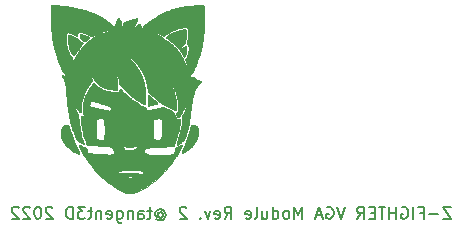
<source format=gbo>
G04 #@! TF.GenerationSoftware,KiCad,Pcbnew,5.1.10*
G04 #@! TF.CreationDate,2022-04-10T18:50:48-07:00*
G04 #@! TF.ProjectId,zf_vga,7a665f76-6761-42e6-9b69-6361645f7063,rev?*
G04 #@! TF.SameCoordinates,Original*
G04 #@! TF.FileFunction,Legend,Bot*
G04 #@! TF.FilePolarity,Positive*
%FSLAX46Y46*%
G04 Gerber Fmt 4.6, Leading zero omitted, Abs format (unit mm)*
G04 Created by KiCad (PCBNEW 5.1.10) date 2022-04-10 18:50:48*
%MOMM*%
%LPD*%
G01*
G04 APERTURE LIST*
%ADD10C,0.150000*%
%ADD11C,0.010000*%
G04 APERTURE END LIST*
D10*
X134805237Y-106464380D02*
X134138570Y-106464380D01*
X134805237Y-107464380D01*
X134138570Y-107464380D01*
X133757618Y-107083428D02*
X132995713Y-107083428D01*
X132186189Y-106940571D02*
X132519522Y-106940571D01*
X132519522Y-107464380D02*
X132519522Y-106464380D01*
X132043332Y-106464380D01*
X131662379Y-107464380D02*
X131662379Y-106464380D01*
X130662379Y-106512000D02*
X130757618Y-106464380D01*
X130900475Y-106464380D01*
X131043332Y-106512000D01*
X131138570Y-106607238D01*
X131186189Y-106702476D01*
X131233808Y-106892952D01*
X131233808Y-107035809D01*
X131186189Y-107226285D01*
X131138570Y-107321523D01*
X131043332Y-107416761D01*
X130900475Y-107464380D01*
X130805237Y-107464380D01*
X130662379Y-107416761D01*
X130614760Y-107369142D01*
X130614760Y-107035809D01*
X130805237Y-107035809D01*
X130186189Y-107464380D02*
X130186189Y-106464380D01*
X130186189Y-106940571D02*
X129614760Y-106940571D01*
X129614760Y-107464380D02*
X129614760Y-106464380D01*
X129281427Y-106464380D02*
X128709998Y-106464380D01*
X128995713Y-107464380D02*
X128995713Y-106464380D01*
X128376665Y-106940571D02*
X128043332Y-106940571D01*
X127900475Y-107464380D02*
X128376665Y-107464380D01*
X128376665Y-106464380D01*
X127900475Y-106464380D01*
X126900475Y-107464380D02*
X127233808Y-106988190D01*
X127471903Y-107464380D02*
X127471903Y-106464380D01*
X127090951Y-106464380D01*
X126995713Y-106512000D01*
X126948094Y-106559619D01*
X126900475Y-106654857D01*
X126900475Y-106797714D01*
X126948094Y-106892952D01*
X126995713Y-106940571D01*
X127090951Y-106988190D01*
X127471903Y-106988190D01*
X125852856Y-106464380D02*
X125519522Y-107464380D01*
X125186189Y-106464380D01*
X124329046Y-106512000D02*
X124424284Y-106464380D01*
X124567141Y-106464380D01*
X124709998Y-106512000D01*
X124805237Y-106607238D01*
X124852856Y-106702476D01*
X124900475Y-106892952D01*
X124900475Y-107035809D01*
X124852856Y-107226285D01*
X124805237Y-107321523D01*
X124709998Y-107416761D01*
X124567141Y-107464380D01*
X124471903Y-107464380D01*
X124329046Y-107416761D01*
X124281427Y-107369142D01*
X124281427Y-107035809D01*
X124471903Y-107035809D01*
X123900475Y-107178666D02*
X123424284Y-107178666D01*
X123995713Y-107464380D02*
X123662379Y-106464380D01*
X123329046Y-107464380D01*
X122233808Y-107464380D02*
X122233808Y-106464380D01*
X121900475Y-107178666D01*
X121567141Y-106464380D01*
X121567141Y-107464380D01*
X120948094Y-107464380D02*
X121043332Y-107416761D01*
X121090951Y-107369142D01*
X121138570Y-107273904D01*
X121138570Y-106988190D01*
X121090951Y-106892952D01*
X121043332Y-106845333D01*
X120948094Y-106797714D01*
X120805237Y-106797714D01*
X120709998Y-106845333D01*
X120662379Y-106892952D01*
X120614760Y-106988190D01*
X120614760Y-107273904D01*
X120662379Y-107369142D01*
X120709998Y-107416761D01*
X120805237Y-107464380D01*
X120948094Y-107464380D01*
X119757618Y-107464380D02*
X119757618Y-106464380D01*
X119757618Y-107416761D02*
X119852856Y-107464380D01*
X120043332Y-107464380D01*
X120138570Y-107416761D01*
X120186189Y-107369142D01*
X120233808Y-107273904D01*
X120233808Y-106988190D01*
X120186189Y-106892952D01*
X120138570Y-106845333D01*
X120043332Y-106797714D01*
X119852856Y-106797714D01*
X119757618Y-106845333D01*
X118852856Y-106797714D02*
X118852856Y-107464380D01*
X119281427Y-106797714D02*
X119281427Y-107321523D01*
X119233808Y-107416761D01*
X119138570Y-107464380D01*
X118995713Y-107464380D01*
X118900475Y-107416761D01*
X118852856Y-107369142D01*
X118233808Y-107464380D02*
X118329046Y-107416761D01*
X118376665Y-107321523D01*
X118376665Y-106464380D01*
X117471903Y-107416761D02*
X117567141Y-107464380D01*
X117757618Y-107464380D01*
X117852856Y-107416761D01*
X117900475Y-107321523D01*
X117900475Y-106940571D01*
X117852856Y-106845333D01*
X117757618Y-106797714D01*
X117567141Y-106797714D01*
X117471903Y-106845333D01*
X117424284Y-106940571D01*
X117424284Y-107035809D01*
X117900475Y-107131047D01*
X115662379Y-107464380D02*
X115995713Y-106988190D01*
X116233808Y-107464380D02*
X116233808Y-106464380D01*
X115852856Y-106464380D01*
X115757618Y-106512000D01*
X115709999Y-106559619D01*
X115662379Y-106654857D01*
X115662379Y-106797714D01*
X115709999Y-106892952D01*
X115757618Y-106940571D01*
X115852856Y-106988190D01*
X116233808Y-106988190D01*
X114852856Y-107416761D02*
X114948094Y-107464380D01*
X115138570Y-107464380D01*
X115233808Y-107416761D01*
X115281427Y-107321523D01*
X115281427Y-106940571D01*
X115233808Y-106845333D01*
X115138570Y-106797714D01*
X114948094Y-106797714D01*
X114852856Y-106845333D01*
X114805237Y-106940571D01*
X114805237Y-107035809D01*
X115281427Y-107131047D01*
X114471903Y-106797714D02*
X114233808Y-107464380D01*
X113995713Y-106797714D01*
X113614760Y-107369142D02*
X113567141Y-107416761D01*
X113614760Y-107464380D01*
X113662379Y-107416761D01*
X113614760Y-107369142D01*
X113614760Y-107464380D01*
X112424284Y-106559619D02*
X112376665Y-106512000D01*
X112281427Y-106464380D01*
X112043332Y-106464380D01*
X111948094Y-106512000D01*
X111900475Y-106559619D01*
X111852856Y-106654857D01*
X111852856Y-106750095D01*
X111900475Y-106892952D01*
X112471903Y-107464380D01*
X111852856Y-107464380D01*
X110043332Y-106988190D02*
X110090951Y-106940571D01*
X110186189Y-106892952D01*
X110281427Y-106892952D01*
X110376665Y-106940571D01*
X110424284Y-106988190D01*
X110471903Y-107083428D01*
X110471903Y-107178666D01*
X110424284Y-107273904D01*
X110376665Y-107321523D01*
X110281427Y-107369142D01*
X110186189Y-107369142D01*
X110090951Y-107321523D01*
X110043332Y-107273904D01*
X110043332Y-106892952D02*
X110043332Y-107273904D01*
X109995713Y-107321523D01*
X109948094Y-107321523D01*
X109852856Y-107273904D01*
X109805237Y-107178666D01*
X109805237Y-106940571D01*
X109900475Y-106797714D01*
X110043332Y-106702476D01*
X110233808Y-106654857D01*
X110424284Y-106702476D01*
X110567141Y-106797714D01*
X110662379Y-106940571D01*
X110709999Y-107131047D01*
X110662379Y-107321523D01*
X110567141Y-107464380D01*
X110424284Y-107559619D01*
X110233808Y-107607238D01*
X110043332Y-107559619D01*
X109900475Y-107464380D01*
X109519522Y-106797714D02*
X109138570Y-106797714D01*
X109376665Y-106464380D02*
X109376665Y-107321523D01*
X109329046Y-107416761D01*
X109233808Y-107464380D01*
X109138570Y-107464380D01*
X108376665Y-107464380D02*
X108376665Y-106940571D01*
X108424284Y-106845333D01*
X108519522Y-106797714D01*
X108709999Y-106797714D01*
X108805237Y-106845333D01*
X108376665Y-107416761D02*
X108471903Y-107464380D01*
X108709999Y-107464380D01*
X108805237Y-107416761D01*
X108852856Y-107321523D01*
X108852856Y-107226285D01*
X108805237Y-107131047D01*
X108709999Y-107083428D01*
X108471903Y-107083428D01*
X108376665Y-107035809D01*
X107900475Y-106797714D02*
X107900475Y-107464380D01*
X107900475Y-106892952D02*
X107852856Y-106845333D01*
X107757618Y-106797714D01*
X107614760Y-106797714D01*
X107519522Y-106845333D01*
X107471903Y-106940571D01*
X107471903Y-107464380D01*
X106567141Y-106797714D02*
X106567141Y-107607238D01*
X106614760Y-107702476D01*
X106662379Y-107750095D01*
X106757618Y-107797714D01*
X106900475Y-107797714D01*
X106995713Y-107750095D01*
X106567141Y-107416761D02*
X106662379Y-107464380D01*
X106852856Y-107464380D01*
X106948094Y-107416761D01*
X106995713Y-107369142D01*
X107043332Y-107273904D01*
X107043332Y-106988190D01*
X106995713Y-106892952D01*
X106948094Y-106845333D01*
X106852856Y-106797714D01*
X106662379Y-106797714D01*
X106567141Y-106845333D01*
X105709999Y-107416761D02*
X105805237Y-107464380D01*
X105995713Y-107464380D01*
X106090951Y-107416761D01*
X106138570Y-107321523D01*
X106138570Y-106940571D01*
X106090951Y-106845333D01*
X105995713Y-106797714D01*
X105805237Y-106797714D01*
X105709999Y-106845333D01*
X105662379Y-106940571D01*
X105662379Y-107035809D01*
X106138570Y-107131047D01*
X105233808Y-106797714D02*
X105233808Y-107464380D01*
X105233808Y-106892952D02*
X105186189Y-106845333D01*
X105090951Y-106797714D01*
X104948094Y-106797714D01*
X104852856Y-106845333D01*
X104805237Y-106940571D01*
X104805237Y-107464380D01*
X104471903Y-106797714D02*
X104090951Y-106797714D01*
X104329046Y-106464380D02*
X104329046Y-107321523D01*
X104281427Y-107416761D01*
X104186189Y-107464380D01*
X104090951Y-107464380D01*
X103852856Y-106464380D02*
X103233808Y-106464380D01*
X103567141Y-106845333D01*
X103424284Y-106845333D01*
X103329046Y-106892952D01*
X103281427Y-106940571D01*
X103233808Y-107035809D01*
X103233808Y-107273904D01*
X103281427Y-107369142D01*
X103329046Y-107416761D01*
X103424284Y-107464380D01*
X103709999Y-107464380D01*
X103805237Y-107416761D01*
X103852856Y-107369142D01*
X102805237Y-107464380D02*
X102805237Y-106464380D01*
X102567141Y-106464380D01*
X102424284Y-106512000D01*
X102329046Y-106607238D01*
X102281427Y-106702476D01*
X102233808Y-106892952D01*
X102233808Y-107035809D01*
X102281427Y-107226285D01*
X102329046Y-107321523D01*
X102424284Y-107416761D01*
X102567141Y-107464380D01*
X102805237Y-107464380D01*
X101090951Y-106559619D02*
X101043332Y-106512000D01*
X100948094Y-106464380D01*
X100709999Y-106464380D01*
X100614760Y-106512000D01*
X100567141Y-106559619D01*
X100519522Y-106654857D01*
X100519522Y-106750095D01*
X100567141Y-106892952D01*
X101138570Y-107464380D01*
X100519522Y-107464380D01*
X99900475Y-106464380D02*
X99805237Y-106464380D01*
X99709999Y-106512000D01*
X99662379Y-106559619D01*
X99614760Y-106654857D01*
X99567141Y-106845333D01*
X99567141Y-107083428D01*
X99614760Y-107273904D01*
X99662379Y-107369142D01*
X99709999Y-107416761D01*
X99805237Y-107464380D01*
X99900475Y-107464380D01*
X99995713Y-107416761D01*
X100043332Y-107369142D01*
X100090951Y-107273904D01*
X100138570Y-107083428D01*
X100138570Y-106845333D01*
X100090951Y-106654857D01*
X100043332Y-106559619D01*
X99995713Y-106512000D01*
X99900475Y-106464380D01*
X99186189Y-106559619D02*
X99138570Y-106512000D01*
X99043332Y-106464380D01*
X98805237Y-106464380D01*
X98709999Y-106512000D01*
X98662379Y-106559619D01*
X98614760Y-106654857D01*
X98614760Y-106750095D01*
X98662379Y-106892952D01*
X99233808Y-107464380D01*
X98614760Y-107464380D01*
X98233808Y-106559619D02*
X98186189Y-106512000D01*
X98090951Y-106464380D01*
X97852856Y-106464380D01*
X97757618Y-106512000D01*
X97709999Y-106559619D01*
X97662379Y-106654857D01*
X97662379Y-106750095D01*
X97709999Y-106892952D01*
X98281427Y-107464380D01*
X97662379Y-107464380D01*
D11*
G36*
X103448131Y-91835671D02*
G01*
X103431235Y-91840955D01*
X103417345Y-91849935D01*
X103408828Y-91858038D01*
X103395555Y-91881980D01*
X103388778Y-91916987D01*
X103388357Y-91960740D01*
X103394152Y-92010916D01*
X103406024Y-92065194D01*
X103423833Y-92121254D01*
X103424830Y-92123939D01*
X103432112Y-92141919D01*
X103440543Y-92158765D01*
X103451222Y-92175548D01*
X103465249Y-92193338D01*
X103483723Y-92213207D01*
X103507742Y-92236223D01*
X103538405Y-92263459D01*
X103576812Y-92295984D01*
X103624060Y-92334869D01*
X103681250Y-92381185D01*
X103725030Y-92416388D01*
X103763246Y-92439897D01*
X103801511Y-92449853D01*
X103838080Y-92445965D01*
X103856252Y-92438151D01*
X103871131Y-92428039D01*
X103894030Y-92410340D01*
X103921896Y-92387497D01*
X103951674Y-92361952D01*
X103953370Y-92360461D01*
X103988709Y-92329970D01*
X104027680Y-92297324D01*
X104065007Y-92266898D01*
X104089765Y-92247383D01*
X104124695Y-92220055D01*
X104149406Y-92199343D01*
X104165808Y-92183140D01*
X104175810Y-92169335D01*
X104181322Y-92155820D01*
X104183824Y-92143529D01*
X104182429Y-92115125D01*
X104168571Y-92089807D01*
X104141362Y-92066437D01*
X104109874Y-92048615D01*
X104064425Y-92027583D01*
X104008130Y-92003643D01*
X103944467Y-91978131D01*
X103876916Y-91952382D01*
X103808956Y-91927732D01*
X103744067Y-91905515D01*
X103701294Y-91891805D01*
X103633114Y-91871078D01*
X103577440Y-91855144D01*
X103532687Y-91843819D01*
X103497274Y-91836920D01*
X103469616Y-91834265D01*
X103448131Y-91835671D01*
G37*
X103448131Y-91835671D02*
X103431235Y-91840955D01*
X103417345Y-91849935D01*
X103408828Y-91858038D01*
X103395555Y-91881980D01*
X103388778Y-91916987D01*
X103388357Y-91960740D01*
X103394152Y-92010916D01*
X103406024Y-92065194D01*
X103423833Y-92121254D01*
X103424830Y-92123939D01*
X103432112Y-92141919D01*
X103440543Y-92158765D01*
X103451222Y-92175548D01*
X103465249Y-92193338D01*
X103483723Y-92213207D01*
X103507742Y-92236223D01*
X103538405Y-92263459D01*
X103576812Y-92295984D01*
X103624060Y-92334869D01*
X103681250Y-92381185D01*
X103725030Y-92416388D01*
X103763246Y-92439897D01*
X103801511Y-92449853D01*
X103838080Y-92445965D01*
X103856252Y-92438151D01*
X103871131Y-92428039D01*
X103894030Y-92410340D01*
X103921896Y-92387497D01*
X103951674Y-92361952D01*
X103953370Y-92360461D01*
X103988709Y-92329970D01*
X104027680Y-92297324D01*
X104065007Y-92266898D01*
X104089765Y-92247383D01*
X104124695Y-92220055D01*
X104149406Y-92199343D01*
X104165808Y-92183140D01*
X104175810Y-92169335D01*
X104181322Y-92155820D01*
X104183824Y-92143529D01*
X104182429Y-92115125D01*
X104168571Y-92089807D01*
X104141362Y-92066437D01*
X104109874Y-92048615D01*
X104064425Y-92027583D01*
X104008130Y-92003643D01*
X103944467Y-91978131D01*
X103876916Y-91952382D01*
X103808956Y-91927732D01*
X103744067Y-91905515D01*
X103701294Y-91891805D01*
X103633114Y-91871078D01*
X103577440Y-91855144D01*
X103532687Y-91843819D01*
X103497274Y-91836920D01*
X103469616Y-91834265D01*
X103448131Y-91835671D01*
G36*
X102465225Y-91895583D02*
G01*
X102453126Y-91899734D01*
X102437406Y-91907576D01*
X102425207Y-91917425D01*
X102416092Y-91931140D01*
X102409624Y-91950582D01*
X102405367Y-91977610D01*
X102402881Y-92014083D01*
X102401731Y-92061863D01*
X102401478Y-92119452D01*
X102402565Y-92224307D01*
X102405978Y-92321040D01*
X102412082Y-92415138D01*
X102421242Y-92512086D01*
X102433823Y-92617371D01*
X102435479Y-92630059D01*
X102458716Y-92783852D01*
X102486247Y-92924699D01*
X102517983Y-93052257D01*
X102553837Y-93166184D01*
X102593719Y-93266138D01*
X102606746Y-93293945D01*
X102633575Y-93345041D01*
X102664492Y-93397278D01*
X102697910Y-93448514D01*
X102732245Y-93496607D01*
X102765911Y-93539414D01*
X102797322Y-93574795D01*
X102824894Y-93600607D01*
X102842658Y-93612690D01*
X102876107Y-93622932D01*
X102907758Y-93618433D01*
X102931653Y-93603967D01*
X102944340Y-93591985D01*
X102958336Y-93575863D01*
X102974658Y-93554110D01*
X102994325Y-93525236D01*
X103018354Y-93487749D01*
X103047764Y-93440158D01*
X103081397Y-93384588D01*
X103153159Y-93269681D01*
X103227869Y-93159221D01*
X103307774Y-93050166D01*
X103395121Y-92939473D01*
X103492159Y-92824100D01*
X103513332Y-92799732D01*
X103554432Y-92752332D01*
X103586493Y-92714408D01*
X103610584Y-92684431D01*
X103627772Y-92660873D01*
X103639125Y-92642203D01*
X103645712Y-92626895D01*
X103648599Y-92613418D01*
X103649000Y-92605525D01*
X103646720Y-92586209D01*
X103638885Y-92567202D01*
X103624006Y-92546688D01*
X103600593Y-92522848D01*
X103567156Y-92493865D01*
X103538540Y-92470773D01*
X103379461Y-92349523D01*
X103225175Y-92241758D01*
X103074995Y-92147065D01*
X102928233Y-92065030D01*
X102784201Y-91995239D01*
X102667624Y-91946847D01*
X102611377Y-91925737D01*
X102566797Y-91910238D01*
X102531887Y-91899912D01*
X102504652Y-91894319D01*
X102483097Y-91893022D01*
X102465225Y-91895583D01*
G37*
X102465225Y-91895583D02*
X102453126Y-91899734D01*
X102437406Y-91907576D01*
X102425207Y-91917425D01*
X102416092Y-91931140D01*
X102409624Y-91950582D01*
X102405367Y-91977610D01*
X102402881Y-92014083D01*
X102401731Y-92061863D01*
X102401478Y-92119452D01*
X102402565Y-92224307D01*
X102405978Y-92321040D01*
X102412082Y-92415138D01*
X102421242Y-92512086D01*
X102433823Y-92617371D01*
X102435479Y-92630059D01*
X102458716Y-92783852D01*
X102486247Y-92924699D01*
X102517983Y-93052257D01*
X102553837Y-93166184D01*
X102593719Y-93266138D01*
X102606746Y-93293945D01*
X102633575Y-93345041D01*
X102664492Y-93397278D01*
X102697910Y-93448514D01*
X102732245Y-93496607D01*
X102765911Y-93539414D01*
X102797322Y-93574795D01*
X102824894Y-93600607D01*
X102842658Y-93612690D01*
X102876107Y-93622932D01*
X102907758Y-93618433D01*
X102931653Y-93603967D01*
X102944340Y-93591985D01*
X102958336Y-93575863D01*
X102974658Y-93554110D01*
X102994325Y-93525236D01*
X103018354Y-93487749D01*
X103047764Y-93440158D01*
X103081397Y-93384588D01*
X103153159Y-93269681D01*
X103227869Y-93159221D01*
X103307774Y-93050166D01*
X103395121Y-92939473D01*
X103492159Y-92824100D01*
X103513332Y-92799732D01*
X103554432Y-92752332D01*
X103586493Y-92714408D01*
X103610584Y-92684431D01*
X103627772Y-92660873D01*
X103639125Y-92642203D01*
X103645712Y-92626895D01*
X103648599Y-92613418D01*
X103649000Y-92605525D01*
X103646720Y-92586209D01*
X103638885Y-92567202D01*
X103624006Y-92546688D01*
X103600593Y-92522848D01*
X103567156Y-92493865D01*
X103538540Y-92470773D01*
X103379461Y-92349523D01*
X103225175Y-92241758D01*
X103074995Y-92147065D01*
X102928233Y-92065030D01*
X102784201Y-91995239D01*
X102667624Y-91946847D01*
X102611377Y-91925737D01*
X102566797Y-91910238D01*
X102531887Y-91899912D01*
X102504652Y-91894319D01*
X102483097Y-91893022D01*
X102465225Y-91895583D01*
G36*
X112277462Y-91428574D02*
G01*
X112242349Y-91432143D01*
X112197889Y-91437595D01*
X112146758Y-91444526D01*
X112091629Y-91452529D01*
X112035179Y-91461198D01*
X111980081Y-91470129D01*
X111929011Y-91478914D01*
X111884643Y-91487150D01*
X111849652Y-91494430D01*
X111835733Y-91497785D01*
X111772443Y-91515514D01*
X111700160Y-91537888D01*
X111621704Y-91563872D01*
X111539895Y-91592426D01*
X111457553Y-91622513D01*
X111377500Y-91653098D01*
X111302555Y-91683140D01*
X111235539Y-91711605D01*
X111179272Y-91737454D01*
X111165061Y-91744467D01*
X111100814Y-91778387D01*
X111035200Y-91815876D01*
X110970783Y-91855269D01*
X110910130Y-91894898D01*
X110855804Y-91933096D01*
X110810369Y-91968197D01*
X110780958Y-91994064D01*
X110752272Y-92024189D01*
X110734469Y-92050181D01*
X110725607Y-92075569D01*
X110723647Y-92098171D01*
X110725666Y-92118488D01*
X110732693Y-92137607D01*
X110746183Y-92157108D01*
X110767591Y-92178571D01*
X110798372Y-92203574D01*
X110839981Y-92233696D01*
X110863451Y-92249907D01*
X110927124Y-92294706D01*
X110997997Y-92346742D01*
X111072301Y-92403110D01*
X111146264Y-92460904D01*
X111216115Y-92517220D01*
X111278083Y-92569152D01*
X111280206Y-92570978D01*
X111323123Y-92608471D01*
X111370102Y-92650450D01*
X111419129Y-92695033D01*
X111468188Y-92740337D01*
X111515267Y-92784479D01*
X111558350Y-92825576D01*
X111595423Y-92861746D01*
X111624472Y-92891104D01*
X111637262Y-92904722D01*
X111706414Y-92981861D01*
X111765319Y-93049916D01*
X111814785Y-93109849D01*
X111855624Y-93162625D01*
X111866230Y-93177089D01*
X111892893Y-93215331D01*
X111925058Y-93263649D01*
X111960888Y-93319102D01*
X111998550Y-93378750D01*
X112036206Y-93439652D01*
X112072023Y-93498868D01*
X112104164Y-93553459D01*
X112130795Y-93600482D01*
X112132933Y-93604379D01*
X112151791Y-93637879D01*
X112170043Y-93668589D01*
X112185504Y-93692934D01*
X112195353Y-93706595D01*
X112218750Y-93725392D01*
X112245940Y-93733606D01*
X112272335Y-93730308D01*
X112283270Y-93724438D01*
X112299981Y-93706598D01*
X112318159Y-93675797D01*
X112338113Y-93631432D01*
X112359378Y-93575088D01*
X112386144Y-93490883D01*
X112406958Y-93405355D01*
X112422355Y-93315304D01*
X112432870Y-93217528D01*
X112439039Y-93108827D01*
X112439456Y-93096659D01*
X112440957Y-93046195D01*
X112441652Y-93008247D01*
X112441413Y-92980406D01*
X112440114Y-92960261D01*
X112437629Y-92945403D01*
X112433831Y-92933422D01*
X112430479Y-92925784D01*
X112409992Y-92898230D01*
X112380723Y-92882494D01*
X112343502Y-92878956D01*
X112331008Y-92880315D01*
X112289127Y-92889919D01*
X112239058Y-92906669D01*
X112184677Y-92928889D01*
X112129855Y-92954905D01*
X112078467Y-92983043D01*
X112045941Y-93003559D01*
X111999273Y-93033196D01*
X111961469Y-93052496D01*
X111930983Y-93061839D01*
X111906269Y-93061604D01*
X111885782Y-93052174D01*
X111877514Y-93045016D01*
X111861414Y-93019964D01*
X111859582Y-92991643D01*
X111871780Y-92960363D01*
X111897770Y-92926436D01*
X111937313Y-92890171D01*
X111990173Y-92851881D01*
X112055906Y-92811990D01*
X112103092Y-92784735D01*
X112139292Y-92761945D01*
X112167011Y-92741666D01*
X112188755Y-92721942D01*
X112207028Y-92700818D01*
X112218410Y-92685150D01*
X112235569Y-92655611D01*
X112255018Y-92614487D01*
X112275687Y-92564750D01*
X112296506Y-92509374D01*
X112316403Y-92451332D01*
X112334310Y-92393596D01*
X112349154Y-92339140D01*
X112359304Y-92293882D01*
X112371445Y-92219378D01*
X112381798Y-92131397D01*
X112390256Y-92031309D01*
X112396713Y-91920484D01*
X112401061Y-91800291D01*
X112402350Y-91740756D01*
X112403446Y-91673078D01*
X112404124Y-91618688D01*
X112404334Y-91575936D01*
X112404025Y-91543173D01*
X112403148Y-91518750D01*
X112401651Y-91501019D01*
X112399484Y-91488329D01*
X112396598Y-91479032D01*
X112394199Y-91473809D01*
X112372748Y-91447656D01*
X112340916Y-91432168D01*
X112300554Y-91427294D01*
X112277462Y-91428574D01*
G37*
X112277462Y-91428574D02*
X112242349Y-91432143D01*
X112197889Y-91437595D01*
X112146758Y-91444526D01*
X112091629Y-91452529D01*
X112035179Y-91461198D01*
X111980081Y-91470129D01*
X111929011Y-91478914D01*
X111884643Y-91487150D01*
X111849652Y-91494430D01*
X111835733Y-91497785D01*
X111772443Y-91515514D01*
X111700160Y-91537888D01*
X111621704Y-91563872D01*
X111539895Y-91592426D01*
X111457553Y-91622513D01*
X111377500Y-91653098D01*
X111302555Y-91683140D01*
X111235539Y-91711605D01*
X111179272Y-91737454D01*
X111165061Y-91744467D01*
X111100814Y-91778387D01*
X111035200Y-91815876D01*
X110970783Y-91855269D01*
X110910130Y-91894898D01*
X110855804Y-91933096D01*
X110810369Y-91968197D01*
X110780958Y-91994064D01*
X110752272Y-92024189D01*
X110734469Y-92050181D01*
X110725607Y-92075569D01*
X110723647Y-92098171D01*
X110725666Y-92118488D01*
X110732693Y-92137607D01*
X110746183Y-92157108D01*
X110767591Y-92178571D01*
X110798372Y-92203574D01*
X110839981Y-92233696D01*
X110863451Y-92249907D01*
X110927124Y-92294706D01*
X110997997Y-92346742D01*
X111072301Y-92403110D01*
X111146264Y-92460904D01*
X111216115Y-92517220D01*
X111278083Y-92569152D01*
X111280206Y-92570978D01*
X111323123Y-92608471D01*
X111370102Y-92650450D01*
X111419129Y-92695033D01*
X111468188Y-92740337D01*
X111515267Y-92784479D01*
X111558350Y-92825576D01*
X111595423Y-92861746D01*
X111624472Y-92891104D01*
X111637262Y-92904722D01*
X111706414Y-92981861D01*
X111765319Y-93049916D01*
X111814785Y-93109849D01*
X111855624Y-93162625D01*
X111866230Y-93177089D01*
X111892893Y-93215331D01*
X111925058Y-93263649D01*
X111960888Y-93319102D01*
X111998550Y-93378750D01*
X112036206Y-93439652D01*
X112072023Y-93498868D01*
X112104164Y-93553459D01*
X112130795Y-93600482D01*
X112132933Y-93604379D01*
X112151791Y-93637879D01*
X112170043Y-93668589D01*
X112185504Y-93692934D01*
X112195353Y-93706595D01*
X112218750Y-93725392D01*
X112245940Y-93733606D01*
X112272335Y-93730308D01*
X112283270Y-93724438D01*
X112299981Y-93706598D01*
X112318159Y-93675797D01*
X112338113Y-93631432D01*
X112359378Y-93575088D01*
X112386144Y-93490883D01*
X112406958Y-93405355D01*
X112422355Y-93315304D01*
X112432870Y-93217528D01*
X112439039Y-93108827D01*
X112439456Y-93096659D01*
X112440957Y-93046195D01*
X112441652Y-93008247D01*
X112441413Y-92980406D01*
X112440114Y-92960261D01*
X112437629Y-92945403D01*
X112433831Y-92933422D01*
X112430479Y-92925784D01*
X112409992Y-92898230D01*
X112380723Y-92882494D01*
X112343502Y-92878956D01*
X112331008Y-92880315D01*
X112289127Y-92889919D01*
X112239058Y-92906669D01*
X112184677Y-92928889D01*
X112129855Y-92954905D01*
X112078467Y-92983043D01*
X112045941Y-93003559D01*
X111999273Y-93033196D01*
X111961469Y-93052496D01*
X111930983Y-93061839D01*
X111906269Y-93061604D01*
X111885782Y-93052174D01*
X111877514Y-93045016D01*
X111861414Y-93019964D01*
X111859582Y-92991643D01*
X111871780Y-92960363D01*
X111897770Y-92926436D01*
X111937313Y-92890171D01*
X111990173Y-92851881D01*
X112055906Y-92811990D01*
X112103092Y-92784735D01*
X112139292Y-92761945D01*
X112167011Y-92741666D01*
X112188755Y-92721942D01*
X112207028Y-92700818D01*
X112218410Y-92685150D01*
X112235569Y-92655611D01*
X112255018Y-92614487D01*
X112275687Y-92564750D01*
X112296506Y-92509374D01*
X112316403Y-92451332D01*
X112334310Y-92393596D01*
X112349154Y-92339140D01*
X112359304Y-92293882D01*
X112371445Y-92219378D01*
X112381798Y-92131397D01*
X112390256Y-92031309D01*
X112396713Y-91920484D01*
X112401061Y-91800291D01*
X112402350Y-91740756D01*
X112403446Y-91673078D01*
X112404124Y-91618688D01*
X112404334Y-91575936D01*
X112404025Y-91543173D01*
X112403148Y-91518750D01*
X112401651Y-91501019D01*
X112399484Y-91488329D01*
X112396598Y-91479032D01*
X112394199Y-91473809D01*
X112372748Y-91447656D01*
X112340916Y-91432168D01*
X112300554Y-91427294D01*
X112277462Y-91428574D01*
G36*
X109200373Y-97027094D02*
G01*
X109192719Y-97034978D01*
X109186713Y-97043815D01*
X109182482Y-97054294D01*
X109179718Y-97069049D01*
X109178109Y-97090717D01*
X109177345Y-97121936D01*
X109177117Y-97165342D01*
X109177114Y-97167581D01*
X109176533Y-97206086D01*
X109174958Y-97256106D01*
X109172543Y-97314256D01*
X109169440Y-97377154D01*
X109165803Y-97441416D01*
X109162230Y-97497147D01*
X109158340Y-97556651D01*
X109154830Y-97614976D01*
X109151841Y-97669397D01*
X109149514Y-97717194D01*
X109147990Y-97755642D01*
X109147412Y-97782020D01*
X109147411Y-97782779D01*
X109147688Y-97815828D01*
X109149165Y-97837831D01*
X109152708Y-97852682D01*
X109159183Y-97864273D01*
X109167897Y-97874755D01*
X109193817Y-97893358D01*
X109226948Y-97902125D01*
X109262228Y-97899741D01*
X109263147Y-97899514D01*
X109297983Y-97890537D01*
X109341794Y-97878957D01*
X109392832Y-97865260D01*
X109449345Y-97849934D01*
X109509585Y-97833464D01*
X109571802Y-97816338D01*
X109634245Y-97799042D01*
X109695164Y-97782063D01*
X109752810Y-97765889D01*
X109805432Y-97751004D01*
X109851282Y-97737898D01*
X109888608Y-97727055D01*
X109915661Y-97718963D01*
X109930691Y-97714109D01*
X109932857Y-97713229D01*
X109957139Y-97693773D01*
X109968119Y-97668265D01*
X109965372Y-97638224D01*
X109958399Y-97621352D01*
X109949425Y-97610649D01*
X109930484Y-97592604D01*
X109903515Y-97568906D01*
X109870455Y-97541242D01*
X109833240Y-97511302D01*
X109822060Y-97502522D01*
X109761175Y-97454027D01*
X109694149Y-97398999D01*
X109623961Y-97339995D01*
X109553585Y-97279572D01*
X109485999Y-97220289D01*
X109424180Y-97164701D01*
X109371103Y-97115368D01*
X109367736Y-97112162D01*
X109339681Y-97085732D01*
X109313483Y-97061655D01*
X109292136Y-97042644D01*
X109278949Y-97031653D01*
X109251264Y-97017678D01*
X109223919Y-97016203D01*
X109200373Y-97027094D01*
G37*
X109200373Y-97027094D02*
X109192719Y-97034978D01*
X109186713Y-97043815D01*
X109182482Y-97054294D01*
X109179718Y-97069049D01*
X109178109Y-97090717D01*
X109177345Y-97121936D01*
X109177117Y-97165342D01*
X109177114Y-97167581D01*
X109176533Y-97206086D01*
X109174958Y-97256106D01*
X109172543Y-97314256D01*
X109169440Y-97377154D01*
X109165803Y-97441416D01*
X109162230Y-97497147D01*
X109158340Y-97556651D01*
X109154830Y-97614976D01*
X109151841Y-97669397D01*
X109149514Y-97717194D01*
X109147990Y-97755642D01*
X109147412Y-97782020D01*
X109147411Y-97782779D01*
X109147688Y-97815828D01*
X109149165Y-97837831D01*
X109152708Y-97852682D01*
X109159183Y-97864273D01*
X109167897Y-97874755D01*
X109193817Y-97893358D01*
X109226948Y-97902125D01*
X109262228Y-97899741D01*
X109263147Y-97899514D01*
X109297983Y-97890537D01*
X109341794Y-97878957D01*
X109392832Y-97865260D01*
X109449345Y-97849934D01*
X109509585Y-97833464D01*
X109571802Y-97816338D01*
X109634245Y-97799042D01*
X109695164Y-97782063D01*
X109752810Y-97765889D01*
X109805432Y-97751004D01*
X109851282Y-97737898D01*
X109888608Y-97727055D01*
X109915661Y-97718963D01*
X109930691Y-97714109D01*
X109932857Y-97713229D01*
X109957139Y-97693773D01*
X109968119Y-97668265D01*
X109965372Y-97638224D01*
X109958399Y-97621352D01*
X109949425Y-97610649D01*
X109930484Y-97592604D01*
X109903515Y-97568906D01*
X109870455Y-97541242D01*
X109833240Y-97511302D01*
X109822060Y-97502522D01*
X109761175Y-97454027D01*
X109694149Y-97398999D01*
X109623961Y-97339995D01*
X109553585Y-97279572D01*
X109485999Y-97220289D01*
X109424180Y-97164701D01*
X109371103Y-97115368D01*
X109367736Y-97112162D01*
X109339681Y-97085732D01*
X109313483Y-97061655D01*
X109292136Y-97042644D01*
X109278949Y-97031653D01*
X109251264Y-97017678D01*
X109223919Y-97016203D01*
X109200373Y-97027094D01*
G36*
X101088941Y-89381139D02*
G01*
X101051179Y-89384607D01*
X101022578Y-89392422D01*
X101001687Y-89406248D01*
X100987055Y-89427750D01*
X100977231Y-89458592D01*
X100970763Y-89500439D01*
X100966201Y-89554955D01*
X100964727Y-89578323D01*
X100962941Y-89617607D01*
X100961450Y-89670213D01*
X100960251Y-89734522D01*
X100959341Y-89808919D01*
X100958718Y-89891787D01*
X100958378Y-89981507D01*
X100958318Y-90076464D01*
X100958537Y-90175041D01*
X100959031Y-90275620D01*
X100959798Y-90376584D01*
X100960834Y-90476317D01*
X100962136Y-90573201D01*
X100963703Y-90665620D01*
X100965531Y-90751957D01*
X100966843Y-90803500D01*
X100971994Y-90967425D01*
X100978101Y-91117460D01*
X100985222Y-91254627D01*
X100993418Y-91379949D01*
X101002747Y-91494451D01*
X101012031Y-91587911D01*
X101017262Y-91636662D01*
X101023490Y-91695735D01*
X101030241Y-91760584D01*
X101037045Y-91826662D01*
X101043427Y-91889424D01*
X101045037Y-91905411D01*
X101065644Y-92087357D01*
X101090994Y-92271679D01*
X101120599Y-92455859D01*
X101153970Y-92637377D01*
X101190620Y-92813712D01*
X101230059Y-92982346D01*
X101271800Y-93140758D01*
X101308589Y-93265059D01*
X101322159Y-93308742D01*
X101338496Y-93361890D01*
X101356114Y-93419640D01*
X101373531Y-93477134D01*
X101386137Y-93519059D01*
X101402505Y-93572591D01*
X101420586Y-93629835D01*
X101438839Y-93686033D01*
X101455723Y-93736430D01*
X101467191Y-93769323D01*
X101479582Y-93804249D01*
X101495760Y-93850316D01*
X101514682Y-93904526D01*
X101535304Y-93963880D01*
X101556582Y-94025381D01*
X101577472Y-94086031D01*
X101579211Y-94091093D01*
X101653901Y-94295454D01*
X101733927Y-94488266D01*
X101820706Y-94672400D01*
X101915654Y-94850725D01*
X102020187Y-95026110D01*
X102105269Y-95156763D01*
X102144208Y-95215367D01*
X102174656Y-95263432D01*
X102197159Y-95302316D01*
X102212265Y-95333373D01*
X102220523Y-95357963D01*
X102222481Y-95377440D01*
X102218686Y-95393163D01*
X102209686Y-95406488D01*
X102207177Y-95409117D01*
X102191077Y-95420449D01*
X102172390Y-95423249D01*
X102149292Y-95416957D01*
X102119964Y-95401017D01*
X102082582Y-95374871D01*
X102073864Y-95368280D01*
X102030779Y-95340395D01*
X101991198Y-95324719D01*
X101956246Y-95321399D01*
X101927046Y-95330579D01*
X101908677Y-95346903D01*
X101898102Y-95363122D01*
X101893153Y-95379608D01*
X101894485Y-95398326D01*
X101902751Y-95421243D01*
X101918608Y-95450326D01*
X101942708Y-95487540D01*
X101967277Y-95522948D01*
X102004662Y-95577727D01*
X102036477Y-95628894D01*
X102063846Y-95679087D01*
X102087893Y-95730946D01*
X102109743Y-95787108D01*
X102130520Y-95850212D01*
X102151347Y-95922894D01*
X102172598Y-96004788D01*
X102187378Y-96065101D01*
X102200088Y-96120385D01*
X102210986Y-96172660D01*
X102220330Y-96223944D01*
X102228379Y-96276257D01*
X102235392Y-96331617D01*
X102241628Y-96392042D01*
X102247345Y-96459552D01*
X102252802Y-96536166D01*
X102258257Y-96623901D01*
X102263307Y-96712735D01*
X102272401Y-96866644D01*
X102282798Y-97023192D01*
X102294289Y-97179869D01*
X102306665Y-97334168D01*
X102319714Y-97483578D01*
X102333226Y-97625592D01*
X102346993Y-97757699D01*
X102360803Y-97877393D01*
X102360895Y-97878147D01*
X102366976Y-97924439D01*
X102375341Y-97983061D01*
X102385601Y-98051642D01*
X102397369Y-98127809D01*
X102410255Y-98209193D01*
X102423872Y-98293422D01*
X102437831Y-98378126D01*
X102451744Y-98460933D01*
X102465223Y-98539472D01*
X102477878Y-98611373D01*
X102489322Y-98674264D01*
X102499166Y-98725775D01*
X102502228Y-98741000D01*
X102508849Y-98774767D01*
X102517289Y-98819994D01*
X102526957Y-98873392D01*
X102537264Y-98931676D01*
X102547620Y-98991557D01*
X102554764Y-99033753D01*
X102567013Y-99106392D01*
X102577391Y-99166684D01*
X102586389Y-99217037D01*
X102594497Y-99259859D01*
X102602203Y-99297556D01*
X102609997Y-99332536D01*
X102618369Y-99367206D01*
X102627807Y-99403974D01*
X102637257Y-99439500D01*
X102676223Y-99577306D01*
X102717480Y-99709674D01*
X102759902Y-99833110D01*
X102790294Y-99913882D01*
X102839127Y-100038168D01*
X102884394Y-100152882D01*
X102925890Y-100257520D01*
X102963413Y-100351579D01*
X102996759Y-100434554D01*
X103025725Y-100505941D01*
X103050109Y-100565236D01*
X103069705Y-100611934D01*
X103084313Y-100645532D01*
X103091438Y-100660941D01*
X103121144Y-100711950D01*
X103161723Y-100764405D01*
X103213804Y-100818895D01*
X103278018Y-100876010D01*
X103354992Y-100936338D01*
X103445358Y-101000468D01*
X103477177Y-101021870D01*
X103542286Y-101063843D01*
X103596723Y-101096054D01*
X103640931Y-101118722D01*
X103675356Y-101132065D01*
X103700443Y-101136304D01*
X103707909Y-101135511D01*
X103725802Y-101129623D01*
X103738362Y-101120037D01*
X103745508Y-101105347D01*
X103747160Y-101084142D01*
X103743238Y-101055016D01*
X103733660Y-101016559D01*
X103718347Y-100967363D01*
X103697217Y-100906020D01*
X103694300Y-100897814D01*
X103621219Y-100680053D01*
X103554389Y-100454272D01*
X103493640Y-100219635D01*
X103438801Y-99975305D01*
X103389701Y-99720447D01*
X103346169Y-99454224D01*
X103308035Y-99175800D01*
X103275126Y-98884340D01*
X103267950Y-98811970D01*
X103261692Y-98747690D01*
X103256215Y-98695875D01*
X103250797Y-98654124D01*
X103244716Y-98620035D01*
X103237252Y-98591208D01*
X103227682Y-98565241D01*
X103215286Y-98539735D01*
X103199341Y-98512288D01*
X103179127Y-98480499D01*
X103159169Y-98449982D01*
X103132914Y-98407532D01*
X103106030Y-98359898D01*
X103080132Y-98310343D01*
X103056832Y-98262129D01*
X103037746Y-98218518D01*
X103024485Y-98182772D01*
X103020970Y-98170607D01*
X103016125Y-98147878D01*
X103016524Y-98133178D01*
X103022812Y-98120322D01*
X103026782Y-98114765D01*
X103047135Y-98096821D01*
X103070312Y-98093458D01*
X103095737Y-98104713D01*
X103102924Y-98110272D01*
X103116088Y-98123475D01*
X103135772Y-98145872D01*
X103159605Y-98174649D01*
X103185215Y-98206993D01*
X103193006Y-98217124D01*
X103225472Y-98257560D01*
X103264045Y-98302410D01*
X103303760Y-98346053D01*
X103337747Y-98381003D01*
X103368269Y-98410835D01*
X103390433Y-98431702D01*
X103406514Y-98445137D01*
X103418786Y-98452673D01*
X103429523Y-98455843D01*
X103440998Y-98456182D01*
X103448546Y-98455709D01*
X103469372Y-98453045D01*
X103480607Y-98446499D01*
X103487604Y-98432333D01*
X103489295Y-98427235D01*
X103493514Y-98402321D01*
X103493900Y-98365111D01*
X103491525Y-98326382D01*
X103488065Y-98269473D01*
X103486003Y-98202975D01*
X103485330Y-98131643D01*
X103486039Y-98060232D01*
X103488121Y-97993495D01*
X103491569Y-97936188D01*
X103492188Y-97928877D01*
X103496351Y-97894349D01*
X103503613Y-97847696D01*
X103513483Y-97791293D01*
X103525471Y-97727519D01*
X103539085Y-97658751D01*
X103553835Y-97587367D01*
X103569231Y-97515744D01*
X103584780Y-97446260D01*
X103599993Y-97381291D01*
X103614379Y-97323216D01*
X103626897Y-97276364D01*
X103646156Y-97209713D01*
X103665173Y-97148468D01*
X103684966Y-97090005D01*
X103706551Y-97031700D01*
X103730945Y-96970929D01*
X103759166Y-96905069D01*
X103792230Y-96831496D01*
X103831155Y-96747585D01*
X103835241Y-96738882D01*
X103882658Y-96640410D01*
X103929374Y-96548802D01*
X103976861Y-96461653D01*
X104026594Y-96376560D01*
X104080047Y-96291119D01*
X104138693Y-96202926D01*
X104204008Y-96109577D01*
X104277465Y-96008669D01*
X104309190Y-95966009D01*
X104338140Y-95926482D01*
X104365161Y-95888113D01*
X104388461Y-95853561D01*
X104406247Y-95825483D01*
X104416729Y-95806539D01*
X104416820Y-95806340D01*
X104426794Y-95779341D01*
X104431430Y-95751384D01*
X104430572Y-95719520D01*
X104424063Y-95680800D01*
X104411747Y-95632276D01*
X104406660Y-95614559D01*
X104393194Y-95562406D01*
X104386978Y-95521617D01*
X104387977Y-95490510D01*
X104396156Y-95467403D01*
X104403407Y-95457807D01*
X104426247Y-95441269D01*
X104450208Y-95439250D01*
X104475445Y-95451828D01*
X104502113Y-95479083D01*
X104530366Y-95521092D01*
X104531815Y-95523569D01*
X104572621Y-95593228D01*
X104607746Y-95651881D01*
X104638684Y-95701629D01*
X104666930Y-95744571D01*
X104693976Y-95782807D01*
X104721318Y-95818438D01*
X104750449Y-95853563D01*
X104782864Y-95890283D01*
X104820055Y-95930698D01*
X104825902Y-95936956D01*
X104932764Y-96042371D01*
X105046239Y-96137658D01*
X105164660Y-96221647D01*
X105286362Y-96293170D01*
X105409678Y-96351055D01*
X105423716Y-96356717D01*
X105469787Y-96373784D01*
X105526277Y-96392850D01*
X105589024Y-96412659D01*
X105653865Y-96431956D01*
X105716635Y-96449489D01*
X105773173Y-96464002D01*
X105801621Y-96470575D01*
X105854293Y-96481071D01*
X105916948Y-96491918D01*
X105986916Y-96502788D01*
X106061527Y-96513354D01*
X106138110Y-96523287D01*
X106213994Y-96532262D01*
X106286509Y-96539949D01*
X106352984Y-96546023D01*
X106410750Y-96550154D01*
X106457134Y-96552017D01*
X106466373Y-96552089D01*
X106510993Y-96547429D01*
X106544470Y-96533275D01*
X106567476Y-96509278D01*
X106574185Y-96496164D01*
X106578383Y-96477643D01*
X106581483Y-96446177D01*
X106583529Y-96403719D01*
X106584567Y-96352224D01*
X106584643Y-96293642D01*
X106583802Y-96229929D01*
X106582089Y-96163035D01*
X106579550Y-96094916D01*
X106576230Y-96027522D01*
X106572175Y-95962808D01*
X106567429Y-95902726D01*
X106562039Y-95849230D01*
X106558486Y-95820901D01*
X106548203Y-95752691D01*
X106534831Y-95674319D01*
X106519143Y-95590056D01*
X106501915Y-95504173D01*
X106495666Y-95474529D01*
X106488646Y-95440192D01*
X106484969Y-95416615D01*
X106484456Y-95400040D01*
X106486927Y-95386707D01*
X106490948Y-95375809D01*
X106506296Y-95352774D01*
X106526371Y-95342980D01*
X106549509Y-95346167D01*
X106574041Y-95362073D01*
X106598302Y-95390437D01*
X106599970Y-95392916D01*
X106625308Y-95438073D01*
X106648654Y-95494324D01*
X106670218Y-95562428D01*
X106690213Y-95643143D01*
X106708850Y-95737229D01*
X106726338Y-95845445D01*
X106726864Y-95849027D01*
X106736630Y-95912288D01*
X106745906Y-95963102D01*
X106755489Y-96003909D01*
X106766176Y-96037149D01*
X106778764Y-96065259D01*
X106794048Y-96090680D01*
X106812826Y-96115851D01*
X106814806Y-96118301D01*
X106827188Y-96133283D01*
X106841036Y-96149475D01*
X106857227Y-96167812D01*
X106876639Y-96189229D01*
X106900150Y-96214659D01*
X106928637Y-96245039D01*
X106962976Y-96281301D01*
X107004046Y-96324382D01*
X107052723Y-96375216D01*
X107109886Y-96434737D01*
X107176410Y-96503880D01*
X107189657Y-96517637D01*
X107334695Y-96665476D01*
X107473794Y-96801477D01*
X107608267Y-96926865D01*
X107739433Y-97042865D01*
X107868607Y-97150699D01*
X107882949Y-97162274D01*
X107930243Y-97199042D01*
X107988016Y-97241885D01*
X108053928Y-97289206D01*
X108125639Y-97339405D01*
X108200809Y-97390884D01*
X108277097Y-97442044D01*
X108352163Y-97491286D01*
X108423667Y-97537011D01*
X108489269Y-97577622D01*
X108503530Y-97586223D01*
X108542728Y-97608865D01*
X108587018Y-97633024D01*
X108633969Y-97657515D01*
X108681149Y-97681156D01*
X108726127Y-97702765D01*
X108766470Y-97721159D01*
X108799746Y-97735156D01*
X108823523Y-97743572D01*
X108830536Y-97745234D01*
X108864680Y-97744160D01*
X108893063Y-97729859D01*
X108913373Y-97703766D01*
X108916384Y-97696833D01*
X108918936Y-97688281D01*
X108921075Y-97676848D01*
X108922850Y-97661269D01*
X108924308Y-97640283D01*
X108925498Y-97612624D01*
X108926468Y-97577031D01*
X108927264Y-97532238D01*
X108927936Y-97476984D01*
X108928530Y-97410005D01*
X108929096Y-97330037D01*
X108929409Y-97280500D01*
X108929908Y-97183632D01*
X108930095Y-97099399D01*
X108929924Y-97025501D01*
X108929349Y-96959632D01*
X108928325Y-96899492D01*
X108926804Y-96842777D01*
X108924741Y-96787183D01*
X108922091Y-96730410D01*
X108918808Y-96670153D01*
X108916445Y-96630222D01*
X108912305Y-96564964D01*
X108907841Y-96500027D01*
X108903258Y-96438063D01*
X108898765Y-96381726D01*
X108894570Y-96333668D01*
X108890879Y-96296542D01*
X108889279Y-96282839D01*
X108879385Y-96213920D01*
X108866546Y-96138651D01*
X108851600Y-96061125D01*
X108835389Y-95985433D01*
X108818751Y-95915664D01*
X108802529Y-95855912D01*
X108799599Y-95846147D01*
X108788201Y-95808331D01*
X108774089Y-95760706D01*
X108758605Y-95707845D01*
X108743089Y-95654319D01*
X108732754Y-95618294D01*
X108702529Y-95516972D01*
X108672716Y-95427205D01*
X108641972Y-95345711D01*
X108608956Y-95269205D01*
X108572325Y-95194406D01*
X108530736Y-95118030D01*
X108522021Y-95102823D01*
X108501626Y-95067135D01*
X108476815Y-95023173D01*
X108450311Y-94975787D01*
X108424834Y-94929831D01*
X108417255Y-94916059D01*
X108372217Y-94835179D01*
X108331256Y-94764459D01*
X108292232Y-94700695D01*
X108253006Y-94640681D01*
X108211439Y-94581210D01*
X108165390Y-94519077D01*
X108112721Y-94451077D01*
X108076267Y-94405145D01*
X108015512Y-94329777D01*
X107961222Y-94263965D01*
X107911155Y-94205126D01*
X107863071Y-94150674D01*
X107814727Y-94098025D01*
X107763883Y-94044593D01*
X107761375Y-94042000D01*
X107717707Y-93996598D01*
X107683547Y-93960317D01*
X107657784Y-93931764D01*
X107639309Y-93909546D01*
X107627013Y-93892271D01*
X107619787Y-93878545D01*
X107616521Y-93866977D01*
X107615997Y-93859493D01*
X107618911Y-93835364D01*
X107629613Y-93820448D01*
X107648659Y-93810731D01*
X107663459Y-93807091D01*
X107679275Y-93808911D01*
X107701208Y-93817065D01*
X107710779Y-93821350D01*
X107746950Y-93841383D01*
X107789394Y-93870537D01*
X107834979Y-93906328D01*
X107880568Y-93946270D01*
X107923026Y-93987879D01*
X107929463Y-93994678D01*
X107958637Y-94026625D01*
X107994790Y-94067446D01*
X108036545Y-94115487D01*
X108082524Y-94169096D01*
X108131349Y-94226622D01*
X108181643Y-94286410D01*
X108232029Y-94346810D01*
X108281130Y-94406168D01*
X108327568Y-94462832D01*
X108369965Y-94515150D01*
X108406945Y-94561469D01*
X108437129Y-94600137D01*
X108459141Y-94629501D01*
X108462276Y-94633878D01*
X108503517Y-94694782D01*
X108548513Y-94766010D01*
X108595245Y-94844106D01*
X108641696Y-94925613D01*
X108685845Y-95007075D01*
X108725237Y-95084147D01*
X108750655Y-95136968D01*
X108779133Y-95198370D01*
X108809434Y-95265498D01*
X108840323Y-95335496D01*
X108870561Y-95405510D01*
X108898913Y-95472685D01*
X108924140Y-95534164D01*
X108945008Y-95587095D01*
X108956633Y-95618294D01*
X108973903Y-95669872D01*
X108993114Y-95733308D01*
X109013556Y-95805754D01*
X109034518Y-95884364D01*
X109055288Y-95966292D01*
X109075156Y-96048690D01*
X109093410Y-96128714D01*
X109109341Y-96203514D01*
X109122237Y-96270246D01*
X109128279Y-96305588D01*
X109132874Y-96337948D01*
X109138112Y-96380752D01*
X109143492Y-96429546D01*
X109148512Y-96479876D01*
X109150999Y-96507294D01*
X109155163Y-96554125D01*
X109159436Y-96593040D01*
X109164892Y-96625934D01*
X109172608Y-96654699D01*
X109183658Y-96681229D01*
X109199119Y-96707418D01*
X109220067Y-96735160D01*
X109247576Y-96766347D01*
X109282722Y-96802875D01*
X109326581Y-96846635D01*
X109365610Y-96885114D01*
X109471874Y-96987664D01*
X109582496Y-97090445D01*
X109693105Y-97189474D01*
X109799327Y-97280765D01*
X109804765Y-97285323D01*
X109836585Y-97311411D01*
X109876343Y-97343161D01*
X109921746Y-97378817D01*
X109970498Y-97416625D01*
X110020307Y-97454830D01*
X110068877Y-97491678D01*
X110113915Y-97525415D01*
X110153126Y-97554285D01*
X110184216Y-97576534D01*
X110196941Y-97585259D01*
X110230003Y-97607683D01*
X110270053Y-97635354D01*
X110311999Y-97664729D01*
X110350118Y-97691815D01*
X110389887Y-97719552D01*
X110437011Y-97751200D01*
X110485959Y-97783107D01*
X110531198Y-97811623D01*
X110536883Y-97815113D01*
X110581976Y-97841531D01*
X110637740Y-97872324D01*
X110702269Y-97906575D01*
X110773657Y-97943367D01*
X110849999Y-97981785D01*
X110929390Y-98020911D01*
X111009924Y-98059829D01*
X111089696Y-98097624D01*
X111166799Y-98133378D01*
X111239329Y-98166176D01*
X111305380Y-98195101D01*
X111363047Y-98219237D01*
X111410424Y-98237667D01*
X111429791Y-98244501D01*
X111471830Y-98256183D01*
X111504332Y-98259165D01*
X111529951Y-98253379D01*
X111548311Y-98241506D01*
X111558017Y-98232020D01*
X111565722Y-98221113D01*
X111571652Y-98207043D01*
X111576034Y-98188064D01*
X111579097Y-98162432D01*
X111581066Y-98128400D01*
X111582170Y-98084225D01*
X111582635Y-98028162D01*
X111582701Y-97977372D01*
X111581631Y-97863369D01*
X111578224Y-97760105D01*
X111572078Y-97663501D01*
X111562787Y-97569480D01*
X111549947Y-97473965D01*
X111533152Y-97372877D01*
X111511997Y-97262140D01*
X111511423Y-97259280D01*
X111466024Y-97060860D01*
X111411152Y-96871516D01*
X111345652Y-96687915D01*
X111268372Y-96506723D01*
X111207727Y-96381660D01*
X111187295Y-96340774D01*
X111169451Y-96303791D01*
X111155252Y-96273006D01*
X111145756Y-96250716D01*
X111142019Y-96239216D01*
X111142000Y-96238858D01*
X111147346Y-96221125D01*
X111160336Y-96202971D01*
X111176398Y-96189672D01*
X111187737Y-96186059D01*
X111215877Y-96193124D01*
X111247059Y-96213606D01*
X111280678Y-96246430D01*
X111316129Y-96290523D01*
X111352809Y-96344810D01*
X111390113Y-96408219D01*
X111427437Y-96479675D01*
X111464177Y-96558104D01*
X111499728Y-96642434D01*
X111533487Y-96731591D01*
X111564848Y-96824500D01*
X111585537Y-96892881D01*
X111635423Y-97079396D01*
X111678267Y-97267122D01*
X111713562Y-97453228D01*
X111740802Y-97634884D01*
X111759481Y-97809260D01*
X111765895Y-97900559D01*
X111767419Y-97957781D01*
X111766257Y-98021553D01*
X111762710Y-98088728D01*
X111757082Y-98156164D01*
X111749674Y-98220713D01*
X111740789Y-98279231D01*
X111730729Y-98328573D01*
X111721715Y-98360270D01*
X111705986Y-98396851D01*
X111685340Y-98425551D01*
X111656477Y-98449942D01*
X111617841Y-98472688D01*
X111583267Y-98492560D01*
X111561113Y-98510669D01*
X111549507Y-98529604D01*
X111546576Y-98551951D01*
X111548303Y-98568723D01*
X111554181Y-98588670D01*
X111566231Y-98618216D01*
X111582829Y-98654213D01*
X111602348Y-98693515D01*
X111623164Y-98732977D01*
X111643651Y-98769451D01*
X111662184Y-98799791D01*
X111677136Y-98820851D01*
X111680594Y-98824798D01*
X111699117Y-98842223D01*
X111715328Y-98850609D01*
X111735673Y-98853022D01*
X111739992Y-98853059D01*
X111757362Y-98852118D01*
X111771302Y-98847769D01*
X111785758Y-98837721D01*
X111804676Y-98819685D01*
X111814007Y-98810103D01*
X111833265Y-98787630D01*
X111858489Y-98754401D01*
X111888233Y-98712632D01*
X111921052Y-98664539D01*
X111955499Y-98612337D01*
X111990127Y-98558242D01*
X112023490Y-98504471D01*
X112054142Y-98453240D01*
X112080636Y-98406765D01*
X112096199Y-98377738D01*
X112167324Y-98229903D01*
X112226508Y-98083644D01*
X112275461Y-97934476D01*
X112300270Y-97843165D01*
X112310447Y-97805588D01*
X112321031Y-97771160D01*
X112330774Y-97743676D01*
X112338431Y-97726930D01*
X112338477Y-97726855D01*
X112356611Y-97706941D01*
X112378307Y-97696709D01*
X112399258Y-97697918D01*
X112403818Y-97700180D01*
X112419673Y-97716918D01*
X112432580Y-97743446D01*
X112440444Y-97774634D01*
X112441871Y-97793360D01*
X112439353Y-97832666D01*
X112432246Y-97883078D01*
X112421256Y-97941730D01*
X112407087Y-98005755D01*
X112390444Y-98072289D01*
X112372031Y-98138464D01*
X112352554Y-98201414D01*
X112332718Y-98258274D01*
X112319068Y-98292746D01*
X112297113Y-98340912D01*
X112268397Y-98397991D01*
X112234744Y-98460668D01*
X112197974Y-98525626D01*
X112159911Y-98589548D01*
X112128187Y-98640147D01*
X112106448Y-98674824D01*
X112087123Y-98707367D01*
X112072014Y-98734620D01*
X112062920Y-98753430D01*
X112061751Y-98756586D01*
X112058971Y-98772089D01*
X112056834Y-98799827D01*
X112055323Y-98840361D01*
X112054423Y-98894257D01*
X112054117Y-98962076D01*
X112054285Y-99025527D01*
X112053829Y-99142090D01*
X112050979Y-99249265D01*
X112045361Y-99349942D01*
X112036606Y-99447009D01*
X112024340Y-99543357D01*
X112008193Y-99641874D01*
X111987792Y-99745450D01*
X111962766Y-99856973D01*
X111932744Y-99979334D01*
X111930392Y-99988588D01*
X111882826Y-100172493D01*
X111837203Y-100342804D01*
X111793184Y-100500692D01*
X111750428Y-100647330D01*
X111708595Y-100783889D01*
X111667344Y-100911539D01*
X111631827Y-101015794D01*
X111615040Y-101066302D01*
X111604266Y-101105385D01*
X111599219Y-101135165D01*
X111599613Y-101157764D01*
X111605159Y-101175303D01*
X111609336Y-101182220D01*
X111620464Y-101193041D01*
X111637157Y-101197935D01*
X111656427Y-101198823D01*
X111674443Y-101197643D01*
X111692419Y-101193194D01*
X111713754Y-101184115D01*
X111741846Y-101169047D01*
X111766286Y-101154837D01*
X111829563Y-101115531D01*
X111888908Y-101074356D01*
X111947726Y-101028696D01*
X112009421Y-100975934D01*
X112064626Y-100925457D01*
X112122857Y-100869711D01*
X112170820Y-100820595D01*
X112210207Y-100775788D01*
X112242716Y-100732971D01*
X112270040Y-100689824D01*
X112293874Y-100644027D01*
X112315914Y-100593260D01*
X112325734Y-100568082D01*
X112363458Y-100462244D01*
X112401607Y-100342817D01*
X112439868Y-100211132D01*
X112477928Y-100068524D01*
X112515477Y-99916325D01*
X112552201Y-99755869D01*
X112587787Y-99588487D01*
X112621925Y-99415514D01*
X112654300Y-99238283D01*
X112684602Y-99058126D01*
X112695183Y-98991264D01*
X112705555Y-98924193D01*
X112713912Y-98868864D01*
X112720626Y-98822268D01*
X112726065Y-98781398D01*
X112730600Y-98743244D01*
X112734602Y-98704801D01*
X112738439Y-98663058D01*
X112742483Y-98615008D01*
X112744439Y-98590887D01*
X112763614Y-98373389D01*
X112785255Y-98167894D01*
X112809770Y-97971606D01*
X112837565Y-97781731D01*
X112869051Y-97595473D01*
X112904635Y-97410035D01*
X112943210Y-97229385D01*
X112976046Y-97089182D01*
X113009057Y-96962232D01*
X113042875Y-96846851D01*
X113078134Y-96741359D01*
X113115470Y-96644073D01*
X113155515Y-96553311D01*
X113198904Y-96467392D01*
X113246272Y-96384634D01*
X113284539Y-96324009D01*
X113306306Y-96292273D01*
X113335415Y-96251974D01*
X113369663Y-96206045D01*
X113406848Y-96157417D01*
X113444765Y-96109023D01*
X113465886Y-96082637D01*
X113500365Y-96039937D01*
X113533028Y-95999475D01*
X113562303Y-95963203D01*
X113586613Y-95933071D01*
X113604384Y-95911033D01*
X113612897Y-95900462D01*
X113631291Y-95871476D01*
X113637176Y-95844856D01*
X113637177Y-95844642D01*
X113636038Y-95825360D01*
X113631459Y-95809533D01*
X113621694Y-95795899D01*
X113604997Y-95783196D01*
X113579621Y-95770159D01*
X113543823Y-95755528D01*
X113495855Y-95738038D01*
X113484030Y-95733869D01*
X113427338Y-95711911D01*
X113361933Y-95683174D01*
X113291342Y-95649448D01*
X113219091Y-95612523D01*
X113148707Y-95574188D01*
X113083716Y-95536235D01*
X113038656Y-95507798D01*
X113002077Y-95484265D01*
X112967695Y-95463153D01*
X112938356Y-95446134D01*
X112916907Y-95434885D01*
X112909302Y-95431697D01*
X112881681Y-95426170D01*
X112853840Y-95428992D01*
X112822732Y-95441018D01*
X112785313Y-95463107D01*
X112776305Y-95469147D01*
X112740057Y-95491638D01*
X112712267Y-95503419D01*
X112691306Y-95504805D01*
X112675546Y-95496110D01*
X112670159Y-95489632D01*
X112664197Y-95480402D01*
X112660456Y-95471350D01*
X112659619Y-95461115D01*
X112662368Y-95448334D01*
X112669386Y-95431645D01*
X112681356Y-95409688D01*
X112698959Y-95381100D01*
X112722879Y-95344519D01*
X112753797Y-95298583D01*
X112792398Y-95241931D01*
X112799576Y-95231425D01*
X112889708Y-95095876D01*
X112970076Y-94966859D01*
X113042335Y-94841270D01*
X113108136Y-94716004D01*
X113169132Y-94587954D01*
X113226977Y-94454015D01*
X113267665Y-94352029D01*
X113283301Y-94310494D01*
X113302705Y-94257181D01*
X113325040Y-94194525D01*
X113349469Y-94124963D01*
X113375155Y-94050930D01*
X113401263Y-93974863D01*
X113426955Y-93899198D01*
X113451396Y-93826369D01*
X113473749Y-93758814D01*
X113493176Y-93698969D01*
X113507526Y-93653529D01*
X113546143Y-93528453D01*
X113580507Y-93416018D01*
X113610995Y-93314656D01*
X113637980Y-93222800D01*
X113661839Y-93138885D01*
X113682945Y-93061344D01*
X113687025Y-93045496D01*
X112622802Y-93045496D01*
X112617295Y-93142931D01*
X112605065Y-93248119D01*
X112586171Y-93359694D01*
X112571599Y-93429411D01*
X112553521Y-93503721D01*
X112533429Y-93572150D01*
X112509825Y-93638784D01*
X112481206Y-93707706D01*
X112446072Y-93783000D01*
X112428903Y-93817723D01*
X112355971Y-93963241D01*
X112356265Y-94019429D01*
X112357463Y-94049459D01*
X112361430Y-94077096D01*
X112369238Y-94107339D01*
X112381959Y-94145183D01*
X112385171Y-94154059D01*
X112413421Y-94232158D01*
X112436488Y-94297654D01*
X112454678Y-94351840D01*
X112468295Y-94396009D01*
X112477646Y-94431455D01*
X112483034Y-94459472D01*
X112484766Y-94481353D01*
X112483146Y-94498390D01*
X112478480Y-94511878D01*
X112471981Y-94521985D01*
X112451361Y-94538813D01*
X112428082Y-94540984D01*
X112405992Y-94530759D01*
X112398784Y-94524110D01*
X112390209Y-94512922D01*
X112379872Y-94496349D01*
X112367380Y-94473549D01*
X112352339Y-94443675D01*
X112334355Y-94405885D01*
X112313035Y-94359334D01*
X112287986Y-94303177D01*
X112258814Y-94236570D01*
X112225124Y-94158668D01*
X112186525Y-94068628D01*
X112143339Y-93967294D01*
X112124251Y-93922722D01*
X112106938Y-93883300D01*
X112090454Y-93847321D01*
X112073853Y-93813080D01*
X112056191Y-93778868D01*
X112036522Y-93742980D01*
X112013901Y-93703708D01*
X111987381Y-93659346D01*
X111956018Y-93608186D01*
X111918866Y-93548523D01*
X111874980Y-93478650D01*
X111855724Y-93448088D01*
X111818313Y-93391349D01*
X111773468Y-93327550D01*
X111723756Y-93260049D01*
X111671748Y-93192203D01*
X111620012Y-93127370D01*
X111571118Y-93068907D01*
X111531320Y-93024138D01*
X111507886Y-92999926D01*
X111475227Y-92967770D01*
X111435372Y-92929552D01*
X111390354Y-92887153D01*
X111342204Y-92842451D01*
X111292954Y-92797328D01*
X111244636Y-92753665D01*
X111199280Y-92713341D01*
X111158918Y-92678238D01*
X111143268Y-92664934D01*
X110996937Y-92546459D01*
X110837444Y-92426389D01*
X110666326Y-92305830D01*
X110485115Y-92185890D01*
X110436030Y-92154623D01*
X110389631Y-92125142D01*
X110340514Y-92093660D01*
X110292731Y-92062793D01*
X110250332Y-92035156D01*
X110223118Y-92017199D01*
X110180666Y-91989652D01*
X110131966Y-91959144D01*
X110083596Y-91929746D01*
X110048898Y-91909383D01*
X110002943Y-91882559D01*
X109968693Y-91861257D01*
X109944562Y-91844174D01*
X109928962Y-91830009D01*
X109920306Y-91817462D01*
X109917007Y-91805229D01*
X109916824Y-91801074D01*
X109922664Y-91778309D01*
X109939984Y-91764800D01*
X109968486Y-91760612D01*
X110007871Y-91765809D01*
X110040089Y-91774538D01*
X110058795Y-91781697D01*
X110088488Y-91794646D01*
X110126880Y-91812313D01*
X110171685Y-91833628D01*
X110220617Y-91857522D01*
X110268335Y-91881378D01*
X110333466Y-91914121D01*
X110387200Y-91940098D01*
X110431434Y-91959363D01*
X110468064Y-91971972D01*
X110498987Y-91977980D01*
X110526099Y-91977440D01*
X110551297Y-91970407D01*
X110576478Y-91956938D01*
X110603538Y-91937085D01*
X110634373Y-91910904D01*
X110655077Y-91892536D01*
X110701471Y-91851979D01*
X110742735Y-91818039D01*
X110782937Y-91787721D01*
X110826142Y-91758035D01*
X110876416Y-91725989D01*
X110906677Y-91707414D01*
X111013157Y-91646579D01*
X111131213Y-91586225D01*
X111221523Y-91544491D01*
X105926625Y-91544491D01*
X105919822Y-91562207D01*
X105919809Y-91562231D01*
X105912264Y-91572132D01*
X105899647Y-91581595D01*
X105880447Y-91591165D01*
X105853153Y-91601388D01*
X105816254Y-91612810D01*
X105768238Y-91625975D01*
X105707594Y-91641429D01*
X105684736Y-91647080D01*
X105615944Y-91664319D01*
X105544869Y-91682731D01*
X105473716Y-91701700D01*
X105404693Y-91720606D01*
X105340004Y-91738832D01*
X105281855Y-91755759D01*
X105232454Y-91770770D01*
X105194006Y-91783246D01*
X105176736Y-91789400D01*
X105140816Y-91803839D01*
X105094674Y-91823754D01*
X105041359Y-91847752D01*
X104983917Y-91874440D01*
X104925396Y-91902425D01*
X104873393Y-91928035D01*
X104805645Y-91963984D01*
X104728182Y-92008749D01*
X104642549Y-92061326D01*
X104550294Y-92120713D01*
X104452963Y-92185907D01*
X104352102Y-92255905D01*
X104249257Y-92329703D01*
X104213030Y-92356282D01*
X104131529Y-92419938D01*
X104044180Y-92494582D01*
X103952770Y-92578359D01*
X103859085Y-92669414D01*
X103764911Y-92765892D01*
X103672036Y-92865937D01*
X103582244Y-92967694D01*
X103497324Y-93069308D01*
X103419060Y-93168923D01*
X103380337Y-93221037D01*
X103330640Y-93291471D01*
X103275855Y-93372806D01*
X103217527Y-93462557D01*
X103157204Y-93558238D01*
X103096430Y-93657362D01*
X103036751Y-93757443D01*
X102979714Y-93855996D01*
X102927914Y-93948617D01*
X102904361Y-93990769D01*
X102881844Y-94029599D01*
X102861805Y-94062736D01*
X102845684Y-94087805D01*
X102834921Y-94102435D01*
X102833809Y-94103632D01*
X102809999Y-94120385D01*
X102786948Y-94122720D01*
X102765981Y-94110621D01*
X102760543Y-94104492D01*
X102751376Y-94090681D01*
X102746756Y-94076158D01*
X102746798Y-94057803D01*
X102751616Y-94032496D01*
X102761326Y-93997120D01*
X102764951Y-93984938D01*
X102778476Y-93929739D01*
X102784560Y-93880238D01*
X102783090Y-93838759D01*
X102773958Y-93807625D01*
X102773458Y-93806676D01*
X102764136Y-93792813D01*
X102747105Y-93770629D01*
X102724611Y-93742944D01*
X102698901Y-93712575D01*
X102693045Y-93705823D01*
X102612629Y-93605449D01*
X102538185Y-93496541D01*
X102472169Y-93383095D01*
X102417040Y-93269108D01*
X102401622Y-93231970D01*
X102378922Y-93168566D01*
X102355991Y-93092730D01*
X102333417Y-93006949D01*
X102311788Y-92913708D01*
X102291694Y-92815496D01*
X102273722Y-92714797D01*
X102263066Y-92646524D01*
X102245972Y-92519119D01*
X102232869Y-92397899D01*
X102223746Y-92283748D01*
X102218587Y-92177550D01*
X102217380Y-92080188D01*
X102220109Y-91992548D01*
X102226763Y-91915512D01*
X102237326Y-91849964D01*
X102251786Y-91796789D01*
X102270128Y-91756870D01*
X102277054Y-91746725D01*
X102304281Y-91716886D01*
X102333805Y-91697379D01*
X102367792Y-91687804D01*
X102408406Y-91687764D01*
X102457815Y-91696859D01*
X102493576Y-91706837D01*
X102549786Y-91725520D01*
X102615831Y-91749998D01*
X102688438Y-91778895D01*
X102764331Y-91810837D01*
X102840238Y-91844449D01*
X102912885Y-91878355D01*
X102973869Y-91908547D01*
X103016571Y-91930009D01*
X103055651Y-91948899D01*
X103088859Y-91964190D01*
X103113948Y-91974854D01*
X103128671Y-91979866D01*
X103130579Y-91980117D01*
X103155666Y-91977472D01*
X103174278Y-91968408D01*
X103187254Y-91951230D01*
X103195433Y-91924248D01*
X103199655Y-91885766D01*
X103200765Y-91838528D01*
X103201157Y-91801196D01*
X103202804Y-91774524D01*
X103206408Y-91754237D01*
X103212674Y-91736066D01*
X103220360Y-91719612D01*
X103247000Y-91680333D01*
X103281472Y-91653772D01*
X103323854Y-91639874D01*
X103337553Y-91638211D01*
X103369766Y-91638912D01*
X103415002Y-91645225D01*
X103473419Y-91657184D01*
X103545176Y-91674824D01*
X103630432Y-91698181D01*
X103704730Y-91719891D01*
X103825888Y-91758454D01*
X103941334Y-91800376D01*
X104056111Y-91847652D01*
X104175262Y-91902276D01*
X104216765Y-91922433D01*
X104263311Y-91945251D01*
X104298876Y-91962294D01*
X104325869Y-91974407D01*
X104346702Y-91982439D01*
X104363787Y-91987235D01*
X104379534Y-91989643D01*
X104396355Y-91990510D01*
X104411000Y-91990658D01*
X104438093Y-91989635D01*
X104464638Y-91985761D01*
X104492802Y-91978209D01*
X104524747Y-91966151D01*
X104562638Y-91948757D01*
X104608638Y-91925201D01*
X104664912Y-91894652D01*
X104671810Y-91890836D01*
X104830364Y-91809273D01*
X105000090Y-91733689D01*
X105178050Y-91665143D01*
X105361308Y-91604695D01*
X105546926Y-91553406D01*
X105707147Y-91517239D01*
X105764401Y-91506213D01*
X105809159Y-91498961D01*
X105843371Y-91495441D01*
X105868985Y-91495610D01*
X105887953Y-91499427D01*
X105902223Y-91506848D01*
X105909193Y-91512866D01*
X105923494Y-91529963D01*
X105926625Y-91544491D01*
X111221523Y-91544491D01*
X111257515Y-91527859D01*
X111388734Y-91472989D01*
X111521539Y-91423121D01*
X111576942Y-91404046D01*
X111659974Y-91377136D01*
X111738224Y-91353808D01*
X111814554Y-91333434D01*
X111891829Y-91315387D01*
X111972909Y-91299041D01*
X112060657Y-91283768D01*
X112157937Y-91268942D01*
X112254120Y-91255710D01*
X112318374Y-91247802D01*
X112370070Y-91243039D01*
X112411293Y-91241608D01*
X112444129Y-91243694D01*
X112470666Y-91249482D01*
X112492987Y-91259159D01*
X112513181Y-91272910D01*
X112520968Y-91279450D01*
X112539417Y-91298047D01*
X112554635Y-91319413D01*
X112566817Y-91344933D01*
X112576160Y-91375992D01*
X112582860Y-91413975D01*
X112587111Y-91460266D01*
X112589112Y-91516251D01*
X112589056Y-91583315D01*
X112587140Y-91662843D01*
X112584668Y-91729853D01*
X112579001Y-91849285D01*
X112572161Y-91955786D01*
X112563895Y-92051339D01*
X112553953Y-92137926D01*
X112542080Y-92217530D01*
X112528027Y-92292131D01*
X112511540Y-92363713D01*
X112497274Y-92417147D01*
X112486061Y-92456949D01*
X112475330Y-92495138D01*
X112466244Y-92527577D01*
X112459961Y-92550126D01*
X112459595Y-92551452D01*
X112453085Y-92581011D01*
X112452642Y-92605680D01*
X112459511Y-92628514D01*
X112474934Y-92652569D01*
X112500158Y-92680900D01*
X112520616Y-92701322D01*
X112548099Y-92728661D01*
X112567002Y-92749524D01*
X112579801Y-92767482D01*
X112588977Y-92786108D01*
X112597006Y-92808972D01*
X112598387Y-92813381D01*
X112613407Y-92879355D01*
X112621526Y-92957182D01*
X112622802Y-93045496D01*
X113687025Y-93045496D01*
X113701674Y-92988610D01*
X113718401Y-92919116D01*
X113733500Y-92851297D01*
X113747347Y-92783584D01*
X113760317Y-92714413D01*
X113772784Y-92642215D01*
X113785124Y-92565425D01*
X113797711Y-92482476D01*
X113810920Y-92391801D01*
X113813029Y-92377086D01*
X113826381Y-92282607D01*
X113837971Y-92197757D01*
X113848150Y-92119439D01*
X113857267Y-92044559D01*
X113865674Y-91970022D01*
X113873719Y-91892732D01*
X113881753Y-91809593D01*
X113890126Y-91717511D01*
X113898490Y-91621529D01*
X113905709Y-91534162D01*
X113912027Y-91450058D01*
X113917468Y-91367854D01*
X113922058Y-91286186D01*
X113925821Y-91203690D01*
X113928783Y-91119004D01*
X113930968Y-91030765D01*
X113932402Y-90937607D01*
X113933110Y-90838169D01*
X113933116Y-90731087D01*
X113932446Y-90614998D01*
X113931125Y-90488537D01*
X113929178Y-90350342D01*
X113926629Y-90199050D01*
X113925617Y-90143690D01*
X113923439Y-90026697D01*
X113921485Y-89923703D01*
X113919693Y-89833772D01*
X113917997Y-89755964D01*
X113916335Y-89689341D01*
X113914642Y-89632965D01*
X113912855Y-89585899D01*
X113910909Y-89547202D01*
X113908741Y-89515938D01*
X113906287Y-89491168D01*
X113903482Y-89471953D01*
X113900264Y-89457356D01*
X113896568Y-89446438D01*
X113892331Y-89438261D01*
X113887488Y-89431887D01*
X113881976Y-89426376D01*
X113876458Y-89421441D01*
X113872147Y-89417993D01*
X113866774Y-89415123D01*
X113859030Y-89412779D01*
X113847603Y-89410911D01*
X113831186Y-89409468D01*
X113808467Y-89408397D01*
X113778137Y-89407650D01*
X113738887Y-89407173D01*
X113689406Y-89406917D01*
X113628385Y-89406831D01*
X113554515Y-89406862D01*
X113503765Y-89406916D01*
X113312421Y-89408219D01*
X113134194Y-89411746D01*
X112967410Y-89417622D01*
X112810394Y-89425973D01*
X112661468Y-89436923D01*
X112518960Y-89450598D01*
X112381192Y-89467123D01*
X112246490Y-89486623D01*
X112113178Y-89509224D01*
X112098733Y-89511866D01*
X111994438Y-89532341D01*
X111879721Y-89557113D01*
X111758175Y-89585303D01*
X111633394Y-89616032D01*
X111508973Y-89648421D01*
X111388505Y-89681593D01*
X111303079Y-89706406D01*
X111180945Y-89745296D01*
X111053976Y-89790743D01*
X110921466Y-89843085D01*
X110782710Y-89902661D01*
X110637000Y-89969808D01*
X110483631Y-90044865D01*
X110321896Y-90128170D01*
X110151090Y-90220062D01*
X109970506Y-90320880D01*
X109779438Y-90430961D01*
X109728110Y-90461050D01*
X109635536Y-90516015D01*
X109554494Y-90565298D01*
X109483227Y-90610046D01*
X109419977Y-90651405D01*
X109362985Y-90690522D01*
X109310495Y-90728542D01*
X109266890Y-90761801D01*
X109223789Y-90795799D01*
X109175929Y-90834143D01*
X109125039Y-90875397D01*
X109072847Y-90918122D01*
X109021080Y-90960881D01*
X108971469Y-91002237D01*
X108925742Y-91040752D01*
X108885626Y-91074988D01*
X108852851Y-91103508D01*
X108829145Y-91124873D01*
X108821126Y-91132531D01*
X108797093Y-91157483D01*
X108781137Y-91178125D01*
X108769938Y-91199812D01*
X108760175Y-91227896D01*
X108758439Y-91233624D01*
X108748834Y-91263857D01*
X108739141Y-91291356D01*
X108731347Y-91310517D01*
X108730875Y-91311500D01*
X108710714Y-91340264D01*
X108685886Y-91356457D01*
X108658727Y-91359523D01*
X108631577Y-91348905D01*
X108618641Y-91338197D01*
X108606467Y-91323666D01*
X108596579Y-91305560D01*
X108588219Y-91281405D01*
X108580630Y-91248727D01*
X108573056Y-91205050D01*
X108568417Y-91174023D01*
X108556596Y-91110702D01*
X108540943Y-91061524D01*
X108520705Y-91026011D01*
X108495127Y-91003686D01*
X108463456Y-90994072D01*
X108424938Y-90996691D01*
X108378819Y-91011065D01*
X108339421Y-91028955D01*
X108307428Y-91045889D01*
X108279956Y-91063029D01*
X108253287Y-91083159D01*
X108223705Y-91109062D01*
X108191118Y-91139999D01*
X108155622Y-91174018D01*
X108128528Y-91198727D01*
X108107846Y-91215554D01*
X108091590Y-91225926D01*
X108077769Y-91231271D01*
X108064395Y-91233016D01*
X108061485Y-91233059D01*
X108034750Y-91229393D01*
X108016778Y-91216613D01*
X108007812Y-91202642D01*
X108000768Y-91186429D01*
X107997768Y-91170577D01*
X107999561Y-91153120D01*
X108006899Y-91132093D01*
X108020532Y-91105530D01*
X108041210Y-91071467D01*
X108069683Y-91027939D01*
X108080918Y-91011161D01*
X108110453Y-90964745D01*
X108142029Y-90910875D01*
X108173793Y-90853088D01*
X108203896Y-90794916D01*
X108230487Y-90739896D01*
X108251714Y-90691559D01*
X108261292Y-90666716D01*
X108276284Y-90615570D01*
X108280800Y-90574910D01*
X108274613Y-90544349D01*
X108257499Y-90523502D01*
X108229229Y-90511983D01*
X108189578Y-90509407D01*
X108169858Y-90510858D01*
X108139693Y-90515225D01*
X108097812Y-90523009D01*
X108046886Y-90533592D01*
X107989586Y-90546356D01*
X107928582Y-90560685D01*
X107866545Y-90575959D01*
X107806145Y-90591563D01*
X107750053Y-90606878D01*
X107730888Y-90612359D01*
X107674762Y-90629359D01*
X107613367Y-90649208D01*
X107548627Y-90671174D01*
X107482467Y-90694527D01*
X107416812Y-90718536D01*
X107353586Y-90742472D01*
X107294715Y-90765605D01*
X107242124Y-90787202D01*
X107197736Y-90806535D01*
X107163478Y-90822872D01*
X107141273Y-90835484D01*
X107139358Y-90836822D01*
X107109864Y-90866910D01*
X107096308Y-90893073D01*
X107090783Y-90908610D01*
X107087635Y-90922432D01*
X107086869Y-90938064D01*
X107088492Y-90959033D01*
X107092511Y-90988865D01*
X107096536Y-91015495D01*
X107103587Y-91069476D01*
X107105940Y-91111715D01*
X107103324Y-91144739D01*
X107095466Y-91171075D01*
X107082096Y-91193253D01*
X107076721Y-91199756D01*
X107057387Y-91217747D01*
X107038506Y-91225013D01*
X107029675Y-91225588D01*
X107004451Y-91221601D01*
X106983667Y-91208794D01*
X106966589Y-91185896D01*
X106952479Y-91151637D01*
X106940601Y-91104747D01*
X106932244Y-91057500D01*
X106905843Y-90930318D01*
X106865612Y-90801990D01*
X106811251Y-90671625D01*
X106781963Y-90611794D01*
X106759545Y-90570062D01*
X106740605Y-90540477D01*
X106723326Y-90521217D01*
X106705889Y-90510460D01*
X106686475Y-90506382D01*
X106676643Y-90506239D01*
X106656862Y-90510002D01*
X106637880Y-90521073D01*
X106618497Y-90540875D01*
X106597513Y-90570833D01*
X106573729Y-90612371D01*
X106552644Y-90653357D01*
X106492393Y-90783851D01*
X106443453Y-90910467D01*
X106412489Y-91009394D01*
X106402091Y-91045413D01*
X106391899Y-91078161D01*
X106383165Y-91103757D01*
X106377689Y-91117264D01*
X106356721Y-91149442D01*
X106331141Y-91173081D01*
X106304316Y-91185081D01*
X106303933Y-91185154D01*
X106287479Y-91186343D01*
X106269987Y-91183156D01*
X106250159Y-91174670D01*
X106226696Y-91159964D01*
X106198302Y-91138116D01*
X106163679Y-91108204D01*
X106121528Y-91069307D01*
X106070551Y-91020503D01*
X106066311Y-91016393D01*
X105974527Y-90929174D01*
X105888549Y-90851128D01*
X105809214Y-90782977D01*
X105737356Y-90725444D01*
X105684736Y-90686791D01*
X105647247Y-90661536D01*
X105598587Y-90630229D01*
X105540682Y-90594005D01*
X105475459Y-90553998D01*
X105404844Y-90511344D01*
X105330764Y-90467178D01*
X105255146Y-90422636D01*
X105179916Y-90378853D01*
X105107002Y-90336964D01*
X105038330Y-90298105D01*
X104975826Y-90263410D01*
X104921418Y-90234015D01*
X104879110Y-90212097D01*
X104774254Y-90161230D01*
X104665637Y-90112155D01*
X104552130Y-90064486D01*
X104432603Y-90017838D01*
X104305928Y-89971825D01*
X104170974Y-89926060D01*
X104026613Y-89880159D01*
X103871715Y-89833735D01*
X103705151Y-89786403D01*
X103525790Y-89737777D01*
X103375748Y-89698564D01*
X103266200Y-89670483D01*
X103169181Y-89645946D01*
X103082813Y-89624548D01*
X103005216Y-89605883D01*
X102934509Y-89589544D01*
X102868814Y-89575126D01*
X102806251Y-89562222D01*
X102744941Y-89550428D01*
X102683003Y-89539336D01*
X102618558Y-89528541D01*
X102549728Y-89517637D01*
X102509736Y-89511509D01*
X102383657Y-89493121D01*
X102253384Y-89475525D01*
X102120695Y-89458892D01*
X101987371Y-89443390D01*
X101855190Y-89429191D01*
X101725930Y-89416463D01*
X101601372Y-89405378D01*
X101483294Y-89396105D01*
X101373474Y-89388814D01*
X101273692Y-89383675D01*
X101185728Y-89380858D01*
X101137315Y-89380353D01*
X101088941Y-89381139D01*
G37*
X101088941Y-89381139D02*
X101051179Y-89384607D01*
X101022578Y-89392422D01*
X101001687Y-89406248D01*
X100987055Y-89427750D01*
X100977231Y-89458592D01*
X100970763Y-89500439D01*
X100966201Y-89554955D01*
X100964727Y-89578323D01*
X100962941Y-89617607D01*
X100961450Y-89670213D01*
X100960251Y-89734522D01*
X100959341Y-89808919D01*
X100958718Y-89891787D01*
X100958378Y-89981507D01*
X100958318Y-90076464D01*
X100958537Y-90175041D01*
X100959031Y-90275620D01*
X100959798Y-90376584D01*
X100960834Y-90476317D01*
X100962136Y-90573201D01*
X100963703Y-90665620D01*
X100965531Y-90751957D01*
X100966843Y-90803500D01*
X100971994Y-90967425D01*
X100978101Y-91117460D01*
X100985222Y-91254627D01*
X100993418Y-91379949D01*
X101002747Y-91494451D01*
X101012031Y-91587911D01*
X101017262Y-91636662D01*
X101023490Y-91695735D01*
X101030241Y-91760584D01*
X101037045Y-91826662D01*
X101043427Y-91889424D01*
X101045037Y-91905411D01*
X101065644Y-92087357D01*
X101090994Y-92271679D01*
X101120599Y-92455859D01*
X101153970Y-92637377D01*
X101190620Y-92813712D01*
X101230059Y-92982346D01*
X101271800Y-93140758D01*
X101308589Y-93265059D01*
X101322159Y-93308742D01*
X101338496Y-93361890D01*
X101356114Y-93419640D01*
X101373531Y-93477134D01*
X101386137Y-93519059D01*
X101402505Y-93572591D01*
X101420586Y-93629835D01*
X101438839Y-93686033D01*
X101455723Y-93736430D01*
X101467191Y-93769323D01*
X101479582Y-93804249D01*
X101495760Y-93850316D01*
X101514682Y-93904526D01*
X101535304Y-93963880D01*
X101556582Y-94025381D01*
X101577472Y-94086031D01*
X101579211Y-94091093D01*
X101653901Y-94295454D01*
X101733927Y-94488266D01*
X101820706Y-94672400D01*
X101915654Y-94850725D01*
X102020187Y-95026110D01*
X102105269Y-95156763D01*
X102144208Y-95215367D01*
X102174656Y-95263432D01*
X102197159Y-95302316D01*
X102212265Y-95333373D01*
X102220523Y-95357963D01*
X102222481Y-95377440D01*
X102218686Y-95393163D01*
X102209686Y-95406488D01*
X102207177Y-95409117D01*
X102191077Y-95420449D01*
X102172390Y-95423249D01*
X102149292Y-95416957D01*
X102119964Y-95401017D01*
X102082582Y-95374871D01*
X102073864Y-95368280D01*
X102030779Y-95340395D01*
X101991198Y-95324719D01*
X101956246Y-95321399D01*
X101927046Y-95330579D01*
X101908677Y-95346903D01*
X101898102Y-95363122D01*
X101893153Y-95379608D01*
X101894485Y-95398326D01*
X101902751Y-95421243D01*
X101918608Y-95450326D01*
X101942708Y-95487540D01*
X101967277Y-95522948D01*
X102004662Y-95577727D01*
X102036477Y-95628894D01*
X102063846Y-95679087D01*
X102087893Y-95730946D01*
X102109743Y-95787108D01*
X102130520Y-95850212D01*
X102151347Y-95922894D01*
X102172598Y-96004788D01*
X102187378Y-96065101D01*
X102200088Y-96120385D01*
X102210986Y-96172660D01*
X102220330Y-96223944D01*
X102228379Y-96276257D01*
X102235392Y-96331617D01*
X102241628Y-96392042D01*
X102247345Y-96459552D01*
X102252802Y-96536166D01*
X102258257Y-96623901D01*
X102263307Y-96712735D01*
X102272401Y-96866644D01*
X102282798Y-97023192D01*
X102294289Y-97179869D01*
X102306665Y-97334168D01*
X102319714Y-97483578D01*
X102333226Y-97625592D01*
X102346993Y-97757699D01*
X102360803Y-97877393D01*
X102360895Y-97878147D01*
X102366976Y-97924439D01*
X102375341Y-97983061D01*
X102385601Y-98051642D01*
X102397369Y-98127809D01*
X102410255Y-98209193D01*
X102423872Y-98293422D01*
X102437831Y-98378126D01*
X102451744Y-98460933D01*
X102465223Y-98539472D01*
X102477878Y-98611373D01*
X102489322Y-98674264D01*
X102499166Y-98725775D01*
X102502228Y-98741000D01*
X102508849Y-98774767D01*
X102517289Y-98819994D01*
X102526957Y-98873392D01*
X102537264Y-98931676D01*
X102547620Y-98991557D01*
X102554764Y-99033753D01*
X102567013Y-99106392D01*
X102577391Y-99166684D01*
X102586389Y-99217037D01*
X102594497Y-99259859D01*
X102602203Y-99297556D01*
X102609997Y-99332536D01*
X102618369Y-99367206D01*
X102627807Y-99403974D01*
X102637257Y-99439500D01*
X102676223Y-99577306D01*
X102717480Y-99709674D01*
X102759902Y-99833110D01*
X102790294Y-99913882D01*
X102839127Y-100038168D01*
X102884394Y-100152882D01*
X102925890Y-100257520D01*
X102963413Y-100351579D01*
X102996759Y-100434554D01*
X103025725Y-100505941D01*
X103050109Y-100565236D01*
X103069705Y-100611934D01*
X103084313Y-100645532D01*
X103091438Y-100660941D01*
X103121144Y-100711950D01*
X103161723Y-100764405D01*
X103213804Y-100818895D01*
X103278018Y-100876010D01*
X103354992Y-100936338D01*
X103445358Y-101000468D01*
X103477177Y-101021870D01*
X103542286Y-101063843D01*
X103596723Y-101096054D01*
X103640931Y-101118722D01*
X103675356Y-101132065D01*
X103700443Y-101136304D01*
X103707909Y-101135511D01*
X103725802Y-101129623D01*
X103738362Y-101120037D01*
X103745508Y-101105347D01*
X103747160Y-101084142D01*
X103743238Y-101055016D01*
X103733660Y-101016559D01*
X103718347Y-100967363D01*
X103697217Y-100906020D01*
X103694300Y-100897814D01*
X103621219Y-100680053D01*
X103554389Y-100454272D01*
X103493640Y-100219635D01*
X103438801Y-99975305D01*
X103389701Y-99720447D01*
X103346169Y-99454224D01*
X103308035Y-99175800D01*
X103275126Y-98884340D01*
X103267950Y-98811970D01*
X103261692Y-98747690D01*
X103256215Y-98695875D01*
X103250797Y-98654124D01*
X103244716Y-98620035D01*
X103237252Y-98591208D01*
X103227682Y-98565241D01*
X103215286Y-98539735D01*
X103199341Y-98512288D01*
X103179127Y-98480499D01*
X103159169Y-98449982D01*
X103132914Y-98407532D01*
X103106030Y-98359898D01*
X103080132Y-98310343D01*
X103056832Y-98262129D01*
X103037746Y-98218518D01*
X103024485Y-98182772D01*
X103020970Y-98170607D01*
X103016125Y-98147878D01*
X103016524Y-98133178D01*
X103022812Y-98120322D01*
X103026782Y-98114765D01*
X103047135Y-98096821D01*
X103070312Y-98093458D01*
X103095737Y-98104713D01*
X103102924Y-98110272D01*
X103116088Y-98123475D01*
X103135772Y-98145872D01*
X103159605Y-98174649D01*
X103185215Y-98206993D01*
X103193006Y-98217124D01*
X103225472Y-98257560D01*
X103264045Y-98302410D01*
X103303760Y-98346053D01*
X103337747Y-98381003D01*
X103368269Y-98410835D01*
X103390433Y-98431702D01*
X103406514Y-98445137D01*
X103418786Y-98452673D01*
X103429523Y-98455843D01*
X103440998Y-98456182D01*
X103448546Y-98455709D01*
X103469372Y-98453045D01*
X103480607Y-98446499D01*
X103487604Y-98432333D01*
X103489295Y-98427235D01*
X103493514Y-98402321D01*
X103493900Y-98365111D01*
X103491525Y-98326382D01*
X103488065Y-98269473D01*
X103486003Y-98202975D01*
X103485330Y-98131643D01*
X103486039Y-98060232D01*
X103488121Y-97993495D01*
X103491569Y-97936188D01*
X103492188Y-97928877D01*
X103496351Y-97894349D01*
X103503613Y-97847696D01*
X103513483Y-97791293D01*
X103525471Y-97727519D01*
X103539085Y-97658751D01*
X103553835Y-97587367D01*
X103569231Y-97515744D01*
X103584780Y-97446260D01*
X103599993Y-97381291D01*
X103614379Y-97323216D01*
X103626897Y-97276364D01*
X103646156Y-97209713D01*
X103665173Y-97148468D01*
X103684966Y-97090005D01*
X103706551Y-97031700D01*
X103730945Y-96970929D01*
X103759166Y-96905069D01*
X103792230Y-96831496D01*
X103831155Y-96747585D01*
X103835241Y-96738882D01*
X103882658Y-96640410D01*
X103929374Y-96548802D01*
X103976861Y-96461653D01*
X104026594Y-96376560D01*
X104080047Y-96291119D01*
X104138693Y-96202926D01*
X104204008Y-96109577D01*
X104277465Y-96008669D01*
X104309190Y-95966009D01*
X104338140Y-95926482D01*
X104365161Y-95888113D01*
X104388461Y-95853561D01*
X104406247Y-95825483D01*
X104416729Y-95806539D01*
X104416820Y-95806340D01*
X104426794Y-95779341D01*
X104431430Y-95751384D01*
X104430572Y-95719520D01*
X104424063Y-95680800D01*
X104411747Y-95632276D01*
X104406660Y-95614559D01*
X104393194Y-95562406D01*
X104386978Y-95521617D01*
X104387977Y-95490510D01*
X104396156Y-95467403D01*
X104403407Y-95457807D01*
X104426247Y-95441269D01*
X104450208Y-95439250D01*
X104475445Y-95451828D01*
X104502113Y-95479083D01*
X104530366Y-95521092D01*
X104531815Y-95523569D01*
X104572621Y-95593228D01*
X104607746Y-95651881D01*
X104638684Y-95701629D01*
X104666930Y-95744571D01*
X104693976Y-95782807D01*
X104721318Y-95818438D01*
X104750449Y-95853563D01*
X104782864Y-95890283D01*
X104820055Y-95930698D01*
X104825902Y-95936956D01*
X104932764Y-96042371D01*
X105046239Y-96137658D01*
X105164660Y-96221647D01*
X105286362Y-96293170D01*
X105409678Y-96351055D01*
X105423716Y-96356717D01*
X105469787Y-96373784D01*
X105526277Y-96392850D01*
X105589024Y-96412659D01*
X105653865Y-96431956D01*
X105716635Y-96449489D01*
X105773173Y-96464002D01*
X105801621Y-96470575D01*
X105854293Y-96481071D01*
X105916948Y-96491918D01*
X105986916Y-96502788D01*
X106061527Y-96513354D01*
X106138110Y-96523287D01*
X106213994Y-96532262D01*
X106286509Y-96539949D01*
X106352984Y-96546023D01*
X106410750Y-96550154D01*
X106457134Y-96552017D01*
X106466373Y-96552089D01*
X106510993Y-96547429D01*
X106544470Y-96533275D01*
X106567476Y-96509278D01*
X106574185Y-96496164D01*
X106578383Y-96477643D01*
X106581483Y-96446177D01*
X106583529Y-96403719D01*
X106584567Y-96352224D01*
X106584643Y-96293642D01*
X106583802Y-96229929D01*
X106582089Y-96163035D01*
X106579550Y-96094916D01*
X106576230Y-96027522D01*
X106572175Y-95962808D01*
X106567429Y-95902726D01*
X106562039Y-95849230D01*
X106558486Y-95820901D01*
X106548203Y-95752691D01*
X106534831Y-95674319D01*
X106519143Y-95590056D01*
X106501915Y-95504173D01*
X106495666Y-95474529D01*
X106488646Y-95440192D01*
X106484969Y-95416615D01*
X106484456Y-95400040D01*
X106486927Y-95386707D01*
X106490948Y-95375809D01*
X106506296Y-95352774D01*
X106526371Y-95342980D01*
X106549509Y-95346167D01*
X106574041Y-95362073D01*
X106598302Y-95390437D01*
X106599970Y-95392916D01*
X106625308Y-95438073D01*
X106648654Y-95494324D01*
X106670218Y-95562428D01*
X106690213Y-95643143D01*
X106708850Y-95737229D01*
X106726338Y-95845445D01*
X106726864Y-95849027D01*
X106736630Y-95912288D01*
X106745906Y-95963102D01*
X106755489Y-96003909D01*
X106766176Y-96037149D01*
X106778764Y-96065259D01*
X106794048Y-96090680D01*
X106812826Y-96115851D01*
X106814806Y-96118301D01*
X106827188Y-96133283D01*
X106841036Y-96149475D01*
X106857227Y-96167812D01*
X106876639Y-96189229D01*
X106900150Y-96214659D01*
X106928637Y-96245039D01*
X106962976Y-96281301D01*
X107004046Y-96324382D01*
X107052723Y-96375216D01*
X107109886Y-96434737D01*
X107176410Y-96503880D01*
X107189657Y-96517637D01*
X107334695Y-96665476D01*
X107473794Y-96801477D01*
X107608267Y-96926865D01*
X107739433Y-97042865D01*
X107868607Y-97150699D01*
X107882949Y-97162274D01*
X107930243Y-97199042D01*
X107988016Y-97241885D01*
X108053928Y-97289206D01*
X108125639Y-97339405D01*
X108200809Y-97390884D01*
X108277097Y-97442044D01*
X108352163Y-97491286D01*
X108423667Y-97537011D01*
X108489269Y-97577622D01*
X108503530Y-97586223D01*
X108542728Y-97608865D01*
X108587018Y-97633024D01*
X108633969Y-97657515D01*
X108681149Y-97681156D01*
X108726127Y-97702765D01*
X108766470Y-97721159D01*
X108799746Y-97735156D01*
X108823523Y-97743572D01*
X108830536Y-97745234D01*
X108864680Y-97744160D01*
X108893063Y-97729859D01*
X108913373Y-97703766D01*
X108916384Y-97696833D01*
X108918936Y-97688281D01*
X108921075Y-97676848D01*
X108922850Y-97661269D01*
X108924308Y-97640283D01*
X108925498Y-97612624D01*
X108926468Y-97577031D01*
X108927264Y-97532238D01*
X108927936Y-97476984D01*
X108928530Y-97410005D01*
X108929096Y-97330037D01*
X108929409Y-97280500D01*
X108929908Y-97183632D01*
X108930095Y-97099399D01*
X108929924Y-97025501D01*
X108929349Y-96959632D01*
X108928325Y-96899492D01*
X108926804Y-96842777D01*
X108924741Y-96787183D01*
X108922091Y-96730410D01*
X108918808Y-96670153D01*
X108916445Y-96630222D01*
X108912305Y-96564964D01*
X108907841Y-96500027D01*
X108903258Y-96438063D01*
X108898765Y-96381726D01*
X108894570Y-96333668D01*
X108890879Y-96296542D01*
X108889279Y-96282839D01*
X108879385Y-96213920D01*
X108866546Y-96138651D01*
X108851600Y-96061125D01*
X108835389Y-95985433D01*
X108818751Y-95915664D01*
X108802529Y-95855912D01*
X108799599Y-95846147D01*
X108788201Y-95808331D01*
X108774089Y-95760706D01*
X108758605Y-95707845D01*
X108743089Y-95654319D01*
X108732754Y-95618294D01*
X108702529Y-95516972D01*
X108672716Y-95427205D01*
X108641972Y-95345711D01*
X108608956Y-95269205D01*
X108572325Y-95194406D01*
X108530736Y-95118030D01*
X108522021Y-95102823D01*
X108501626Y-95067135D01*
X108476815Y-95023173D01*
X108450311Y-94975787D01*
X108424834Y-94929831D01*
X108417255Y-94916059D01*
X108372217Y-94835179D01*
X108331256Y-94764459D01*
X108292232Y-94700695D01*
X108253006Y-94640681D01*
X108211439Y-94581210D01*
X108165390Y-94519077D01*
X108112721Y-94451077D01*
X108076267Y-94405145D01*
X108015512Y-94329777D01*
X107961222Y-94263965D01*
X107911155Y-94205126D01*
X107863071Y-94150674D01*
X107814727Y-94098025D01*
X107763883Y-94044593D01*
X107761375Y-94042000D01*
X107717707Y-93996598D01*
X107683547Y-93960317D01*
X107657784Y-93931764D01*
X107639309Y-93909546D01*
X107627013Y-93892271D01*
X107619787Y-93878545D01*
X107616521Y-93866977D01*
X107615997Y-93859493D01*
X107618911Y-93835364D01*
X107629613Y-93820448D01*
X107648659Y-93810731D01*
X107663459Y-93807091D01*
X107679275Y-93808911D01*
X107701208Y-93817065D01*
X107710779Y-93821350D01*
X107746950Y-93841383D01*
X107789394Y-93870537D01*
X107834979Y-93906328D01*
X107880568Y-93946270D01*
X107923026Y-93987879D01*
X107929463Y-93994678D01*
X107958637Y-94026625D01*
X107994790Y-94067446D01*
X108036545Y-94115487D01*
X108082524Y-94169096D01*
X108131349Y-94226622D01*
X108181643Y-94286410D01*
X108232029Y-94346810D01*
X108281130Y-94406168D01*
X108327568Y-94462832D01*
X108369965Y-94515150D01*
X108406945Y-94561469D01*
X108437129Y-94600137D01*
X108459141Y-94629501D01*
X108462276Y-94633878D01*
X108503517Y-94694782D01*
X108548513Y-94766010D01*
X108595245Y-94844106D01*
X108641696Y-94925613D01*
X108685845Y-95007075D01*
X108725237Y-95084147D01*
X108750655Y-95136968D01*
X108779133Y-95198370D01*
X108809434Y-95265498D01*
X108840323Y-95335496D01*
X108870561Y-95405510D01*
X108898913Y-95472685D01*
X108924140Y-95534164D01*
X108945008Y-95587095D01*
X108956633Y-95618294D01*
X108973903Y-95669872D01*
X108993114Y-95733308D01*
X109013556Y-95805754D01*
X109034518Y-95884364D01*
X109055288Y-95966292D01*
X109075156Y-96048690D01*
X109093410Y-96128714D01*
X109109341Y-96203514D01*
X109122237Y-96270246D01*
X109128279Y-96305588D01*
X109132874Y-96337948D01*
X109138112Y-96380752D01*
X109143492Y-96429546D01*
X109148512Y-96479876D01*
X109150999Y-96507294D01*
X109155163Y-96554125D01*
X109159436Y-96593040D01*
X109164892Y-96625934D01*
X109172608Y-96654699D01*
X109183658Y-96681229D01*
X109199119Y-96707418D01*
X109220067Y-96735160D01*
X109247576Y-96766347D01*
X109282722Y-96802875D01*
X109326581Y-96846635D01*
X109365610Y-96885114D01*
X109471874Y-96987664D01*
X109582496Y-97090445D01*
X109693105Y-97189474D01*
X109799327Y-97280765D01*
X109804765Y-97285323D01*
X109836585Y-97311411D01*
X109876343Y-97343161D01*
X109921746Y-97378817D01*
X109970498Y-97416625D01*
X110020307Y-97454830D01*
X110068877Y-97491678D01*
X110113915Y-97525415D01*
X110153126Y-97554285D01*
X110184216Y-97576534D01*
X110196941Y-97585259D01*
X110230003Y-97607683D01*
X110270053Y-97635354D01*
X110311999Y-97664729D01*
X110350118Y-97691815D01*
X110389887Y-97719552D01*
X110437011Y-97751200D01*
X110485959Y-97783107D01*
X110531198Y-97811623D01*
X110536883Y-97815113D01*
X110581976Y-97841531D01*
X110637740Y-97872324D01*
X110702269Y-97906575D01*
X110773657Y-97943367D01*
X110849999Y-97981785D01*
X110929390Y-98020911D01*
X111009924Y-98059829D01*
X111089696Y-98097624D01*
X111166799Y-98133378D01*
X111239329Y-98166176D01*
X111305380Y-98195101D01*
X111363047Y-98219237D01*
X111410424Y-98237667D01*
X111429791Y-98244501D01*
X111471830Y-98256183D01*
X111504332Y-98259165D01*
X111529951Y-98253379D01*
X111548311Y-98241506D01*
X111558017Y-98232020D01*
X111565722Y-98221113D01*
X111571652Y-98207043D01*
X111576034Y-98188064D01*
X111579097Y-98162432D01*
X111581066Y-98128400D01*
X111582170Y-98084225D01*
X111582635Y-98028162D01*
X111582701Y-97977372D01*
X111581631Y-97863369D01*
X111578224Y-97760105D01*
X111572078Y-97663501D01*
X111562787Y-97569480D01*
X111549947Y-97473965D01*
X111533152Y-97372877D01*
X111511997Y-97262140D01*
X111511423Y-97259280D01*
X111466024Y-97060860D01*
X111411152Y-96871516D01*
X111345652Y-96687915D01*
X111268372Y-96506723D01*
X111207727Y-96381660D01*
X111187295Y-96340774D01*
X111169451Y-96303791D01*
X111155252Y-96273006D01*
X111145756Y-96250716D01*
X111142019Y-96239216D01*
X111142000Y-96238858D01*
X111147346Y-96221125D01*
X111160336Y-96202971D01*
X111176398Y-96189672D01*
X111187737Y-96186059D01*
X111215877Y-96193124D01*
X111247059Y-96213606D01*
X111280678Y-96246430D01*
X111316129Y-96290523D01*
X111352809Y-96344810D01*
X111390113Y-96408219D01*
X111427437Y-96479675D01*
X111464177Y-96558104D01*
X111499728Y-96642434D01*
X111533487Y-96731591D01*
X111564848Y-96824500D01*
X111585537Y-96892881D01*
X111635423Y-97079396D01*
X111678267Y-97267122D01*
X111713562Y-97453228D01*
X111740802Y-97634884D01*
X111759481Y-97809260D01*
X111765895Y-97900559D01*
X111767419Y-97957781D01*
X111766257Y-98021553D01*
X111762710Y-98088728D01*
X111757082Y-98156164D01*
X111749674Y-98220713D01*
X111740789Y-98279231D01*
X111730729Y-98328573D01*
X111721715Y-98360270D01*
X111705986Y-98396851D01*
X111685340Y-98425551D01*
X111656477Y-98449942D01*
X111617841Y-98472688D01*
X111583267Y-98492560D01*
X111561113Y-98510669D01*
X111549507Y-98529604D01*
X111546576Y-98551951D01*
X111548303Y-98568723D01*
X111554181Y-98588670D01*
X111566231Y-98618216D01*
X111582829Y-98654213D01*
X111602348Y-98693515D01*
X111623164Y-98732977D01*
X111643651Y-98769451D01*
X111662184Y-98799791D01*
X111677136Y-98820851D01*
X111680594Y-98824798D01*
X111699117Y-98842223D01*
X111715328Y-98850609D01*
X111735673Y-98853022D01*
X111739992Y-98853059D01*
X111757362Y-98852118D01*
X111771302Y-98847769D01*
X111785758Y-98837721D01*
X111804676Y-98819685D01*
X111814007Y-98810103D01*
X111833265Y-98787630D01*
X111858489Y-98754401D01*
X111888233Y-98712632D01*
X111921052Y-98664539D01*
X111955499Y-98612337D01*
X111990127Y-98558242D01*
X112023490Y-98504471D01*
X112054142Y-98453240D01*
X112080636Y-98406765D01*
X112096199Y-98377738D01*
X112167324Y-98229903D01*
X112226508Y-98083644D01*
X112275461Y-97934476D01*
X112300270Y-97843165D01*
X112310447Y-97805588D01*
X112321031Y-97771160D01*
X112330774Y-97743676D01*
X112338431Y-97726930D01*
X112338477Y-97726855D01*
X112356611Y-97706941D01*
X112378307Y-97696709D01*
X112399258Y-97697918D01*
X112403818Y-97700180D01*
X112419673Y-97716918D01*
X112432580Y-97743446D01*
X112440444Y-97774634D01*
X112441871Y-97793360D01*
X112439353Y-97832666D01*
X112432246Y-97883078D01*
X112421256Y-97941730D01*
X112407087Y-98005755D01*
X112390444Y-98072289D01*
X112372031Y-98138464D01*
X112352554Y-98201414D01*
X112332718Y-98258274D01*
X112319068Y-98292746D01*
X112297113Y-98340912D01*
X112268397Y-98397991D01*
X112234744Y-98460668D01*
X112197974Y-98525626D01*
X112159911Y-98589548D01*
X112128187Y-98640147D01*
X112106448Y-98674824D01*
X112087123Y-98707367D01*
X112072014Y-98734620D01*
X112062920Y-98753430D01*
X112061751Y-98756586D01*
X112058971Y-98772089D01*
X112056834Y-98799827D01*
X112055323Y-98840361D01*
X112054423Y-98894257D01*
X112054117Y-98962076D01*
X112054285Y-99025527D01*
X112053829Y-99142090D01*
X112050979Y-99249265D01*
X112045361Y-99349942D01*
X112036606Y-99447009D01*
X112024340Y-99543357D01*
X112008193Y-99641874D01*
X111987792Y-99745450D01*
X111962766Y-99856973D01*
X111932744Y-99979334D01*
X111930392Y-99988588D01*
X111882826Y-100172493D01*
X111837203Y-100342804D01*
X111793184Y-100500692D01*
X111750428Y-100647330D01*
X111708595Y-100783889D01*
X111667344Y-100911539D01*
X111631827Y-101015794D01*
X111615040Y-101066302D01*
X111604266Y-101105385D01*
X111599219Y-101135165D01*
X111599613Y-101157764D01*
X111605159Y-101175303D01*
X111609336Y-101182220D01*
X111620464Y-101193041D01*
X111637157Y-101197935D01*
X111656427Y-101198823D01*
X111674443Y-101197643D01*
X111692419Y-101193194D01*
X111713754Y-101184115D01*
X111741846Y-101169047D01*
X111766286Y-101154837D01*
X111829563Y-101115531D01*
X111888908Y-101074356D01*
X111947726Y-101028696D01*
X112009421Y-100975934D01*
X112064626Y-100925457D01*
X112122857Y-100869711D01*
X112170820Y-100820595D01*
X112210207Y-100775788D01*
X112242716Y-100732971D01*
X112270040Y-100689824D01*
X112293874Y-100644027D01*
X112315914Y-100593260D01*
X112325734Y-100568082D01*
X112363458Y-100462244D01*
X112401607Y-100342817D01*
X112439868Y-100211132D01*
X112477928Y-100068524D01*
X112515477Y-99916325D01*
X112552201Y-99755869D01*
X112587787Y-99588487D01*
X112621925Y-99415514D01*
X112654300Y-99238283D01*
X112684602Y-99058126D01*
X112695183Y-98991264D01*
X112705555Y-98924193D01*
X112713912Y-98868864D01*
X112720626Y-98822268D01*
X112726065Y-98781398D01*
X112730600Y-98743244D01*
X112734602Y-98704801D01*
X112738439Y-98663058D01*
X112742483Y-98615008D01*
X112744439Y-98590887D01*
X112763614Y-98373389D01*
X112785255Y-98167894D01*
X112809770Y-97971606D01*
X112837565Y-97781731D01*
X112869051Y-97595473D01*
X112904635Y-97410035D01*
X112943210Y-97229385D01*
X112976046Y-97089182D01*
X113009057Y-96962232D01*
X113042875Y-96846851D01*
X113078134Y-96741359D01*
X113115470Y-96644073D01*
X113155515Y-96553311D01*
X113198904Y-96467392D01*
X113246272Y-96384634D01*
X113284539Y-96324009D01*
X113306306Y-96292273D01*
X113335415Y-96251974D01*
X113369663Y-96206045D01*
X113406848Y-96157417D01*
X113444765Y-96109023D01*
X113465886Y-96082637D01*
X113500365Y-96039937D01*
X113533028Y-95999475D01*
X113562303Y-95963203D01*
X113586613Y-95933071D01*
X113604384Y-95911033D01*
X113612897Y-95900462D01*
X113631291Y-95871476D01*
X113637176Y-95844856D01*
X113637177Y-95844642D01*
X113636038Y-95825360D01*
X113631459Y-95809533D01*
X113621694Y-95795899D01*
X113604997Y-95783196D01*
X113579621Y-95770159D01*
X113543823Y-95755528D01*
X113495855Y-95738038D01*
X113484030Y-95733869D01*
X113427338Y-95711911D01*
X113361933Y-95683174D01*
X113291342Y-95649448D01*
X113219091Y-95612523D01*
X113148707Y-95574188D01*
X113083716Y-95536235D01*
X113038656Y-95507798D01*
X113002077Y-95484265D01*
X112967695Y-95463153D01*
X112938356Y-95446134D01*
X112916907Y-95434885D01*
X112909302Y-95431697D01*
X112881681Y-95426170D01*
X112853840Y-95428992D01*
X112822732Y-95441018D01*
X112785313Y-95463107D01*
X112776305Y-95469147D01*
X112740057Y-95491638D01*
X112712267Y-95503419D01*
X112691306Y-95504805D01*
X112675546Y-95496110D01*
X112670159Y-95489632D01*
X112664197Y-95480402D01*
X112660456Y-95471350D01*
X112659619Y-95461115D01*
X112662368Y-95448334D01*
X112669386Y-95431645D01*
X112681356Y-95409688D01*
X112698959Y-95381100D01*
X112722879Y-95344519D01*
X112753797Y-95298583D01*
X112792398Y-95241931D01*
X112799576Y-95231425D01*
X112889708Y-95095876D01*
X112970076Y-94966859D01*
X113042335Y-94841270D01*
X113108136Y-94716004D01*
X113169132Y-94587954D01*
X113226977Y-94454015D01*
X113267665Y-94352029D01*
X113283301Y-94310494D01*
X113302705Y-94257181D01*
X113325040Y-94194525D01*
X113349469Y-94124963D01*
X113375155Y-94050930D01*
X113401263Y-93974863D01*
X113426955Y-93899198D01*
X113451396Y-93826369D01*
X113473749Y-93758814D01*
X113493176Y-93698969D01*
X113507526Y-93653529D01*
X113546143Y-93528453D01*
X113580507Y-93416018D01*
X113610995Y-93314656D01*
X113637980Y-93222800D01*
X113661839Y-93138885D01*
X113682945Y-93061344D01*
X113687025Y-93045496D01*
X112622802Y-93045496D01*
X112617295Y-93142931D01*
X112605065Y-93248119D01*
X112586171Y-93359694D01*
X112571599Y-93429411D01*
X112553521Y-93503721D01*
X112533429Y-93572150D01*
X112509825Y-93638784D01*
X112481206Y-93707706D01*
X112446072Y-93783000D01*
X112428903Y-93817723D01*
X112355971Y-93963241D01*
X112356265Y-94019429D01*
X112357463Y-94049459D01*
X112361430Y-94077096D01*
X112369238Y-94107339D01*
X112381959Y-94145183D01*
X112385171Y-94154059D01*
X112413421Y-94232158D01*
X112436488Y-94297654D01*
X112454678Y-94351840D01*
X112468295Y-94396009D01*
X112477646Y-94431455D01*
X112483034Y-94459472D01*
X112484766Y-94481353D01*
X112483146Y-94498390D01*
X112478480Y-94511878D01*
X112471981Y-94521985D01*
X112451361Y-94538813D01*
X112428082Y-94540984D01*
X112405992Y-94530759D01*
X112398784Y-94524110D01*
X112390209Y-94512922D01*
X112379872Y-94496349D01*
X112367380Y-94473549D01*
X112352339Y-94443675D01*
X112334355Y-94405885D01*
X112313035Y-94359334D01*
X112287986Y-94303177D01*
X112258814Y-94236570D01*
X112225124Y-94158668D01*
X112186525Y-94068628D01*
X112143339Y-93967294D01*
X112124251Y-93922722D01*
X112106938Y-93883300D01*
X112090454Y-93847321D01*
X112073853Y-93813080D01*
X112056191Y-93778868D01*
X112036522Y-93742980D01*
X112013901Y-93703708D01*
X111987381Y-93659346D01*
X111956018Y-93608186D01*
X111918866Y-93548523D01*
X111874980Y-93478650D01*
X111855724Y-93448088D01*
X111818313Y-93391349D01*
X111773468Y-93327550D01*
X111723756Y-93260049D01*
X111671748Y-93192203D01*
X111620012Y-93127370D01*
X111571118Y-93068907D01*
X111531320Y-93024138D01*
X111507886Y-92999926D01*
X111475227Y-92967770D01*
X111435372Y-92929552D01*
X111390354Y-92887153D01*
X111342204Y-92842451D01*
X111292954Y-92797328D01*
X111244636Y-92753665D01*
X111199280Y-92713341D01*
X111158918Y-92678238D01*
X111143268Y-92664934D01*
X110996937Y-92546459D01*
X110837444Y-92426389D01*
X110666326Y-92305830D01*
X110485115Y-92185890D01*
X110436030Y-92154623D01*
X110389631Y-92125142D01*
X110340514Y-92093660D01*
X110292731Y-92062793D01*
X110250332Y-92035156D01*
X110223118Y-92017199D01*
X110180666Y-91989652D01*
X110131966Y-91959144D01*
X110083596Y-91929746D01*
X110048898Y-91909383D01*
X110002943Y-91882559D01*
X109968693Y-91861257D01*
X109944562Y-91844174D01*
X109928962Y-91830009D01*
X109920306Y-91817462D01*
X109917007Y-91805229D01*
X109916824Y-91801074D01*
X109922664Y-91778309D01*
X109939984Y-91764800D01*
X109968486Y-91760612D01*
X110007871Y-91765809D01*
X110040089Y-91774538D01*
X110058795Y-91781697D01*
X110088488Y-91794646D01*
X110126880Y-91812313D01*
X110171685Y-91833628D01*
X110220617Y-91857522D01*
X110268335Y-91881378D01*
X110333466Y-91914121D01*
X110387200Y-91940098D01*
X110431434Y-91959363D01*
X110468064Y-91971972D01*
X110498987Y-91977980D01*
X110526099Y-91977440D01*
X110551297Y-91970407D01*
X110576478Y-91956938D01*
X110603538Y-91937085D01*
X110634373Y-91910904D01*
X110655077Y-91892536D01*
X110701471Y-91851979D01*
X110742735Y-91818039D01*
X110782937Y-91787721D01*
X110826142Y-91758035D01*
X110876416Y-91725989D01*
X110906677Y-91707414D01*
X111013157Y-91646579D01*
X111131213Y-91586225D01*
X111221523Y-91544491D01*
X105926625Y-91544491D01*
X105919822Y-91562207D01*
X105919809Y-91562231D01*
X105912264Y-91572132D01*
X105899647Y-91581595D01*
X105880447Y-91591165D01*
X105853153Y-91601388D01*
X105816254Y-91612810D01*
X105768238Y-91625975D01*
X105707594Y-91641429D01*
X105684736Y-91647080D01*
X105615944Y-91664319D01*
X105544869Y-91682731D01*
X105473716Y-91701700D01*
X105404693Y-91720606D01*
X105340004Y-91738832D01*
X105281855Y-91755759D01*
X105232454Y-91770770D01*
X105194006Y-91783246D01*
X105176736Y-91789400D01*
X105140816Y-91803839D01*
X105094674Y-91823754D01*
X105041359Y-91847752D01*
X104983917Y-91874440D01*
X104925396Y-91902425D01*
X104873393Y-91928035D01*
X104805645Y-91963984D01*
X104728182Y-92008749D01*
X104642549Y-92061326D01*
X104550294Y-92120713D01*
X104452963Y-92185907D01*
X104352102Y-92255905D01*
X104249257Y-92329703D01*
X104213030Y-92356282D01*
X104131529Y-92419938D01*
X104044180Y-92494582D01*
X103952770Y-92578359D01*
X103859085Y-92669414D01*
X103764911Y-92765892D01*
X103672036Y-92865937D01*
X103582244Y-92967694D01*
X103497324Y-93069308D01*
X103419060Y-93168923D01*
X103380337Y-93221037D01*
X103330640Y-93291471D01*
X103275855Y-93372806D01*
X103217527Y-93462557D01*
X103157204Y-93558238D01*
X103096430Y-93657362D01*
X103036751Y-93757443D01*
X102979714Y-93855996D01*
X102927914Y-93948617D01*
X102904361Y-93990769D01*
X102881844Y-94029599D01*
X102861805Y-94062736D01*
X102845684Y-94087805D01*
X102834921Y-94102435D01*
X102833809Y-94103632D01*
X102809999Y-94120385D01*
X102786948Y-94122720D01*
X102765981Y-94110621D01*
X102760543Y-94104492D01*
X102751376Y-94090681D01*
X102746756Y-94076158D01*
X102746798Y-94057803D01*
X102751616Y-94032496D01*
X102761326Y-93997120D01*
X102764951Y-93984938D01*
X102778476Y-93929739D01*
X102784560Y-93880238D01*
X102783090Y-93838759D01*
X102773958Y-93807625D01*
X102773458Y-93806676D01*
X102764136Y-93792813D01*
X102747105Y-93770629D01*
X102724611Y-93742944D01*
X102698901Y-93712575D01*
X102693045Y-93705823D01*
X102612629Y-93605449D01*
X102538185Y-93496541D01*
X102472169Y-93383095D01*
X102417040Y-93269108D01*
X102401622Y-93231970D01*
X102378922Y-93168566D01*
X102355991Y-93092730D01*
X102333417Y-93006949D01*
X102311788Y-92913708D01*
X102291694Y-92815496D01*
X102273722Y-92714797D01*
X102263066Y-92646524D01*
X102245972Y-92519119D01*
X102232869Y-92397899D01*
X102223746Y-92283748D01*
X102218587Y-92177550D01*
X102217380Y-92080188D01*
X102220109Y-91992548D01*
X102226763Y-91915512D01*
X102237326Y-91849964D01*
X102251786Y-91796789D01*
X102270128Y-91756870D01*
X102277054Y-91746725D01*
X102304281Y-91716886D01*
X102333805Y-91697379D01*
X102367792Y-91687804D01*
X102408406Y-91687764D01*
X102457815Y-91696859D01*
X102493576Y-91706837D01*
X102549786Y-91725520D01*
X102615831Y-91749998D01*
X102688438Y-91778895D01*
X102764331Y-91810837D01*
X102840238Y-91844449D01*
X102912885Y-91878355D01*
X102973869Y-91908547D01*
X103016571Y-91930009D01*
X103055651Y-91948899D01*
X103088859Y-91964190D01*
X103113948Y-91974854D01*
X103128671Y-91979866D01*
X103130579Y-91980117D01*
X103155666Y-91977472D01*
X103174278Y-91968408D01*
X103187254Y-91951230D01*
X103195433Y-91924248D01*
X103199655Y-91885766D01*
X103200765Y-91838528D01*
X103201157Y-91801196D01*
X103202804Y-91774524D01*
X103206408Y-91754237D01*
X103212674Y-91736066D01*
X103220360Y-91719612D01*
X103247000Y-91680333D01*
X103281472Y-91653772D01*
X103323854Y-91639874D01*
X103337553Y-91638211D01*
X103369766Y-91638912D01*
X103415002Y-91645225D01*
X103473419Y-91657184D01*
X103545176Y-91674824D01*
X103630432Y-91698181D01*
X103704730Y-91719891D01*
X103825888Y-91758454D01*
X103941334Y-91800376D01*
X104056111Y-91847652D01*
X104175262Y-91902276D01*
X104216765Y-91922433D01*
X104263311Y-91945251D01*
X104298876Y-91962294D01*
X104325869Y-91974407D01*
X104346702Y-91982439D01*
X104363787Y-91987235D01*
X104379534Y-91989643D01*
X104396355Y-91990510D01*
X104411000Y-91990658D01*
X104438093Y-91989635D01*
X104464638Y-91985761D01*
X104492802Y-91978209D01*
X104524747Y-91966151D01*
X104562638Y-91948757D01*
X104608638Y-91925201D01*
X104664912Y-91894652D01*
X104671810Y-91890836D01*
X104830364Y-91809273D01*
X105000090Y-91733689D01*
X105178050Y-91665143D01*
X105361308Y-91604695D01*
X105546926Y-91553406D01*
X105707147Y-91517239D01*
X105764401Y-91506213D01*
X105809159Y-91498961D01*
X105843371Y-91495441D01*
X105868985Y-91495610D01*
X105887953Y-91499427D01*
X105902223Y-91506848D01*
X105909193Y-91512866D01*
X105923494Y-91529963D01*
X105926625Y-91544491D01*
X111221523Y-91544491D01*
X111257515Y-91527859D01*
X111388734Y-91472989D01*
X111521539Y-91423121D01*
X111576942Y-91404046D01*
X111659974Y-91377136D01*
X111738224Y-91353808D01*
X111814554Y-91333434D01*
X111891829Y-91315387D01*
X111972909Y-91299041D01*
X112060657Y-91283768D01*
X112157937Y-91268942D01*
X112254120Y-91255710D01*
X112318374Y-91247802D01*
X112370070Y-91243039D01*
X112411293Y-91241608D01*
X112444129Y-91243694D01*
X112470666Y-91249482D01*
X112492987Y-91259159D01*
X112513181Y-91272910D01*
X112520968Y-91279450D01*
X112539417Y-91298047D01*
X112554635Y-91319413D01*
X112566817Y-91344933D01*
X112576160Y-91375992D01*
X112582860Y-91413975D01*
X112587111Y-91460266D01*
X112589112Y-91516251D01*
X112589056Y-91583315D01*
X112587140Y-91662843D01*
X112584668Y-91729853D01*
X112579001Y-91849285D01*
X112572161Y-91955786D01*
X112563895Y-92051339D01*
X112553953Y-92137926D01*
X112542080Y-92217530D01*
X112528027Y-92292131D01*
X112511540Y-92363713D01*
X112497274Y-92417147D01*
X112486061Y-92456949D01*
X112475330Y-92495138D01*
X112466244Y-92527577D01*
X112459961Y-92550126D01*
X112459595Y-92551452D01*
X112453085Y-92581011D01*
X112452642Y-92605680D01*
X112459511Y-92628514D01*
X112474934Y-92652569D01*
X112500158Y-92680900D01*
X112520616Y-92701322D01*
X112548099Y-92728661D01*
X112567002Y-92749524D01*
X112579801Y-92767482D01*
X112588977Y-92786108D01*
X112597006Y-92808972D01*
X112598387Y-92813381D01*
X112613407Y-92879355D01*
X112621526Y-92957182D01*
X112622802Y-93045496D01*
X113687025Y-93045496D01*
X113701674Y-92988610D01*
X113718401Y-92919116D01*
X113733500Y-92851297D01*
X113747347Y-92783584D01*
X113760317Y-92714413D01*
X113772784Y-92642215D01*
X113785124Y-92565425D01*
X113797711Y-92482476D01*
X113810920Y-92391801D01*
X113813029Y-92377086D01*
X113826381Y-92282607D01*
X113837971Y-92197757D01*
X113848150Y-92119439D01*
X113857267Y-92044559D01*
X113865674Y-91970022D01*
X113873719Y-91892732D01*
X113881753Y-91809593D01*
X113890126Y-91717511D01*
X113898490Y-91621529D01*
X113905709Y-91534162D01*
X113912027Y-91450058D01*
X113917468Y-91367854D01*
X113922058Y-91286186D01*
X113925821Y-91203690D01*
X113928783Y-91119004D01*
X113930968Y-91030765D01*
X113932402Y-90937607D01*
X113933110Y-90838169D01*
X113933116Y-90731087D01*
X113932446Y-90614998D01*
X113931125Y-90488537D01*
X113929178Y-90350342D01*
X113926629Y-90199050D01*
X113925617Y-90143690D01*
X113923439Y-90026697D01*
X113921485Y-89923703D01*
X113919693Y-89833772D01*
X113917997Y-89755964D01*
X113916335Y-89689341D01*
X113914642Y-89632965D01*
X113912855Y-89585899D01*
X113910909Y-89547202D01*
X113908741Y-89515938D01*
X113906287Y-89491168D01*
X113903482Y-89471953D01*
X113900264Y-89457356D01*
X113896568Y-89446438D01*
X113892331Y-89438261D01*
X113887488Y-89431887D01*
X113881976Y-89426376D01*
X113876458Y-89421441D01*
X113872147Y-89417993D01*
X113866774Y-89415123D01*
X113859030Y-89412779D01*
X113847603Y-89410911D01*
X113831186Y-89409468D01*
X113808467Y-89408397D01*
X113778137Y-89407650D01*
X113738887Y-89407173D01*
X113689406Y-89406917D01*
X113628385Y-89406831D01*
X113554515Y-89406862D01*
X113503765Y-89406916D01*
X113312421Y-89408219D01*
X113134194Y-89411746D01*
X112967410Y-89417622D01*
X112810394Y-89425973D01*
X112661468Y-89436923D01*
X112518960Y-89450598D01*
X112381192Y-89467123D01*
X112246490Y-89486623D01*
X112113178Y-89509224D01*
X112098733Y-89511866D01*
X111994438Y-89532341D01*
X111879721Y-89557113D01*
X111758175Y-89585303D01*
X111633394Y-89616032D01*
X111508973Y-89648421D01*
X111388505Y-89681593D01*
X111303079Y-89706406D01*
X111180945Y-89745296D01*
X111053976Y-89790743D01*
X110921466Y-89843085D01*
X110782710Y-89902661D01*
X110637000Y-89969808D01*
X110483631Y-90044865D01*
X110321896Y-90128170D01*
X110151090Y-90220062D01*
X109970506Y-90320880D01*
X109779438Y-90430961D01*
X109728110Y-90461050D01*
X109635536Y-90516015D01*
X109554494Y-90565298D01*
X109483227Y-90610046D01*
X109419977Y-90651405D01*
X109362985Y-90690522D01*
X109310495Y-90728542D01*
X109266890Y-90761801D01*
X109223789Y-90795799D01*
X109175929Y-90834143D01*
X109125039Y-90875397D01*
X109072847Y-90918122D01*
X109021080Y-90960881D01*
X108971469Y-91002237D01*
X108925742Y-91040752D01*
X108885626Y-91074988D01*
X108852851Y-91103508D01*
X108829145Y-91124873D01*
X108821126Y-91132531D01*
X108797093Y-91157483D01*
X108781137Y-91178125D01*
X108769938Y-91199812D01*
X108760175Y-91227896D01*
X108758439Y-91233624D01*
X108748834Y-91263857D01*
X108739141Y-91291356D01*
X108731347Y-91310517D01*
X108730875Y-91311500D01*
X108710714Y-91340264D01*
X108685886Y-91356457D01*
X108658727Y-91359523D01*
X108631577Y-91348905D01*
X108618641Y-91338197D01*
X108606467Y-91323666D01*
X108596579Y-91305560D01*
X108588219Y-91281405D01*
X108580630Y-91248727D01*
X108573056Y-91205050D01*
X108568417Y-91174023D01*
X108556596Y-91110702D01*
X108540943Y-91061524D01*
X108520705Y-91026011D01*
X108495127Y-91003686D01*
X108463456Y-90994072D01*
X108424938Y-90996691D01*
X108378819Y-91011065D01*
X108339421Y-91028955D01*
X108307428Y-91045889D01*
X108279956Y-91063029D01*
X108253287Y-91083159D01*
X108223705Y-91109062D01*
X108191118Y-91139999D01*
X108155622Y-91174018D01*
X108128528Y-91198727D01*
X108107846Y-91215554D01*
X108091590Y-91225926D01*
X108077769Y-91231271D01*
X108064395Y-91233016D01*
X108061485Y-91233059D01*
X108034750Y-91229393D01*
X108016778Y-91216613D01*
X108007812Y-91202642D01*
X108000768Y-91186429D01*
X107997768Y-91170577D01*
X107999561Y-91153120D01*
X108006899Y-91132093D01*
X108020532Y-91105530D01*
X108041210Y-91071467D01*
X108069683Y-91027939D01*
X108080918Y-91011161D01*
X108110453Y-90964745D01*
X108142029Y-90910875D01*
X108173793Y-90853088D01*
X108203896Y-90794916D01*
X108230487Y-90739896D01*
X108251714Y-90691559D01*
X108261292Y-90666716D01*
X108276284Y-90615570D01*
X108280800Y-90574910D01*
X108274613Y-90544349D01*
X108257499Y-90523502D01*
X108229229Y-90511983D01*
X108189578Y-90509407D01*
X108169858Y-90510858D01*
X108139693Y-90515225D01*
X108097812Y-90523009D01*
X108046886Y-90533592D01*
X107989586Y-90546356D01*
X107928582Y-90560685D01*
X107866545Y-90575959D01*
X107806145Y-90591563D01*
X107750053Y-90606878D01*
X107730888Y-90612359D01*
X107674762Y-90629359D01*
X107613367Y-90649208D01*
X107548627Y-90671174D01*
X107482467Y-90694527D01*
X107416812Y-90718536D01*
X107353586Y-90742472D01*
X107294715Y-90765605D01*
X107242124Y-90787202D01*
X107197736Y-90806535D01*
X107163478Y-90822872D01*
X107141273Y-90835484D01*
X107139358Y-90836822D01*
X107109864Y-90866910D01*
X107096308Y-90893073D01*
X107090783Y-90908610D01*
X107087635Y-90922432D01*
X107086869Y-90938064D01*
X107088492Y-90959033D01*
X107092511Y-90988865D01*
X107096536Y-91015495D01*
X107103587Y-91069476D01*
X107105940Y-91111715D01*
X107103324Y-91144739D01*
X107095466Y-91171075D01*
X107082096Y-91193253D01*
X107076721Y-91199756D01*
X107057387Y-91217747D01*
X107038506Y-91225013D01*
X107029675Y-91225588D01*
X107004451Y-91221601D01*
X106983667Y-91208794D01*
X106966589Y-91185896D01*
X106952479Y-91151637D01*
X106940601Y-91104747D01*
X106932244Y-91057500D01*
X106905843Y-90930318D01*
X106865612Y-90801990D01*
X106811251Y-90671625D01*
X106781963Y-90611794D01*
X106759545Y-90570062D01*
X106740605Y-90540477D01*
X106723326Y-90521217D01*
X106705889Y-90510460D01*
X106686475Y-90506382D01*
X106676643Y-90506239D01*
X106656862Y-90510002D01*
X106637880Y-90521073D01*
X106618497Y-90540875D01*
X106597513Y-90570833D01*
X106573729Y-90612371D01*
X106552644Y-90653357D01*
X106492393Y-90783851D01*
X106443453Y-90910467D01*
X106412489Y-91009394D01*
X106402091Y-91045413D01*
X106391899Y-91078161D01*
X106383165Y-91103757D01*
X106377689Y-91117264D01*
X106356721Y-91149442D01*
X106331141Y-91173081D01*
X106304316Y-91185081D01*
X106303933Y-91185154D01*
X106287479Y-91186343D01*
X106269987Y-91183156D01*
X106250159Y-91174670D01*
X106226696Y-91159964D01*
X106198302Y-91138116D01*
X106163679Y-91108204D01*
X106121528Y-91069307D01*
X106070551Y-91020503D01*
X106066311Y-91016393D01*
X105974527Y-90929174D01*
X105888549Y-90851128D01*
X105809214Y-90782977D01*
X105737356Y-90725444D01*
X105684736Y-90686791D01*
X105647247Y-90661536D01*
X105598587Y-90630229D01*
X105540682Y-90594005D01*
X105475459Y-90553998D01*
X105404844Y-90511344D01*
X105330764Y-90467178D01*
X105255146Y-90422636D01*
X105179916Y-90378853D01*
X105107002Y-90336964D01*
X105038330Y-90298105D01*
X104975826Y-90263410D01*
X104921418Y-90234015D01*
X104879110Y-90212097D01*
X104774254Y-90161230D01*
X104665637Y-90112155D01*
X104552130Y-90064486D01*
X104432603Y-90017838D01*
X104305928Y-89971825D01*
X104170974Y-89926060D01*
X104026613Y-89880159D01*
X103871715Y-89833735D01*
X103705151Y-89786403D01*
X103525790Y-89737777D01*
X103375748Y-89698564D01*
X103266200Y-89670483D01*
X103169181Y-89645946D01*
X103082813Y-89624548D01*
X103005216Y-89605883D01*
X102934509Y-89589544D01*
X102868814Y-89575126D01*
X102806251Y-89562222D01*
X102744941Y-89550428D01*
X102683003Y-89539336D01*
X102618558Y-89528541D01*
X102549728Y-89517637D01*
X102509736Y-89511509D01*
X102383657Y-89493121D01*
X102253384Y-89475525D01*
X102120695Y-89458892D01*
X101987371Y-89443390D01*
X101855190Y-89429191D01*
X101725930Y-89416463D01*
X101601372Y-89405378D01*
X101483294Y-89396105D01*
X101373474Y-89388814D01*
X101273692Y-89383675D01*
X101185728Y-89380858D01*
X101137315Y-89380353D01*
X101088941Y-89381139D01*
G36*
X112938082Y-99511787D02*
G01*
X112896743Y-99516814D01*
X112864110Y-99527172D01*
X112838366Y-99544479D01*
X112817695Y-99570352D01*
X112800279Y-99606411D01*
X112784303Y-99654275D01*
X112770327Y-99706117D01*
X112742281Y-99813318D01*
X112710363Y-99929439D01*
X112675177Y-100052602D01*
X112637322Y-100180928D01*
X112597402Y-100312540D01*
X112556018Y-100445560D01*
X112513773Y-100578110D01*
X112471268Y-100708311D01*
X112429104Y-100834286D01*
X112387885Y-100954156D01*
X112348211Y-101066044D01*
X112310685Y-101168071D01*
X112275909Y-101258359D01*
X112260794Y-101295941D01*
X112242202Y-101340492D01*
X112219425Y-101393601D01*
X112193740Y-101452418D01*
X112166426Y-101514090D01*
X112138758Y-101575769D01*
X112112015Y-101634603D01*
X112087473Y-101687742D01*
X112066411Y-101732336D01*
X112052485Y-101760819D01*
X112032796Y-101806423D01*
X112024342Y-101842431D01*
X112027091Y-101869060D01*
X112035269Y-101881848D01*
X112048110Y-101890528D01*
X112064884Y-101893335D01*
X112087365Y-101889825D01*
X112117326Y-101879551D01*
X112156542Y-101862066D01*
X112200058Y-101840390D01*
X112303580Y-101785341D01*
X112397897Y-101730837D01*
X112486455Y-101674542D01*
X112572704Y-101614119D01*
X112660090Y-101547232D01*
X112752061Y-101471544D01*
X112781783Y-101446152D01*
X112833491Y-101400771D01*
X112876935Y-101360313D01*
X112915244Y-101321404D01*
X112951544Y-101280673D01*
X112988962Y-101234750D01*
X113030626Y-101180261D01*
X113039826Y-101167928D01*
X113121968Y-101052121D01*
X113192516Y-100940703D01*
X113252969Y-100830874D01*
X113304831Y-100719832D01*
X113349601Y-100604775D01*
X113363614Y-100563823D01*
X113389151Y-100482211D01*
X113408277Y-100409434D01*
X113421644Y-100341162D01*
X113429903Y-100273063D01*
X113433704Y-100200806D01*
X113433700Y-100120060D01*
X113433251Y-100100647D01*
X113430548Y-100030039D01*
X113426110Y-99971143D01*
X113419273Y-99920764D01*
X113409373Y-99875712D01*
X113395744Y-99832793D01*
X113377722Y-99788817D01*
X113360946Y-99753264D01*
X113328036Y-99693138D01*
X113293183Y-99644211D01*
X113253420Y-99602780D01*
X113216507Y-99572854D01*
X113174589Y-99546224D01*
X113130726Y-99527692D01*
X113081418Y-99516295D01*
X113023169Y-99511070D01*
X112989944Y-99510470D01*
X112938082Y-99511787D01*
G37*
X112938082Y-99511787D02*
X112896743Y-99516814D01*
X112864110Y-99527172D01*
X112838366Y-99544479D01*
X112817695Y-99570352D01*
X112800279Y-99606411D01*
X112784303Y-99654275D01*
X112770327Y-99706117D01*
X112742281Y-99813318D01*
X112710363Y-99929439D01*
X112675177Y-100052602D01*
X112637322Y-100180928D01*
X112597402Y-100312540D01*
X112556018Y-100445560D01*
X112513773Y-100578110D01*
X112471268Y-100708311D01*
X112429104Y-100834286D01*
X112387885Y-100954156D01*
X112348211Y-101066044D01*
X112310685Y-101168071D01*
X112275909Y-101258359D01*
X112260794Y-101295941D01*
X112242202Y-101340492D01*
X112219425Y-101393601D01*
X112193740Y-101452418D01*
X112166426Y-101514090D01*
X112138758Y-101575769D01*
X112112015Y-101634603D01*
X112087473Y-101687742D01*
X112066411Y-101732336D01*
X112052485Y-101760819D01*
X112032796Y-101806423D01*
X112024342Y-101842431D01*
X112027091Y-101869060D01*
X112035269Y-101881848D01*
X112048110Y-101890528D01*
X112064884Y-101893335D01*
X112087365Y-101889825D01*
X112117326Y-101879551D01*
X112156542Y-101862066D01*
X112200058Y-101840390D01*
X112303580Y-101785341D01*
X112397897Y-101730837D01*
X112486455Y-101674542D01*
X112572704Y-101614119D01*
X112660090Y-101547232D01*
X112752061Y-101471544D01*
X112781783Y-101446152D01*
X112833491Y-101400771D01*
X112876935Y-101360313D01*
X112915244Y-101321404D01*
X112951544Y-101280673D01*
X112988962Y-101234750D01*
X113030626Y-101180261D01*
X113039826Y-101167928D01*
X113121968Y-101052121D01*
X113192516Y-100940703D01*
X113252969Y-100830874D01*
X113304831Y-100719832D01*
X113349601Y-100604775D01*
X113363614Y-100563823D01*
X113389151Y-100482211D01*
X113408277Y-100409434D01*
X113421644Y-100341162D01*
X113429903Y-100273063D01*
X113433704Y-100200806D01*
X113433700Y-100120060D01*
X113433251Y-100100647D01*
X113430548Y-100030039D01*
X113426110Y-99971143D01*
X113419273Y-99920764D01*
X113409373Y-99875712D01*
X113395744Y-99832793D01*
X113377722Y-99788817D01*
X113360946Y-99753264D01*
X113328036Y-99693138D01*
X113293183Y-99644211D01*
X113253420Y-99602780D01*
X113216507Y-99572854D01*
X113174589Y-99546224D01*
X113130726Y-99527692D01*
X113081418Y-99516295D01*
X113023169Y-99511070D01*
X112989944Y-99510470D01*
X112938082Y-99511787D01*
G36*
X102228927Y-99511571D02*
G01*
X102187708Y-99512829D01*
X102157783Y-99514525D01*
X102135508Y-99517322D01*
X102117238Y-99521883D01*
X102099326Y-99528872D01*
X102078129Y-99538952D01*
X102077956Y-99539037D01*
X102014267Y-99578435D01*
X101956514Y-99630176D01*
X101906189Y-99692335D01*
X101864787Y-99762988D01*
X101833801Y-99840212D01*
X101827510Y-99861588D01*
X101814087Y-99912401D01*
X101803827Y-99955906D01*
X101796313Y-99995579D01*
X101791127Y-100034895D01*
X101787852Y-100077328D01*
X101786068Y-100126353D01*
X101785359Y-100185445D01*
X101785283Y-100212706D01*
X101785546Y-100278345D01*
X101786885Y-100332688D01*
X101789875Y-100379281D01*
X101795091Y-100421672D01*
X101803108Y-100463408D01*
X101814498Y-100508035D01*
X101829839Y-100559100D01*
X101849703Y-100620152D01*
X101852790Y-100629436D01*
X101882927Y-100714782D01*
X101914413Y-100792700D01*
X101948911Y-100866336D01*
X101988081Y-100938836D01*
X102033584Y-101013348D01*
X102087082Y-101093017D01*
X102127495Y-101149840D01*
X102171270Y-101208881D01*
X102210768Y-101258572D01*
X102249227Y-101302473D01*
X102289890Y-101344144D01*
X102335996Y-101387148D01*
X102373620Y-101420274D01*
X102472943Y-101502850D01*
X102571352Y-101577410D01*
X102672175Y-101646136D01*
X102778740Y-101711208D01*
X102894377Y-101774808D01*
X102984069Y-101820396D01*
X103052494Y-101853986D01*
X103109198Y-101881331D01*
X103155716Y-101903078D01*
X103193585Y-101919870D01*
X103224341Y-101932354D01*
X103249521Y-101941174D01*
X103270660Y-101946976D01*
X103289294Y-101950405D01*
X103295375Y-101951150D01*
X103319457Y-101952779D01*
X103334870Y-101950057D01*
X103347624Y-101941410D01*
X103353273Y-101935995D01*
X103366363Y-101918017D01*
X103372520Y-101899940D01*
X103372589Y-101898328D01*
X103369352Y-101886380D01*
X103360303Y-101863377D01*
X103346432Y-101831568D01*
X103328732Y-101793199D01*
X103308194Y-101750519D01*
X103300779Y-101735503D01*
X103274493Y-101681484D01*
X103246096Y-101621203D01*
X103217921Y-101559740D01*
X103192302Y-101502174D01*
X103174358Y-101460294D01*
X103152998Y-101409773D01*
X103129501Y-101355215D01*
X103106030Y-101301576D01*
X103084746Y-101253813D01*
X103073853Y-101229882D01*
X103052861Y-101183029D01*
X103029491Y-101128836D01*
X103006570Y-101073970D01*
X102986929Y-101025096D01*
X102986673Y-101024441D01*
X102958510Y-100952016D01*
X102927501Y-100871772D01*
X102894196Y-100785161D01*
X102859142Y-100693637D01*
X102822888Y-100598651D01*
X102785983Y-100501657D01*
X102748975Y-100404106D01*
X102712414Y-100307451D01*
X102676847Y-100213145D01*
X102642824Y-100122640D01*
X102610892Y-100037388D01*
X102581601Y-99958842D01*
X102555500Y-99888454D01*
X102533136Y-99827677D01*
X102515059Y-99777964D01*
X102502014Y-99741330D01*
X102482078Y-99685876D01*
X102465099Y-99642573D01*
X102449986Y-99609192D01*
X102435645Y-99583502D01*
X102420986Y-99563273D01*
X102407921Y-99549156D01*
X102390030Y-99533934D01*
X102370530Y-99523067D01*
X102346710Y-99515984D01*
X102315859Y-99512117D01*
X102275265Y-99510897D01*
X102228927Y-99511571D01*
G37*
X102228927Y-99511571D02*
X102187708Y-99512829D01*
X102157783Y-99514525D01*
X102135508Y-99517322D01*
X102117238Y-99521883D01*
X102099326Y-99528872D01*
X102078129Y-99538952D01*
X102077956Y-99539037D01*
X102014267Y-99578435D01*
X101956514Y-99630176D01*
X101906189Y-99692335D01*
X101864787Y-99762988D01*
X101833801Y-99840212D01*
X101827510Y-99861588D01*
X101814087Y-99912401D01*
X101803827Y-99955906D01*
X101796313Y-99995579D01*
X101791127Y-100034895D01*
X101787852Y-100077328D01*
X101786068Y-100126353D01*
X101785359Y-100185445D01*
X101785283Y-100212706D01*
X101785546Y-100278345D01*
X101786885Y-100332688D01*
X101789875Y-100379281D01*
X101795091Y-100421672D01*
X101803108Y-100463408D01*
X101814498Y-100508035D01*
X101829839Y-100559100D01*
X101849703Y-100620152D01*
X101852790Y-100629436D01*
X101882927Y-100714782D01*
X101914413Y-100792700D01*
X101948911Y-100866336D01*
X101988081Y-100938836D01*
X102033584Y-101013348D01*
X102087082Y-101093017D01*
X102127495Y-101149840D01*
X102171270Y-101208881D01*
X102210768Y-101258572D01*
X102249227Y-101302473D01*
X102289890Y-101344144D01*
X102335996Y-101387148D01*
X102373620Y-101420274D01*
X102472943Y-101502850D01*
X102571352Y-101577410D01*
X102672175Y-101646136D01*
X102778740Y-101711208D01*
X102894377Y-101774808D01*
X102984069Y-101820396D01*
X103052494Y-101853986D01*
X103109198Y-101881331D01*
X103155716Y-101903078D01*
X103193585Y-101919870D01*
X103224341Y-101932354D01*
X103249521Y-101941174D01*
X103270660Y-101946976D01*
X103289294Y-101950405D01*
X103295375Y-101951150D01*
X103319457Y-101952779D01*
X103334870Y-101950057D01*
X103347624Y-101941410D01*
X103353273Y-101935995D01*
X103366363Y-101918017D01*
X103372520Y-101899940D01*
X103372589Y-101898328D01*
X103369352Y-101886380D01*
X103360303Y-101863377D01*
X103346432Y-101831568D01*
X103328732Y-101793199D01*
X103308194Y-101750519D01*
X103300779Y-101735503D01*
X103274493Y-101681484D01*
X103246096Y-101621203D01*
X103217921Y-101559740D01*
X103192302Y-101502174D01*
X103174358Y-101460294D01*
X103152998Y-101409773D01*
X103129501Y-101355215D01*
X103106030Y-101301576D01*
X103084746Y-101253813D01*
X103073853Y-101229882D01*
X103052861Y-101183029D01*
X103029491Y-101128836D01*
X103006570Y-101073970D01*
X102986929Y-101025096D01*
X102986673Y-101024441D01*
X102958510Y-100952016D01*
X102927501Y-100871772D01*
X102894196Y-100785161D01*
X102859142Y-100693637D01*
X102822888Y-100598651D01*
X102785983Y-100501657D01*
X102748975Y-100404106D01*
X102712414Y-100307451D01*
X102676847Y-100213145D01*
X102642824Y-100122640D01*
X102610892Y-100037388D01*
X102581601Y-99958842D01*
X102555500Y-99888454D01*
X102533136Y-99827677D01*
X102515059Y-99777964D01*
X102502014Y-99741330D01*
X102482078Y-99685876D01*
X102465099Y-99642573D01*
X102449986Y-99609192D01*
X102435645Y-99583502D01*
X102420986Y-99563273D01*
X102407921Y-99549156D01*
X102390030Y-99533934D01*
X102370530Y-99523067D01*
X102346710Y-99515984D01*
X102315859Y-99512117D01*
X102275265Y-99510897D01*
X102228927Y-99511571D01*
G36*
X104555656Y-95993830D02*
G01*
X104537737Y-96000637D01*
X104518713Y-96013637D01*
X104497079Y-96034200D01*
X104471331Y-96063692D01*
X104439962Y-96103481D01*
X104415855Y-96135501D01*
X104358138Y-96214108D01*
X104306025Y-96287523D01*
X104257785Y-96358476D01*
X104211687Y-96429702D01*
X104166003Y-96503933D01*
X104119001Y-96583902D01*
X104068951Y-96672342D01*
X104021987Y-96757559D01*
X103985839Y-96824133D01*
X103955957Y-96880224D01*
X103931209Y-96928328D01*
X103910467Y-96970945D01*
X103892601Y-97010573D01*
X103876482Y-97049709D01*
X103860978Y-97090853D01*
X103844961Y-97136503D01*
X103828629Y-97185144D01*
X103783658Y-97332055D01*
X103747594Y-97475661D01*
X103719859Y-97619424D01*
X103699875Y-97766807D01*
X103687066Y-97921271D01*
X103681205Y-98068647D01*
X103680018Y-98191530D01*
X103682221Y-98301227D01*
X103687901Y-98399125D01*
X103697145Y-98486608D01*
X103710039Y-98565062D01*
X103713189Y-98580382D01*
X103725317Y-98640359D01*
X103733143Y-98687908D01*
X103736568Y-98724939D01*
X103735491Y-98753360D01*
X103729814Y-98775082D01*
X103719437Y-98792014D01*
X103704259Y-98806066D01*
X103701294Y-98808235D01*
X103681761Y-98818846D01*
X103659096Y-98823565D01*
X103629764Y-98822616D01*
X103590231Y-98816223D01*
X103586663Y-98815511D01*
X103558234Y-98810351D01*
X103539630Y-98808959D01*
X103526205Y-98811390D01*
X103515692Y-98816334D01*
X103500773Y-98826168D01*
X103490142Y-98837886D01*
X103483440Y-98853711D01*
X103480310Y-98875861D01*
X103480393Y-98906557D01*
X103483330Y-98948019D01*
X103487534Y-98990819D01*
X103500911Y-99111208D01*
X103516252Y-99235873D01*
X103533226Y-99362754D01*
X103551505Y-99489795D01*
X103570756Y-99614936D01*
X103590649Y-99736120D01*
X103610855Y-99851290D01*
X103631043Y-99958387D01*
X103650882Y-100055353D01*
X103670042Y-100140130D01*
X103675925Y-100164147D01*
X103722939Y-100341399D01*
X103777281Y-100527550D01*
X103837854Y-100719156D01*
X103903561Y-100912777D01*
X103973305Y-101104971D01*
X103990141Y-101149504D01*
X104009721Y-101193504D01*
X104031012Y-101224056D01*
X104056237Y-101242235D01*
X104087619Y-101249118D01*
X104127382Y-101245782D01*
X104168643Y-101235939D01*
X104203623Y-101227599D01*
X104240181Y-101222356D01*
X104280749Y-101220209D01*
X104327761Y-101221154D01*
X104383651Y-101225190D01*
X104450852Y-101232313D01*
X104478236Y-101235627D01*
X104561207Y-101244788D01*
X104651909Y-101252567D01*
X104751938Y-101259061D01*
X104862891Y-101264366D01*
X104986365Y-101268578D01*
X105052798Y-101270293D01*
X105111407Y-101272015D01*
X105172077Y-101274415D01*
X105230930Y-101277297D01*
X105284089Y-101280464D01*
X105327678Y-101283718D01*
X105341089Y-101284953D01*
X105386714Y-101289159D01*
X105441500Y-101293722D01*
X105499686Y-101298190D01*
X105555512Y-101302110D01*
X105576412Y-101303455D01*
X105685511Y-101311232D01*
X105780469Y-101320147D01*
X105862053Y-101330323D01*
X105931029Y-101341885D01*
X105988162Y-101354955D01*
X106034220Y-101369658D01*
X106061672Y-101381686D01*
X106085698Y-101394769D01*
X106106884Y-101408880D01*
X106126492Y-101425642D01*
X106145789Y-101446674D01*
X106166038Y-101473599D01*
X106188503Y-101508037D01*
X106214450Y-101551609D01*
X106245143Y-101605937D01*
X106265881Y-101643494D01*
X106294012Y-101695143D01*
X106315318Y-101735860D01*
X106330396Y-101767684D01*
X106339841Y-101792653D01*
X106344248Y-101812803D01*
X106344214Y-101830174D01*
X106340333Y-101846803D01*
X106333201Y-101864726D01*
X106331591Y-101868308D01*
X106317657Y-101892280D01*
X106298377Y-101912164D01*
X106271419Y-101929432D01*
X106234452Y-101945558D01*
X106185144Y-101962014D01*
X106181530Y-101963108D01*
X106138876Y-101976771D01*
X106093079Y-101992756D01*
X106050771Y-102008694D01*
X106028383Y-102017862D01*
X105996937Y-102030978D01*
X105972781Y-102039369D01*
X105950629Y-102044079D01*
X105925193Y-102046154D01*
X105891187Y-102046636D01*
X105882706Y-102046634D01*
X105834252Y-102045133D01*
X105788489Y-102040194D01*
X105738573Y-102030958D01*
X105714618Y-102025567D01*
X105661013Y-102014511D01*
X105605809Y-102006395D01*
X105543883Y-102000555D01*
X105501706Y-101997883D01*
X105458680Y-101995524D01*
X105404587Y-101992535D01*
X105343279Y-101989131D01*
X105278606Y-101985525D01*
X105214419Y-101981933D01*
X105176736Y-101979816D01*
X105115687Y-101976626D01*
X105052605Y-101973766D01*
X104991128Y-101971370D01*
X104934893Y-101969571D01*
X104887536Y-101968503D01*
X104862971Y-101968264D01*
X104768147Y-101966671D01*
X104672641Y-101962414D01*
X104580553Y-101955778D01*
X104495981Y-101947045D01*
X104437147Y-101938844D01*
X104355098Y-101926248D01*
X104284353Y-101916582D01*
X104221655Y-101909432D01*
X104168206Y-101904717D01*
X104116715Y-101898512D01*
X104076838Y-101887927D01*
X104045610Y-101871855D01*
X104020314Y-101849462D01*
X104001870Y-101824611D01*
X103991518Y-101797949D01*
X103988667Y-101765989D01*
X103992726Y-101725240D01*
X103996069Y-101706132D01*
X104005170Y-101645095D01*
X104006700Y-101595418D01*
X104000295Y-101555376D01*
X103985594Y-101523241D01*
X103962233Y-101497288D01*
X103950258Y-101488165D01*
X103931506Y-101476975D01*
X103903194Y-101462208D01*
X103869569Y-101446008D01*
X103843236Y-101434127D01*
X103796089Y-101412578D01*
X103739924Y-101385384D01*
X103678577Y-101354524D01*
X103615879Y-101321974D01*
X103555666Y-101289710D01*
X103501772Y-101259711D01*
X103475798Y-101244649D01*
X103433265Y-101221663D01*
X103400057Y-101208892D01*
X103374818Y-101206107D01*
X103356189Y-101213078D01*
X103346865Y-101222897D01*
X103340442Y-101234119D01*
X103336667Y-101246852D01*
X103335966Y-101262269D01*
X103338767Y-101281544D01*
X103345494Y-101305852D01*
X103356575Y-101336366D01*
X103372435Y-101374261D01*
X103393501Y-101420711D01*
X103420198Y-101476890D01*
X103452954Y-101543971D01*
X103492072Y-101622884D01*
X103587827Y-101808799D01*
X103685049Y-101984347D01*
X103786434Y-102154051D01*
X103894674Y-102322435D01*
X104002597Y-102480029D01*
X104095726Y-102611901D01*
X104181554Y-102732341D01*
X104260931Y-102842440D01*
X104334704Y-102943289D01*
X104403723Y-103035979D01*
X104468836Y-103121603D01*
X104530891Y-103201250D01*
X104590737Y-103276013D01*
X104649223Y-103346982D01*
X104707197Y-103415248D01*
X104765508Y-103481904D01*
X104825004Y-103548039D01*
X104877370Y-103604905D01*
X104979767Y-103710412D01*
X105095137Y-103820820D01*
X105222599Y-103935436D01*
X105361272Y-104053568D01*
X105510275Y-104174522D01*
X105668726Y-104297606D01*
X105835744Y-104422128D01*
X106010448Y-104547394D01*
X106191956Y-104672712D01*
X106379387Y-104797389D01*
X106465412Y-104853090D01*
X106550426Y-104907315D01*
X106624361Y-104953659D01*
X106688386Y-104992800D01*
X106743671Y-105025413D01*
X106791383Y-105052176D01*
X106832693Y-105073766D01*
X106868768Y-105090860D01*
X106894971Y-105101882D01*
X106925248Y-105114109D01*
X106963133Y-105129823D01*
X107002558Y-105146492D01*
X107021971Y-105154836D01*
X107152592Y-105206614D01*
X107290722Y-105252577D01*
X107407994Y-105285102D01*
X107456523Y-105296968D01*
X107495296Y-105305419D01*
X107528930Y-105311120D01*
X107562043Y-105314737D01*
X107599251Y-105316936D01*
X107637464Y-105318185D01*
X107679520Y-105319023D01*
X107719148Y-105319326D01*
X107752545Y-105319098D01*
X107775907Y-105318343D01*
X107780236Y-105318029D01*
X107847822Y-105310238D01*
X107911764Y-105298973D01*
X107975248Y-105283324D01*
X108041460Y-105262384D01*
X108113586Y-105235244D01*
X108194810Y-105200996D01*
X108202324Y-105197690D01*
X108442157Y-105085525D01*
X108682557Y-104960769D01*
X108920284Y-104825275D01*
X109152095Y-104680899D01*
X109374750Y-104529497D01*
X109394608Y-104515317D01*
X109612828Y-104351334D01*
X109830617Y-104172667D01*
X110047702Y-103979573D01*
X110115733Y-103914325D01*
X107877353Y-103914325D01*
X107874953Y-103937041D01*
X107865554Y-103955006D01*
X107852211Y-103969437D01*
X107825960Y-103989491D01*
X107793878Y-104003177D01*
X107753273Y-104011246D01*
X107701449Y-104014452D01*
X107690589Y-104014571D01*
X107650106Y-104013781D01*
X107620424Y-104010610D01*
X107597516Y-104004526D01*
X107589427Y-104001193D01*
X107554161Y-103979309D01*
X107531169Y-103952667D01*
X107520665Y-103923459D01*
X107522861Y-103893875D01*
X107537970Y-103866107D01*
X107566205Y-103842345D01*
X107573586Y-103838193D01*
X107594013Y-103831932D01*
X107625313Y-103827532D01*
X107663646Y-103824997D01*
X107705169Y-103824328D01*
X107746044Y-103825528D01*
X107782428Y-103828599D01*
X107810481Y-103833543D01*
X107822975Y-103838050D01*
X107853462Y-103858635D01*
X107870917Y-103881531D01*
X107877246Y-103909409D01*
X107877353Y-103914325D01*
X110115733Y-103914325D01*
X110263809Y-103772309D01*
X110469943Y-103560108D01*
X108791992Y-103560108D01*
X108790760Y-103596783D01*
X108775959Y-103631785D01*
X108756227Y-103655600D01*
X108730498Y-103676574D01*
X108702329Y-103690868D01*
X108670000Y-103698472D01*
X108631790Y-103699378D01*
X108585980Y-103693576D01*
X108530851Y-103681056D01*
X108464681Y-103661809D01*
X108439804Y-103653874D01*
X108392807Y-103638876D01*
X108354254Y-103627428D01*
X108320062Y-103618664D01*
X108286146Y-103611717D01*
X108248422Y-103605719D01*
X108202807Y-103599803D01*
X108163392Y-103595177D01*
X108129309Y-103591373D01*
X108097836Y-103588182D01*
X108067275Y-103585552D01*
X108035930Y-103583429D01*
X108002106Y-103581762D01*
X107964106Y-103580499D01*
X107920235Y-103579586D01*
X107868794Y-103578973D01*
X107808090Y-103578607D01*
X107736424Y-103578435D01*
X107652102Y-103578405D01*
X107619618Y-103578418D01*
X107527560Y-103578538D01*
X107448933Y-103578817D01*
X107382231Y-103579297D01*
X107325945Y-103580015D01*
X107278565Y-103581014D01*
X107238585Y-103582331D01*
X107204494Y-103584008D01*
X107174786Y-103586083D01*
X107147952Y-103588597D01*
X107122824Y-103591547D01*
X107077409Y-103596787D01*
X107023107Y-103602163D01*
X106965960Y-103607123D01*
X106912006Y-103611117D01*
X106898706Y-103611963D01*
X106852874Y-103615019D01*
X106808165Y-103618477D01*
X106768506Y-103622000D01*
X106737829Y-103625250D01*
X106726883Y-103626698D01*
X106667485Y-103633187D01*
X106617806Y-103633687D01*
X106579278Y-103628258D01*
X106556927Y-103619376D01*
X106540477Y-103606866D01*
X106533719Y-103592153D01*
X106532647Y-103575354D01*
X106536387Y-103553809D01*
X106548610Y-103533572D01*
X106570818Y-103513236D01*
X106604515Y-103491391D01*
X106645830Y-103469317D01*
X106697447Y-103445743D01*
X106754389Y-103424464D01*
X106817556Y-103405354D01*
X106887847Y-103388285D01*
X106966162Y-103373129D01*
X107053401Y-103359759D01*
X107150463Y-103348046D01*
X107258249Y-103337864D01*
X107377658Y-103329085D01*
X107509589Y-103321582D01*
X107654944Y-103315225D01*
X107757824Y-103311624D01*
X107848676Y-103309003D01*
X107927336Y-103307513D01*
X107996523Y-103307316D01*
X108058953Y-103308574D01*
X108117345Y-103311450D01*
X108174418Y-103316105D01*
X108232888Y-103322702D01*
X108295474Y-103331403D01*
X108364893Y-103342370D01*
X108415236Y-103350836D01*
X108474451Y-103361279D01*
X108521714Y-103370530D01*
X108559879Y-103379393D01*
X108591798Y-103388675D01*
X108620326Y-103399183D01*
X108648317Y-103411722D01*
X108670912Y-103423068D01*
X108719115Y-103453241D01*
X108755686Y-103487018D01*
X108780139Y-103523080D01*
X108791992Y-103560108D01*
X110469943Y-103560108D01*
X110478663Y-103551132D01*
X110691991Y-103316298D01*
X110772754Y-103223353D01*
X110834083Y-103150816D01*
X110899275Y-103071684D01*
X110967401Y-102987209D01*
X111037530Y-102898645D01*
X111108731Y-102807245D01*
X111180074Y-102714261D01*
X111250628Y-102620947D01*
X111319463Y-102528555D01*
X111385649Y-102438340D01*
X111448254Y-102351552D01*
X111506348Y-102269446D01*
X111559001Y-102193275D01*
X111605282Y-102124291D01*
X111644261Y-102063748D01*
X111675007Y-102012898D01*
X111685401Y-101994441D01*
X111749130Y-101877133D01*
X111806056Y-101770514D01*
X111857218Y-101672556D01*
X111903657Y-101581232D01*
X111946411Y-101494512D01*
X111986520Y-101410369D01*
X112003919Y-101372945D01*
X112026810Y-101319760D01*
X112040955Y-101277855D01*
X112046358Y-101246399D01*
X112043025Y-101224562D01*
X112030963Y-101211516D01*
X112010178Y-101206429D01*
X112005075Y-101206294D01*
X111985211Y-101211124D01*
X111954461Y-101225662D01*
X111912676Y-101249983D01*
X111903849Y-101255483D01*
X111871114Y-101275033D01*
X111828784Y-101298811D01*
X111780785Y-101324693D01*
X111731047Y-101350553D01*
X111690269Y-101370964D01*
X111630245Y-101401217D01*
X111582603Y-101427902D01*
X111545845Y-101452983D01*
X111518471Y-101478419D01*
X111498983Y-101506175D01*
X111485883Y-101538211D01*
X111477672Y-101576491D01*
X111472852Y-101622975D01*
X111470839Y-101658264D01*
X111468375Y-101702561D01*
X111464727Y-101736470D01*
X111458408Y-101763896D01*
X111447930Y-101788745D01*
X111431805Y-101814923D01*
X111408544Y-101846336D01*
X111390325Y-101869598D01*
X111352345Y-101913281D01*
X111311472Y-101952603D01*
X111270855Y-101984856D01*
X111233643Y-102007330D01*
X111226356Y-102010639D01*
X111205756Y-102016455D01*
X111173927Y-102021918D01*
X111134578Y-102026464D01*
X111108383Y-102028552D01*
X111063915Y-102032118D01*
X111016038Y-102036948D01*
X110971655Y-102042303D01*
X110947765Y-102045745D01*
X110885617Y-102054092D01*
X110814678Y-102060761D01*
X110734009Y-102065781D01*
X110642672Y-102069184D01*
X110539729Y-102070999D01*
X110424243Y-102071256D01*
X110295273Y-102069986D01*
X110228845Y-102068853D01*
X110145811Y-102067372D01*
X110056143Y-102065961D01*
X109963376Y-102064664D01*
X109871042Y-102063523D01*
X109782677Y-102062581D01*
X109701812Y-102061884D01*
X109631982Y-102061473D01*
X109625471Y-102061448D01*
X109537829Y-102060846D01*
X109463264Y-102059525D01*
X109399918Y-102057201D01*
X109345933Y-102053591D01*
X109299450Y-102048413D01*
X109258613Y-102041383D01*
X109221563Y-102032218D01*
X109186441Y-102020636D01*
X109151391Y-102006354D01*
X109114554Y-101989087D01*
X109098794Y-101981227D01*
X109064841Y-101964814D01*
X109025301Y-101946782D01*
X108988515Y-101930931D01*
X108987212Y-101930393D01*
X108931256Y-101902308D01*
X108889013Y-101869364D01*
X108859784Y-101830637D01*
X108842866Y-101785203D01*
X108837557Y-101732970D01*
X108841792Y-101679809D01*
X108853483Y-101629350D01*
X108871404Y-101585361D01*
X108894332Y-101551608D01*
X108897651Y-101548133D01*
X108919609Y-101528387D01*
X108943260Y-101512395D01*
X108970920Y-101499378D01*
X109004904Y-101488555D01*
X109047529Y-101479147D01*
X109101110Y-101470375D01*
X109147353Y-101464069D01*
X109193296Y-101457442D01*
X109243488Y-101449076D01*
X109290891Y-101440193D01*
X109319177Y-101434203D01*
X109356928Y-101426628D01*
X109403940Y-101418685D01*
X109454586Y-101411251D01*
X109503237Y-101405204D01*
X109509677Y-101404507D01*
X109549712Y-101400051D01*
X109584973Y-101395727D01*
X109612542Y-101391924D01*
X109629502Y-101389029D01*
X109632941Y-101388108D01*
X109645053Y-101386138D01*
X109671928Y-101384006D01*
X109713387Y-101381717D01*
X109741388Y-101380495D01*
X108233943Y-101380495D01*
X108222299Y-101413291D01*
X108196241Y-101449657D01*
X108164245Y-101482069D01*
X108089747Y-101542868D01*
X108012724Y-101590649D01*
X107930830Y-101626428D01*
X107841721Y-101651223D01*
X107743054Y-101666050D01*
X107739147Y-101666425D01*
X107706669Y-101669637D01*
X107668892Y-101673595D01*
X107642030Y-101676545D01*
X107564714Y-101682612D01*
X107492136Y-101683126D01*
X107427504Y-101678172D01*
X107379887Y-101669394D01*
X107303076Y-101644439D01*
X107233059Y-101610870D01*
X107172812Y-101570234D01*
X107148545Y-101548969D01*
X107118561Y-101516688D01*
X107093187Y-101482716D01*
X107074430Y-101450267D01*
X107064299Y-101422554D01*
X107063087Y-101412136D01*
X107069811Y-101386324D01*
X107087724Y-101360748D01*
X107113569Y-101339463D01*
X107127261Y-101332214D01*
X107140550Y-101326637D01*
X107152830Y-101322902D01*
X107166278Y-101321234D01*
X107183071Y-101321857D01*
X107205384Y-101324996D01*
X107235396Y-101330876D01*
X107275282Y-101339722D01*
X107327218Y-101351759D01*
X107335736Y-101353749D01*
X107389381Y-101366200D01*
X107431819Y-101375624D01*
X107466381Y-101382449D01*
X107496394Y-101387105D01*
X107525190Y-101390020D01*
X107556097Y-101391624D01*
X107592444Y-101392346D01*
X107637403Y-101392613D01*
X107719793Y-101391243D01*
X107792426Y-101385996D01*
X107860155Y-101376142D01*
X107927828Y-101360947D01*
X108000298Y-101339680D01*
X108010889Y-101336246D01*
X108067341Y-101318875D01*
X108112223Y-101307857D01*
X108147438Y-101303091D01*
X108174891Y-101304473D01*
X108196485Y-101311900D01*
X108214104Y-101325249D01*
X108231202Y-101351178D01*
X108233943Y-101380495D01*
X109741388Y-101380495D01*
X109769252Y-101379279D01*
X109839346Y-101376697D01*
X109923491Y-101373977D01*
X110021509Y-101371127D01*
X110133222Y-101368152D01*
X110258452Y-101365059D01*
X110312765Y-101363779D01*
X110392713Y-101361762D01*
X110475821Y-101359382D01*
X110559263Y-101356739D01*
X110640212Y-101353931D01*
X110715842Y-101351059D01*
X110783325Y-101348223D01*
X110839835Y-101345522D01*
X110858866Y-101344495D01*
X110919716Y-101341327D01*
X110982795Y-101338507D01*
X111044383Y-101336167D01*
X111100757Y-101334442D01*
X111148195Y-101333465D01*
X111171003Y-101333294D01*
X111223648Y-101332746D01*
X111263768Y-101330664D01*
X111293750Y-101326389D01*
X111315985Y-101319265D01*
X111332862Y-101308633D01*
X111346770Y-101293836D01*
X111354650Y-101282736D01*
X111364477Y-101264083D01*
X111378060Y-101232661D01*
X111394883Y-101190020D01*
X111414430Y-101137707D01*
X111436185Y-101077273D01*
X111459632Y-101010265D01*
X111484254Y-100938233D01*
X111509536Y-100862726D01*
X111534963Y-100785292D01*
X111560017Y-100707481D01*
X111584183Y-100630840D01*
X111606944Y-100556920D01*
X111627786Y-100487269D01*
X111646192Y-100423435D01*
X111661645Y-100366968D01*
X111668250Y-100341399D01*
X111679574Y-100297177D01*
X111693533Y-100243805D01*
X111708739Y-100186525D01*
X111723805Y-100130576D01*
X111732038Y-100100414D01*
X111778740Y-99918304D01*
X111815928Y-99746263D01*
X111827051Y-99681116D01*
X110370740Y-99681116D01*
X110370311Y-99764043D01*
X110369104Y-99844762D01*
X110367076Y-99921556D01*
X110366310Y-99943345D01*
X110362284Y-100046746D01*
X110358381Y-100136609D01*
X110354462Y-100214337D01*
X110350389Y-100281331D01*
X110346025Y-100338993D01*
X110341229Y-100388725D01*
X110335866Y-100431927D01*
X110329795Y-100470003D01*
X110322880Y-100504354D01*
X110314982Y-100536381D01*
X110305962Y-100567485D01*
X110304227Y-100573037D01*
X110280258Y-100634152D01*
X110249932Y-100683584D01*
X110211913Y-100722311D01*
X110164864Y-100751315D01*
X110107452Y-100771575D01*
X110038339Y-100784071D01*
X110013122Y-100786625D01*
X109952354Y-100789914D01*
X109899082Y-100788106D01*
X109846595Y-100780737D01*
X109808500Y-100772451D01*
X109757753Y-100756724D01*
X109718778Y-100736067D01*
X109688707Y-100708521D01*
X109666559Y-100675630D01*
X109644147Y-100634794D01*
X109640090Y-100047928D01*
X105514880Y-100047928D01*
X105514513Y-100097420D01*
X105513508Y-100143863D01*
X105511846Y-100189633D01*
X105509511Y-100237106D01*
X105506563Y-100287411D01*
X105503063Y-100344580D01*
X105499649Y-100401640D01*
X105496505Y-100455372D01*
X105493820Y-100502557D01*
X105491780Y-100539975D01*
X105490946Y-100556353D01*
X105488142Y-100593531D01*
X105483729Y-100629178D01*
X105478430Y-100658087D01*
X105475263Y-100669628D01*
X105453018Y-100712561D01*
X105418963Y-100748493D01*
X105375058Y-100776220D01*
X105323264Y-100794540D01*
X105265541Y-100802250D01*
X105258912Y-100802399D01*
X105235455Y-100801301D01*
X105201241Y-100797933D01*
X105160200Y-100792761D01*
X105116264Y-100786253D01*
X105098294Y-100783302D01*
X105028796Y-100770296D01*
X104972287Y-100756641D01*
X104926818Y-100741434D01*
X104890439Y-100723771D01*
X104861201Y-100702751D01*
X104837153Y-100677471D01*
X104821262Y-100655031D01*
X104808043Y-100632475D01*
X104797548Y-100609714D01*
X104789345Y-100584474D01*
X104783004Y-100554479D01*
X104778093Y-100517456D01*
X104774182Y-100471128D01*
X104770839Y-100413221D01*
X104769317Y-100380794D01*
X104767603Y-100330231D01*
X104766468Y-100269784D01*
X104765878Y-100200891D01*
X104765798Y-100124990D01*
X104766193Y-100043519D01*
X104767028Y-99957916D01*
X104768268Y-99869619D01*
X104769880Y-99780066D01*
X104771827Y-99690696D01*
X104774075Y-99602945D01*
X104776590Y-99518254D01*
X104779336Y-99438058D01*
X104782278Y-99363797D01*
X104785383Y-99296909D01*
X104788615Y-99238831D01*
X104791939Y-99191001D01*
X104795321Y-99154859D01*
X104798726Y-99131841D01*
X104799621Y-99128146D01*
X104816019Y-99089894D01*
X104841804Y-99052073D01*
X104872700Y-99020382D01*
X104889795Y-99007952D01*
X104925798Y-98991301D01*
X104974964Y-98977097D01*
X105035670Y-98965661D01*
X105106291Y-98957311D01*
X105169348Y-98953043D01*
X105214648Y-98951249D01*
X105248598Y-98950939D01*
X105274733Y-98952299D01*
X105296590Y-98955517D01*
X105317703Y-98960778D01*
X105318122Y-98960899D01*
X105370954Y-98981875D01*
X105411760Y-99011056D01*
X105441611Y-99049460D01*
X105461113Y-99096489D01*
X105468337Y-99128920D01*
X105475323Y-99175197D01*
X105481991Y-99234227D01*
X105488260Y-99304914D01*
X105494053Y-99386166D01*
X105499288Y-99476886D01*
X105503886Y-99575982D01*
X105507768Y-99682360D01*
X105510303Y-99771941D01*
X105512319Y-99857393D01*
X105513766Y-99930291D01*
X105514625Y-99993011D01*
X105514880Y-100047928D01*
X109640090Y-100047928D01*
X109639524Y-99966176D01*
X109638544Y-99837522D01*
X109637470Y-99720790D01*
X109636307Y-99616333D01*
X109635061Y-99524502D01*
X109633740Y-99445649D01*
X109632349Y-99380127D01*
X109630895Y-99328286D01*
X109629384Y-99290478D01*
X109627821Y-99267056D01*
X109626896Y-99260206D01*
X109619406Y-99198537D01*
X109624748Y-99143868D01*
X109642815Y-99096557D01*
X109673502Y-99056964D01*
X109691168Y-99041934D01*
X109717549Y-99025401D01*
X109749631Y-99011776D01*
X109788839Y-99000832D01*
X109836595Y-98992341D01*
X109894323Y-98986074D01*
X109963447Y-98981803D01*
X110045391Y-98979301D01*
X110085990Y-98978700D01*
X110132680Y-98978277D01*
X110167219Y-98978383D01*
X110192396Y-98979327D01*
X110210999Y-98981419D01*
X110225816Y-98984969D01*
X110239637Y-98990286D01*
X110254759Y-98997441D01*
X110291658Y-99021045D01*
X110319006Y-99052208D01*
X110338848Y-99093624D01*
X110346392Y-99118264D01*
X110351108Y-99143918D01*
X110355418Y-99182793D01*
X110359281Y-99233176D01*
X110362654Y-99293352D01*
X110365497Y-99361606D01*
X110367769Y-99436225D01*
X110369428Y-99515492D01*
X110370432Y-99597694D01*
X110370740Y-99681116D01*
X111827051Y-99681116D01*
X111843802Y-99583008D01*
X111862560Y-99427253D01*
X111872404Y-99277716D01*
X111874118Y-99186100D01*
X111873934Y-99143368D01*
X111873159Y-99112838D01*
X111871458Y-99091776D01*
X111868497Y-99077444D01*
X111863942Y-99067108D01*
X111858635Y-99059507D01*
X111837198Y-99043813D01*
X111807410Y-99039961D01*
X111770066Y-99047978D01*
X111750703Y-99055601D01*
X111711129Y-99067236D01*
X111674482Y-99065339D01*
X111639903Y-99049544D01*
X111606529Y-99019487D01*
X111578571Y-98982610D01*
X111563936Y-98958681D01*
X111544119Y-98923535D01*
X111520295Y-98879472D01*
X111493642Y-98828794D01*
X111465338Y-98773803D01*
X111436559Y-98716801D01*
X111408484Y-98660089D01*
X111382288Y-98605970D01*
X111359150Y-98556744D01*
X111346447Y-98528773D01*
X111320987Y-98473154D01*
X111298667Y-98429217D01*
X111277307Y-98394681D01*
X111254722Y-98367266D01*
X111228732Y-98344694D01*
X111197154Y-98324685D01*
X111157806Y-98304958D01*
X111113402Y-98285330D01*
X111089150Y-98274438D01*
X111053763Y-98257858D01*
X111009437Y-98236651D01*
X110958364Y-98211879D01*
X110902741Y-98184604D01*
X110844761Y-98155889D01*
X110807394Y-98137228D01*
X110573641Y-98020088D01*
X110489894Y-98020335D01*
X110463290Y-98020693D01*
X110438757Y-98021855D01*
X110413909Y-98024210D01*
X110386362Y-98028146D01*
X110353729Y-98034052D01*
X110313626Y-98042315D01*
X110263666Y-98053325D01*
X110204441Y-98066786D01*
X110063484Y-98099083D01*
X109936356Y-98128220D01*
X109822321Y-98154352D01*
X109720637Y-98177633D01*
X109630568Y-98198217D01*
X109551375Y-98216258D01*
X109482317Y-98231911D01*
X109422658Y-98245330D01*
X109371657Y-98256669D01*
X109328577Y-98266083D01*
X109292678Y-98273726D01*
X109263222Y-98279751D01*
X109239469Y-98284313D01*
X109220682Y-98287567D01*
X109206122Y-98289667D01*
X109195049Y-98290766D01*
X109186725Y-98291020D01*
X109180411Y-98290582D01*
X109175369Y-98289607D01*
X109170859Y-98288249D01*
X109166143Y-98286662D01*
X109160483Y-98285000D01*
X109159971Y-98284870D01*
X109128191Y-98273256D01*
X109101013Y-98254501D01*
X109076324Y-98226453D01*
X109052009Y-98186962D01*
X109039240Y-98162067D01*
X109016600Y-98119702D01*
X109012545Y-98113655D01*
X106062993Y-98113655D01*
X106057556Y-98172548D01*
X106042433Y-98223766D01*
X106018512Y-98265934D01*
X105986682Y-98297678D01*
X105947830Y-98317621D01*
X105928153Y-98322403D01*
X105916195Y-98323938D01*
X105902933Y-98324426D01*
X105886887Y-98323607D01*
X105866578Y-98321217D01*
X105840525Y-98316995D01*
X105807248Y-98310680D01*
X105765268Y-98302010D01*
X105713104Y-98290722D01*
X105649275Y-98276554D01*
X105576412Y-98260173D01*
X105523018Y-98248128D01*
X105457240Y-98233291D01*
X105381268Y-98216158D01*
X105297296Y-98197222D01*
X105207513Y-98176977D01*
X105114111Y-98155918D01*
X105019283Y-98134538D01*
X104925217Y-98113331D01*
X104844294Y-98095089D01*
X104740761Y-98071711D01*
X104650778Y-98051244D01*
X104573306Y-98033360D01*
X104507311Y-98017729D01*
X104451756Y-98004025D01*
X104405603Y-97991919D01*
X104367816Y-97981082D01*
X104337359Y-97971186D01*
X104313196Y-97961902D01*
X104294289Y-97952903D01*
X104279601Y-97943859D01*
X104268097Y-97934443D01*
X104258740Y-97924327D01*
X104250493Y-97913181D01*
X104245324Y-97905363D01*
X104234133Y-97886979D01*
X104227772Y-97871653D01*
X104225250Y-97854370D01*
X104225579Y-97830120D01*
X104226684Y-97810911D01*
X104233274Y-97758621D01*
X104245988Y-97700229D01*
X104263130Y-97642053D01*
X104282999Y-97590409D01*
X104289865Y-97575877D01*
X104317225Y-97535183D01*
X104342663Y-97512377D01*
X104355959Y-97503563D01*
X104369101Y-97496619D01*
X104383321Y-97491760D01*
X104399847Y-97489200D01*
X104419911Y-97489153D01*
X104444743Y-97491835D01*
X104475574Y-97497458D01*
X104513633Y-97506238D01*
X104560151Y-97518389D01*
X104616359Y-97534125D01*
X104683486Y-97553660D01*
X104762764Y-97577209D01*
X104829353Y-97597159D01*
X104915969Y-97623148D01*
X105013045Y-97652262D01*
X105116725Y-97683345D01*
X105223155Y-97715242D01*
X105328479Y-97746797D01*
X105428843Y-97776855D01*
X105520390Y-97804261D01*
X105546345Y-97812028D01*
X105618413Y-97833721D01*
X105687205Y-97854675D01*
X105751180Y-97874402D01*
X105808794Y-97892416D01*
X105858503Y-97908228D01*
X105898765Y-97921353D01*
X105928037Y-97931304D01*
X105944774Y-97937592D01*
X105946217Y-97938240D01*
X105994509Y-97968023D01*
X106030270Y-98005497D01*
X106053126Y-98050101D01*
X106062705Y-98101279D01*
X106062993Y-98113655D01*
X109012545Y-98113655D01*
X108996118Y-98089160D01*
X108980676Y-98073220D01*
X108967892Y-98065229D01*
X108943706Y-98051617D01*
X108910086Y-98033432D01*
X108869000Y-98011724D01*
X108822414Y-97987543D01*
X108772296Y-97961937D01*
X108766353Y-97958927D01*
X108621704Y-97882766D01*
X108471954Y-97798361D01*
X108320718Y-97707958D01*
X108171610Y-97613801D01*
X108028245Y-97518136D01*
X107894236Y-97423210D01*
X107843736Y-97385703D01*
X107781142Y-97337068D01*
X107710322Y-97279532D01*
X107633386Y-97214981D01*
X107552445Y-97145302D01*
X107469609Y-97072382D01*
X107386987Y-96998108D01*
X107306690Y-96924369D01*
X107230829Y-96853050D01*
X107161512Y-96786038D01*
X107100851Y-96725222D01*
X107074265Y-96697557D01*
X107021665Y-96641971D01*
X106978316Y-96596256D01*
X106943183Y-96559447D01*
X106915228Y-96530581D01*
X106893414Y-96508694D01*
X106876706Y-96492821D01*
X106864067Y-96481998D01*
X106854461Y-96475261D01*
X106846850Y-96471646D01*
X106840199Y-96470189D01*
X106833471Y-96469926D01*
X106829566Y-96469941D01*
X106808273Y-96472903D01*
X106792410Y-96483068D01*
X106780839Y-96502354D01*
X106772419Y-96532679D01*
X106766011Y-96575959D01*
X106765880Y-96577100D01*
X106757700Y-96628834D01*
X106745578Y-96668929D01*
X106728187Y-96700457D01*
X106704197Y-96726492D01*
X106699508Y-96730476D01*
X106681624Y-96743684D01*
X106662770Y-96753645D01*
X106640904Y-96760569D01*
X106613987Y-96764665D01*
X106579979Y-96766143D01*
X106536839Y-96765213D01*
X106482529Y-96762085D01*
X106430149Y-96758179D01*
X106285190Y-96745311D01*
X106151830Y-96730340D01*
X106026807Y-96712704D01*
X105906858Y-96691837D01*
X105788721Y-96667177D01*
X105669132Y-96638161D01*
X105554000Y-96606842D01*
X105404575Y-96557124D01*
X105260727Y-96494474D01*
X105121886Y-96418546D01*
X104987488Y-96328994D01*
X104856963Y-96225471D01*
X104729746Y-96107629D01*
X104717822Y-96095687D01*
X104681693Y-96059590D01*
X104653909Y-96032921D01*
X104632522Y-96014278D01*
X104615589Y-96002254D01*
X104601162Y-95995447D01*
X104587298Y-95992450D01*
X104573977Y-95991851D01*
X104555656Y-95993830D01*
G37*
X104555656Y-95993830D02*
X104537737Y-96000637D01*
X104518713Y-96013637D01*
X104497079Y-96034200D01*
X104471331Y-96063692D01*
X104439962Y-96103481D01*
X104415855Y-96135501D01*
X104358138Y-96214108D01*
X104306025Y-96287523D01*
X104257785Y-96358476D01*
X104211687Y-96429702D01*
X104166003Y-96503933D01*
X104119001Y-96583902D01*
X104068951Y-96672342D01*
X104021987Y-96757559D01*
X103985839Y-96824133D01*
X103955957Y-96880224D01*
X103931209Y-96928328D01*
X103910467Y-96970945D01*
X103892601Y-97010573D01*
X103876482Y-97049709D01*
X103860978Y-97090853D01*
X103844961Y-97136503D01*
X103828629Y-97185144D01*
X103783658Y-97332055D01*
X103747594Y-97475661D01*
X103719859Y-97619424D01*
X103699875Y-97766807D01*
X103687066Y-97921271D01*
X103681205Y-98068647D01*
X103680018Y-98191530D01*
X103682221Y-98301227D01*
X103687901Y-98399125D01*
X103697145Y-98486608D01*
X103710039Y-98565062D01*
X103713189Y-98580382D01*
X103725317Y-98640359D01*
X103733143Y-98687908D01*
X103736568Y-98724939D01*
X103735491Y-98753360D01*
X103729814Y-98775082D01*
X103719437Y-98792014D01*
X103704259Y-98806066D01*
X103701294Y-98808235D01*
X103681761Y-98818846D01*
X103659096Y-98823565D01*
X103629764Y-98822616D01*
X103590231Y-98816223D01*
X103586663Y-98815511D01*
X103558234Y-98810351D01*
X103539630Y-98808959D01*
X103526205Y-98811390D01*
X103515692Y-98816334D01*
X103500773Y-98826168D01*
X103490142Y-98837886D01*
X103483440Y-98853711D01*
X103480310Y-98875861D01*
X103480393Y-98906557D01*
X103483330Y-98948019D01*
X103487534Y-98990819D01*
X103500911Y-99111208D01*
X103516252Y-99235873D01*
X103533226Y-99362754D01*
X103551505Y-99489795D01*
X103570756Y-99614936D01*
X103590649Y-99736120D01*
X103610855Y-99851290D01*
X103631043Y-99958387D01*
X103650882Y-100055353D01*
X103670042Y-100140130D01*
X103675925Y-100164147D01*
X103722939Y-100341399D01*
X103777281Y-100527550D01*
X103837854Y-100719156D01*
X103903561Y-100912777D01*
X103973305Y-101104971D01*
X103990141Y-101149504D01*
X104009721Y-101193504D01*
X104031012Y-101224056D01*
X104056237Y-101242235D01*
X104087619Y-101249118D01*
X104127382Y-101245782D01*
X104168643Y-101235939D01*
X104203623Y-101227599D01*
X104240181Y-101222356D01*
X104280749Y-101220209D01*
X104327761Y-101221154D01*
X104383651Y-101225190D01*
X104450852Y-101232313D01*
X104478236Y-101235627D01*
X104561207Y-101244788D01*
X104651909Y-101252567D01*
X104751938Y-101259061D01*
X104862891Y-101264366D01*
X104986365Y-101268578D01*
X105052798Y-101270293D01*
X105111407Y-101272015D01*
X105172077Y-101274415D01*
X105230930Y-101277297D01*
X105284089Y-101280464D01*
X105327678Y-101283718D01*
X105341089Y-101284953D01*
X105386714Y-101289159D01*
X105441500Y-101293722D01*
X105499686Y-101298190D01*
X105555512Y-101302110D01*
X105576412Y-101303455D01*
X105685511Y-101311232D01*
X105780469Y-101320147D01*
X105862053Y-101330323D01*
X105931029Y-101341885D01*
X105988162Y-101354955D01*
X106034220Y-101369658D01*
X106061672Y-101381686D01*
X106085698Y-101394769D01*
X106106884Y-101408880D01*
X106126492Y-101425642D01*
X106145789Y-101446674D01*
X106166038Y-101473599D01*
X106188503Y-101508037D01*
X106214450Y-101551609D01*
X106245143Y-101605937D01*
X106265881Y-101643494D01*
X106294012Y-101695143D01*
X106315318Y-101735860D01*
X106330396Y-101767684D01*
X106339841Y-101792653D01*
X106344248Y-101812803D01*
X106344214Y-101830174D01*
X106340333Y-101846803D01*
X106333201Y-101864726D01*
X106331591Y-101868308D01*
X106317657Y-101892280D01*
X106298377Y-101912164D01*
X106271419Y-101929432D01*
X106234452Y-101945558D01*
X106185144Y-101962014D01*
X106181530Y-101963108D01*
X106138876Y-101976771D01*
X106093079Y-101992756D01*
X106050771Y-102008694D01*
X106028383Y-102017862D01*
X105996937Y-102030978D01*
X105972781Y-102039369D01*
X105950629Y-102044079D01*
X105925193Y-102046154D01*
X105891187Y-102046636D01*
X105882706Y-102046634D01*
X105834252Y-102045133D01*
X105788489Y-102040194D01*
X105738573Y-102030958D01*
X105714618Y-102025567D01*
X105661013Y-102014511D01*
X105605809Y-102006395D01*
X105543883Y-102000555D01*
X105501706Y-101997883D01*
X105458680Y-101995524D01*
X105404587Y-101992535D01*
X105343279Y-101989131D01*
X105278606Y-101985525D01*
X105214419Y-101981933D01*
X105176736Y-101979816D01*
X105115687Y-101976626D01*
X105052605Y-101973766D01*
X104991128Y-101971370D01*
X104934893Y-101969571D01*
X104887536Y-101968503D01*
X104862971Y-101968264D01*
X104768147Y-101966671D01*
X104672641Y-101962414D01*
X104580553Y-101955778D01*
X104495981Y-101947045D01*
X104437147Y-101938844D01*
X104355098Y-101926248D01*
X104284353Y-101916582D01*
X104221655Y-101909432D01*
X104168206Y-101904717D01*
X104116715Y-101898512D01*
X104076838Y-101887927D01*
X104045610Y-101871855D01*
X104020314Y-101849462D01*
X104001870Y-101824611D01*
X103991518Y-101797949D01*
X103988667Y-101765989D01*
X103992726Y-101725240D01*
X103996069Y-101706132D01*
X104005170Y-101645095D01*
X104006700Y-101595418D01*
X104000295Y-101555376D01*
X103985594Y-101523241D01*
X103962233Y-101497288D01*
X103950258Y-101488165D01*
X103931506Y-101476975D01*
X103903194Y-101462208D01*
X103869569Y-101446008D01*
X103843236Y-101434127D01*
X103796089Y-101412578D01*
X103739924Y-101385384D01*
X103678577Y-101354524D01*
X103615879Y-101321974D01*
X103555666Y-101289710D01*
X103501772Y-101259711D01*
X103475798Y-101244649D01*
X103433265Y-101221663D01*
X103400057Y-101208892D01*
X103374818Y-101206107D01*
X103356189Y-101213078D01*
X103346865Y-101222897D01*
X103340442Y-101234119D01*
X103336667Y-101246852D01*
X103335966Y-101262269D01*
X103338767Y-101281544D01*
X103345494Y-101305852D01*
X103356575Y-101336366D01*
X103372435Y-101374261D01*
X103393501Y-101420711D01*
X103420198Y-101476890D01*
X103452954Y-101543971D01*
X103492072Y-101622884D01*
X103587827Y-101808799D01*
X103685049Y-101984347D01*
X103786434Y-102154051D01*
X103894674Y-102322435D01*
X104002597Y-102480029D01*
X104095726Y-102611901D01*
X104181554Y-102732341D01*
X104260931Y-102842440D01*
X104334704Y-102943289D01*
X104403723Y-103035979D01*
X104468836Y-103121603D01*
X104530891Y-103201250D01*
X104590737Y-103276013D01*
X104649223Y-103346982D01*
X104707197Y-103415248D01*
X104765508Y-103481904D01*
X104825004Y-103548039D01*
X104877370Y-103604905D01*
X104979767Y-103710412D01*
X105095137Y-103820820D01*
X105222599Y-103935436D01*
X105361272Y-104053568D01*
X105510275Y-104174522D01*
X105668726Y-104297606D01*
X105835744Y-104422128D01*
X106010448Y-104547394D01*
X106191956Y-104672712D01*
X106379387Y-104797389D01*
X106465412Y-104853090D01*
X106550426Y-104907315D01*
X106624361Y-104953659D01*
X106688386Y-104992800D01*
X106743671Y-105025413D01*
X106791383Y-105052176D01*
X106832693Y-105073766D01*
X106868768Y-105090860D01*
X106894971Y-105101882D01*
X106925248Y-105114109D01*
X106963133Y-105129823D01*
X107002558Y-105146492D01*
X107021971Y-105154836D01*
X107152592Y-105206614D01*
X107290722Y-105252577D01*
X107407994Y-105285102D01*
X107456523Y-105296968D01*
X107495296Y-105305419D01*
X107528930Y-105311120D01*
X107562043Y-105314737D01*
X107599251Y-105316936D01*
X107637464Y-105318185D01*
X107679520Y-105319023D01*
X107719148Y-105319326D01*
X107752545Y-105319098D01*
X107775907Y-105318343D01*
X107780236Y-105318029D01*
X107847822Y-105310238D01*
X107911764Y-105298973D01*
X107975248Y-105283324D01*
X108041460Y-105262384D01*
X108113586Y-105235244D01*
X108194810Y-105200996D01*
X108202324Y-105197690D01*
X108442157Y-105085525D01*
X108682557Y-104960769D01*
X108920284Y-104825275D01*
X109152095Y-104680899D01*
X109374750Y-104529497D01*
X109394608Y-104515317D01*
X109612828Y-104351334D01*
X109830617Y-104172667D01*
X110047702Y-103979573D01*
X110115733Y-103914325D01*
X107877353Y-103914325D01*
X107874953Y-103937041D01*
X107865554Y-103955006D01*
X107852211Y-103969437D01*
X107825960Y-103989491D01*
X107793878Y-104003177D01*
X107753273Y-104011246D01*
X107701449Y-104014452D01*
X107690589Y-104014571D01*
X107650106Y-104013781D01*
X107620424Y-104010610D01*
X107597516Y-104004526D01*
X107589427Y-104001193D01*
X107554161Y-103979309D01*
X107531169Y-103952667D01*
X107520665Y-103923459D01*
X107522861Y-103893875D01*
X107537970Y-103866107D01*
X107566205Y-103842345D01*
X107573586Y-103838193D01*
X107594013Y-103831932D01*
X107625313Y-103827532D01*
X107663646Y-103824997D01*
X107705169Y-103824328D01*
X107746044Y-103825528D01*
X107782428Y-103828599D01*
X107810481Y-103833543D01*
X107822975Y-103838050D01*
X107853462Y-103858635D01*
X107870917Y-103881531D01*
X107877246Y-103909409D01*
X107877353Y-103914325D01*
X110115733Y-103914325D01*
X110263809Y-103772309D01*
X110469943Y-103560108D01*
X108791992Y-103560108D01*
X108790760Y-103596783D01*
X108775959Y-103631785D01*
X108756227Y-103655600D01*
X108730498Y-103676574D01*
X108702329Y-103690868D01*
X108670000Y-103698472D01*
X108631790Y-103699378D01*
X108585980Y-103693576D01*
X108530851Y-103681056D01*
X108464681Y-103661809D01*
X108439804Y-103653874D01*
X108392807Y-103638876D01*
X108354254Y-103627428D01*
X108320062Y-103618664D01*
X108286146Y-103611717D01*
X108248422Y-103605719D01*
X108202807Y-103599803D01*
X108163392Y-103595177D01*
X108129309Y-103591373D01*
X108097836Y-103588182D01*
X108067275Y-103585552D01*
X108035930Y-103583429D01*
X108002106Y-103581762D01*
X107964106Y-103580499D01*
X107920235Y-103579586D01*
X107868794Y-103578973D01*
X107808090Y-103578607D01*
X107736424Y-103578435D01*
X107652102Y-103578405D01*
X107619618Y-103578418D01*
X107527560Y-103578538D01*
X107448933Y-103578817D01*
X107382231Y-103579297D01*
X107325945Y-103580015D01*
X107278565Y-103581014D01*
X107238585Y-103582331D01*
X107204494Y-103584008D01*
X107174786Y-103586083D01*
X107147952Y-103588597D01*
X107122824Y-103591547D01*
X107077409Y-103596787D01*
X107023107Y-103602163D01*
X106965960Y-103607123D01*
X106912006Y-103611117D01*
X106898706Y-103611963D01*
X106852874Y-103615019D01*
X106808165Y-103618477D01*
X106768506Y-103622000D01*
X106737829Y-103625250D01*
X106726883Y-103626698D01*
X106667485Y-103633187D01*
X106617806Y-103633687D01*
X106579278Y-103628258D01*
X106556927Y-103619376D01*
X106540477Y-103606866D01*
X106533719Y-103592153D01*
X106532647Y-103575354D01*
X106536387Y-103553809D01*
X106548610Y-103533572D01*
X106570818Y-103513236D01*
X106604515Y-103491391D01*
X106645830Y-103469317D01*
X106697447Y-103445743D01*
X106754389Y-103424464D01*
X106817556Y-103405354D01*
X106887847Y-103388285D01*
X106966162Y-103373129D01*
X107053401Y-103359759D01*
X107150463Y-103348046D01*
X107258249Y-103337864D01*
X107377658Y-103329085D01*
X107509589Y-103321582D01*
X107654944Y-103315225D01*
X107757824Y-103311624D01*
X107848676Y-103309003D01*
X107927336Y-103307513D01*
X107996523Y-103307316D01*
X108058953Y-103308574D01*
X108117345Y-103311450D01*
X108174418Y-103316105D01*
X108232888Y-103322702D01*
X108295474Y-103331403D01*
X108364893Y-103342370D01*
X108415236Y-103350836D01*
X108474451Y-103361279D01*
X108521714Y-103370530D01*
X108559879Y-103379393D01*
X108591798Y-103388675D01*
X108620326Y-103399183D01*
X108648317Y-103411722D01*
X108670912Y-103423068D01*
X108719115Y-103453241D01*
X108755686Y-103487018D01*
X108780139Y-103523080D01*
X108791992Y-103560108D01*
X110469943Y-103560108D01*
X110478663Y-103551132D01*
X110691991Y-103316298D01*
X110772754Y-103223353D01*
X110834083Y-103150816D01*
X110899275Y-103071684D01*
X110967401Y-102987209D01*
X111037530Y-102898645D01*
X111108731Y-102807245D01*
X111180074Y-102714261D01*
X111250628Y-102620947D01*
X111319463Y-102528555D01*
X111385649Y-102438340D01*
X111448254Y-102351552D01*
X111506348Y-102269446D01*
X111559001Y-102193275D01*
X111605282Y-102124291D01*
X111644261Y-102063748D01*
X111675007Y-102012898D01*
X111685401Y-101994441D01*
X111749130Y-101877133D01*
X111806056Y-101770514D01*
X111857218Y-101672556D01*
X111903657Y-101581232D01*
X111946411Y-101494512D01*
X111986520Y-101410369D01*
X112003919Y-101372945D01*
X112026810Y-101319760D01*
X112040955Y-101277855D01*
X112046358Y-101246399D01*
X112043025Y-101224562D01*
X112030963Y-101211516D01*
X112010178Y-101206429D01*
X112005075Y-101206294D01*
X111985211Y-101211124D01*
X111954461Y-101225662D01*
X111912676Y-101249983D01*
X111903849Y-101255483D01*
X111871114Y-101275033D01*
X111828784Y-101298811D01*
X111780785Y-101324693D01*
X111731047Y-101350553D01*
X111690269Y-101370964D01*
X111630245Y-101401217D01*
X111582603Y-101427902D01*
X111545845Y-101452983D01*
X111518471Y-101478419D01*
X111498983Y-101506175D01*
X111485883Y-101538211D01*
X111477672Y-101576491D01*
X111472852Y-101622975D01*
X111470839Y-101658264D01*
X111468375Y-101702561D01*
X111464727Y-101736470D01*
X111458408Y-101763896D01*
X111447930Y-101788745D01*
X111431805Y-101814923D01*
X111408544Y-101846336D01*
X111390325Y-101869598D01*
X111352345Y-101913281D01*
X111311472Y-101952603D01*
X111270855Y-101984856D01*
X111233643Y-102007330D01*
X111226356Y-102010639D01*
X111205756Y-102016455D01*
X111173927Y-102021918D01*
X111134578Y-102026464D01*
X111108383Y-102028552D01*
X111063915Y-102032118D01*
X111016038Y-102036948D01*
X110971655Y-102042303D01*
X110947765Y-102045745D01*
X110885617Y-102054092D01*
X110814678Y-102060761D01*
X110734009Y-102065781D01*
X110642672Y-102069184D01*
X110539729Y-102070999D01*
X110424243Y-102071256D01*
X110295273Y-102069986D01*
X110228845Y-102068853D01*
X110145811Y-102067372D01*
X110056143Y-102065961D01*
X109963376Y-102064664D01*
X109871042Y-102063523D01*
X109782677Y-102062581D01*
X109701812Y-102061884D01*
X109631982Y-102061473D01*
X109625471Y-102061448D01*
X109537829Y-102060846D01*
X109463264Y-102059525D01*
X109399918Y-102057201D01*
X109345933Y-102053591D01*
X109299450Y-102048413D01*
X109258613Y-102041383D01*
X109221563Y-102032218D01*
X109186441Y-102020636D01*
X109151391Y-102006354D01*
X109114554Y-101989087D01*
X109098794Y-101981227D01*
X109064841Y-101964814D01*
X109025301Y-101946782D01*
X108988515Y-101930931D01*
X108987212Y-101930393D01*
X108931256Y-101902308D01*
X108889013Y-101869364D01*
X108859784Y-101830637D01*
X108842866Y-101785203D01*
X108837557Y-101732970D01*
X108841792Y-101679809D01*
X108853483Y-101629350D01*
X108871404Y-101585361D01*
X108894332Y-101551608D01*
X108897651Y-101548133D01*
X108919609Y-101528387D01*
X108943260Y-101512395D01*
X108970920Y-101499378D01*
X109004904Y-101488555D01*
X109047529Y-101479147D01*
X109101110Y-101470375D01*
X109147353Y-101464069D01*
X109193296Y-101457442D01*
X109243488Y-101449076D01*
X109290891Y-101440193D01*
X109319177Y-101434203D01*
X109356928Y-101426628D01*
X109403940Y-101418685D01*
X109454586Y-101411251D01*
X109503237Y-101405204D01*
X109509677Y-101404507D01*
X109549712Y-101400051D01*
X109584973Y-101395727D01*
X109612542Y-101391924D01*
X109629502Y-101389029D01*
X109632941Y-101388108D01*
X109645053Y-101386138D01*
X109671928Y-101384006D01*
X109713387Y-101381717D01*
X109741388Y-101380495D01*
X108233943Y-101380495D01*
X108222299Y-101413291D01*
X108196241Y-101449657D01*
X108164245Y-101482069D01*
X108089747Y-101542868D01*
X108012724Y-101590649D01*
X107930830Y-101626428D01*
X107841721Y-101651223D01*
X107743054Y-101666050D01*
X107739147Y-101666425D01*
X107706669Y-101669637D01*
X107668892Y-101673595D01*
X107642030Y-101676545D01*
X107564714Y-101682612D01*
X107492136Y-101683126D01*
X107427504Y-101678172D01*
X107379887Y-101669394D01*
X107303076Y-101644439D01*
X107233059Y-101610870D01*
X107172812Y-101570234D01*
X107148545Y-101548969D01*
X107118561Y-101516688D01*
X107093187Y-101482716D01*
X107074430Y-101450267D01*
X107064299Y-101422554D01*
X107063087Y-101412136D01*
X107069811Y-101386324D01*
X107087724Y-101360748D01*
X107113569Y-101339463D01*
X107127261Y-101332214D01*
X107140550Y-101326637D01*
X107152830Y-101322902D01*
X107166278Y-101321234D01*
X107183071Y-101321857D01*
X107205384Y-101324996D01*
X107235396Y-101330876D01*
X107275282Y-101339722D01*
X107327218Y-101351759D01*
X107335736Y-101353749D01*
X107389381Y-101366200D01*
X107431819Y-101375624D01*
X107466381Y-101382449D01*
X107496394Y-101387105D01*
X107525190Y-101390020D01*
X107556097Y-101391624D01*
X107592444Y-101392346D01*
X107637403Y-101392613D01*
X107719793Y-101391243D01*
X107792426Y-101385996D01*
X107860155Y-101376142D01*
X107927828Y-101360947D01*
X108000298Y-101339680D01*
X108010889Y-101336246D01*
X108067341Y-101318875D01*
X108112223Y-101307857D01*
X108147438Y-101303091D01*
X108174891Y-101304473D01*
X108196485Y-101311900D01*
X108214104Y-101325249D01*
X108231202Y-101351178D01*
X108233943Y-101380495D01*
X109741388Y-101380495D01*
X109769252Y-101379279D01*
X109839346Y-101376697D01*
X109923491Y-101373977D01*
X110021509Y-101371127D01*
X110133222Y-101368152D01*
X110258452Y-101365059D01*
X110312765Y-101363779D01*
X110392713Y-101361762D01*
X110475821Y-101359382D01*
X110559263Y-101356739D01*
X110640212Y-101353931D01*
X110715842Y-101351059D01*
X110783325Y-101348223D01*
X110839835Y-101345522D01*
X110858866Y-101344495D01*
X110919716Y-101341327D01*
X110982795Y-101338507D01*
X111044383Y-101336167D01*
X111100757Y-101334442D01*
X111148195Y-101333465D01*
X111171003Y-101333294D01*
X111223648Y-101332746D01*
X111263768Y-101330664D01*
X111293750Y-101326389D01*
X111315985Y-101319265D01*
X111332862Y-101308633D01*
X111346770Y-101293836D01*
X111354650Y-101282736D01*
X111364477Y-101264083D01*
X111378060Y-101232661D01*
X111394883Y-101190020D01*
X111414430Y-101137707D01*
X111436185Y-101077273D01*
X111459632Y-101010265D01*
X111484254Y-100938233D01*
X111509536Y-100862726D01*
X111534963Y-100785292D01*
X111560017Y-100707481D01*
X111584183Y-100630840D01*
X111606944Y-100556920D01*
X111627786Y-100487269D01*
X111646192Y-100423435D01*
X111661645Y-100366968D01*
X111668250Y-100341399D01*
X111679574Y-100297177D01*
X111693533Y-100243805D01*
X111708739Y-100186525D01*
X111723805Y-100130576D01*
X111732038Y-100100414D01*
X111778740Y-99918304D01*
X111815928Y-99746263D01*
X111827051Y-99681116D01*
X110370740Y-99681116D01*
X110370311Y-99764043D01*
X110369104Y-99844762D01*
X110367076Y-99921556D01*
X110366310Y-99943345D01*
X110362284Y-100046746D01*
X110358381Y-100136609D01*
X110354462Y-100214337D01*
X110350389Y-100281331D01*
X110346025Y-100338993D01*
X110341229Y-100388725D01*
X110335866Y-100431927D01*
X110329795Y-100470003D01*
X110322880Y-100504354D01*
X110314982Y-100536381D01*
X110305962Y-100567485D01*
X110304227Y-100573037D01*
X110280258Y-100634152D01*
X110249932Y-100683584D01*
X110211913Y-100722311D01*
X110164864Y-100751315D01*
X110107452Y-100771575D01*
X110038339Y-100784071D01*
X110013122Y-100786625D01*
X109952354Y-100789914D01*
X109899082Y-100788106D01*
X109846595Y-100780737D01*
X109808500Y-100772451D01*
X109757753Y-100756724D01*
X109718778Y-100736067D01*
X109688707Y-100708521D01*
X109666559Y-100675630D01*
X109644147Y-100634794D01*
X109640090Y-100047928D01*
X105514880Y-100047928D01*
X105514513Y-100097420D01*
X105513508Y-100143863D01*
X105511846Y-100189633D01*
X105509511Y-100237106D01*
X105506563Y-100287411D01*
X105503063Y-100344580D01*
X105499649Y-100401640D01*
X105496505Y-100455372D01*
X105493820Y-100502557D01*
X105491780Y-100539975D01*
X105490946Y-100556353D01*
X105488142Y-100593531D01*
X105483729Y-100629178D01*
X105478430Y-100658087D01*
X105475263Y-100669628D01*
X105453018Y-100712561D01*
X105418963Y-100748493D01*
X105375058Y-100776220D01*
X105323264Y-100794540D01*
X105265541Y-100802250D01*
X105258912Y-100802399D01*
X105235455Y-100801301D01*
X105201241Y-100797933D01*
X105160200Y-100792761D01*
X105116264Y-100786253D01*
X105098294Y-100783302D01*
X105028796Y-100770296D01*
X104972287Y-100756641D01*
X104926818Y-100741434D01*
X104890439Y-100723771D01*
X104861201Y-100702751D01*
X104837153Y-100677471D01*
X104821262Y-100655031D01*
X104808043Y-100632475D01*
X104797548Y-100609714D01*
X104789345Y-100584474D01*
X104783004Y-100554479D01*
X104778093Y-100517456D01*
X104774182Y-100471128D01*
X104770839Y-100413221D01*
X104769317Y-100380794D01*
X104767603Y-100330231D01*
X104766468Y-100269784D01*
X104765878Y-100200891D01*
X104765798Y-100124990D01*
X104766193Y-100043519D01*
X104767028Y-99957916D01*
X104768268Y-99869619D01*
X104769880Y-99780066D01*
X104771827Y-99690696D01*
X104774075Y-99602945D01*
X104776590Y-99518254D01*
X104779336Y-99438058D01*
X104782278Y-99363797D01*
X104785383Y-99296909D01*
X104788615Y-99238831D01*
X104791939Y-99191001D01*
X104795321Y-99154859D01*
X104798726Y-99131841D01*
X104799621Y-99128146D01*
X104816019Y-99089894D01*
X104841804Y-99052073D01*
X104872700Y-99020382D01*
X104889795Y-99007952D01*
X104925798Y-98991301D01*
X104974964Y-98977097D01*
X105035670Y-98965661D01*
X105106291Y-98957311D01*
X105169348Y-98953043D01*
X105214648Y-98951249D01*
X105248598Y-98950939D01*
X105274733Y-98952299D01*
X105296590Y-98955517D01*
X105317703Y-98960778D01*
X105318122Y-98960899D01*
X105370954Y-98981875D01*
X105411760Y-99011056D01*
X105441611Y-99049460D01*
X105461113Y-99096489D01*
X105468337Y-99128920D01*
X105475323Y-99175197D01*
X105481991Y-99234227D01*
X105488260Y-99304914D01*
X105494053Y-99386166D01*
X105499288Y-99476886D01*
X105503886Y-99575982D01*
X105507768Y-99682360D01*
X105510303Y-99771941D01*
X105512319Y-99857393D01*
X105513766Y-99930291D01*
X105514625Y-99993011D01*
X105514880Y-100047928D01*
X109640090Y-100047928D01*
X109639524Y-99966176D01*
X109638544Y-99837522D01*
X109637470Y-99720790D01*
X109636307Y-99616333D01*
X109635061Y-99524502D01*
X109633740Y-99445649D01*
X109632349Y-99380127D01*
X109630895Y-99328286D01*
X109629384Y-99290478D01*
X109627821Y-99267056D01*
X109626896Y-99260206D01*
X109619406Y-99198537D01*
X109624748Y-99143868D01*
X109642815Y-99096557D01*
X109673502Y-99056964D01*
X109691168Y-99041934D01*
X109717549Y-99025401D01*
X109749631Y-99011776D01*
X109788839Y-99000832D01*
X109836595Y-98992341D01*
X109894323Y-98986074D01*
X109963447Y-98981803D01*
X110045391Y-98979301D01*
X110085990Y-98978700D01*
X110132680Y-98978277D01*
X110167219Y-98978383D01*
X110192396Y-98979327D01*
X110210999Y-98981419D01*
X110225816Y-98984969D01*
X110239637Y-98990286D01*
X110254759Y-98997441D01*
X110291658Y-99021045D01*
X110319006Y-99052208D01*
X110338848Y-99093624D01*
X110346392Y-99118264D01*
X110351108Y-99143918D01*
X110355418Y-99182793D01*
X110359281Y-99233176D01*
X110362654Y-99293352D01*
X110365497Y-99361606D01*
X110367769Y-99436225D01*
X110369428Y-99515492D01*
X110370432Y-99597694D01*
X110370740Y-99681116D01*
X111827051Y-99681116D01*
X111843802Y-99583008D01*
X111862560Y-99427253D01*
X111872404Y-99277716D01*
X111874118Y-99186100D01*
X111873934Y-99143368D01*
X111873159Y-99112838D01*
X111871458Y-99091776D01*
X111868497Y-99077444D01*
X111863942Y-99067108D01*
X111858635Y-99059507D01*
X111837198Y-99043813D01*
X111807410Y-99039961D01*
X111770066Y-99047978D01*
X111750703Y-99055601D01*
X111711129Y-99067236D01*
X111674482Y-99065339D01*
X111639903Y-99049544D01*
X111606529Y-99019487D01*
X111578571Y-98982610D01*
X111563936Y-98958681D01*
X111544119Y-98923535D01*
X111520295Y-98879472D01*
X111493642Y-98828794D01*
X111465338Y-98773803D01*
X111436559Y-98716801D01*
X111408484Y-98660089D01*
X111382288Y-98605970D01*
X111359150Y-98556744D01*
X111346447Y-98528773D01*
X111320987Y-98473154D01*
X111298667Y-98429217D01*
X111277307Y-98394681D01*
X111254722Y-98367266D01*
X111228732Y-98344694D01*
X111197154Y-98324685D01*
X111157806Y-98304958D01*
X111113402Y-98285330D01*
X111089150Y-98274438D01*
X111053763Y-98257858D01*
X111009437Y-98236651D01*
X110958364Y-98211879D01*
X110902741Y-98184604D01*
X110844761Y-98155889D01*
X110807394Y-98137228D01*
X110573641Y-98020088D01*
X110489894Y-98020335D01*
X110463290Y-98020693D01*
X110438757Y-98021855D01*
X110413909Y-98024210D01*
X110386362Y-98028146D01*
X110353729Y-98034052D01*
X110313626Y-98042315D01*
X110263666Y-98053325D01*
X110204441Y-98066786D01*
X110063484Y-98099083D01*
X109936356Y-98128220D01*
X109822321Y-98154352D01*
X109720637Y-98177633D01*
X109630568Y-98198217D01*
X109551375Y-98216258D01*
X109482317Y-98231911D01*
X109422658Y-98245330D01*
X109371657Y-98256669D01*
X109328577Y-98266083D01*
X109292678Y-98273726D01*
X109263222Y-98279751D01*
X109239469Y-98284313D01*
X109220682Y-98287567D01*
X109206122Y-98289667D01*
X109195049Y-98290766D01*
X109186725Y-98291020D01*
X109180411Y-98290582D01*
X109175369Y-98289607D01*
X109170859Y-98288249D01*
X109166143Y-98286662D01*
X109160483Y-98285000D01*
X109159971Y-98284870D01*
X109128191Y-98273256D01*
X109101013Y-98254501D01*
X109076324Y-98226453D01*
X109052009Y-98186962D01*
X109039240Y-98162067D01*
X109016600Y-98119702D01*
X109012545Y-98113655D01*
X106062993Y-98113655D01*
X106057556Y-98172548D01*
X106042433Y-98223766D01*
X106018512Y-98265934D01*
X105986682Y-98297678D01*
X105947830Y-98317621D01*
X105928153Y-98322403D01*
X105916195Y-98323938D01*
X105902933Y-98324426D01*
X105886887Y-98323607D01*
X105866578Y-98321217D01*
X105840525Y-98316995D01*
X105807248Y-98310680D01*
X105765268Y-98302010D01*
X105713104Y-98290722D01*
X105649275Y-98276554D01*
X105576412Y-98260173D01*
X105523018Y-98248128D01*
X105457240Y-98233291D01*
X105381268Y-98216158D01*
X105297296Y-98197222D01*
X105207513Y-98176977D01*
X105114111Y-98155918D01*
X105019283Y-98134538D01*
X104925217Y-98113331D01*
X104844294Y-98095089D01*
X104740761Y-98071711D01*
X104650778Y-98051244D01*
X104573306Y-98033360D01*
X104507311Y-98017729D01*
X104451756Y-98004025D01*
X104405603Y-97991919D01*
X104367816Y-97981082D01*
X104337359Y-97971186D01*
X104313196Y-97961902D01*
X104294289Y-97952903D01*
X104279601Y-97943859D01*
X104268097Y-97934443D01*
X104258740Y-97924327D01*
X104250493Y-97913181D01*
X104245324Y-97905363D01*
X104234133Y-97886979D01*
X104227772Y-97871653D01*
X104225250Y-97854370D01*
X104225579Y-97830120D01*
X104226684Y-97810911D01*
X104233274Y-97758621D01*
X104245988Y-97700229D01*
X104263130Y-97642053D01*
X104282999Y-97590409D01*
X104289865Y-97575877D01*
X104317225Y-97535183D01*
X104342663Y-97512377D01*
X104355959Y-97503563D01*
X104369101Y-97496619D01*
X104383321Y-97491760D01*
X104399847Y-97489200D01*
X104419911Y-97489153D01*
X104444743Y-97491835D01*
X104475574Y-97497458D01*
X104513633Y-97506238D01*
X104560151Y-97518389D01*
X104616359Y-97534125D01*
X104683486Y-97553660D01*
X104762764Y-97577209D01*
X104829353Y-97597159D01*
X104915969Y-97623148D01*
X105013045Y-97652262D01*
X105116725Y-97683345D01*
X105223155Y-97715242D01*
X105328479Y-97746797D01*
X105428843Y-97776855D01*
X105520390Y-97804261D01*
X105546345Y-97812028D01*
X105618413Y-97833721D01*
X105687205Y-97854675D01*
X105751180Y-97874402D01*
X105808794Y-97892416D01*
X105858503Y-97908228D01*
X105898765Y-97921353D01*
X105928037Y-97931304D01*
X105944774Y-97937592D01*
X105946217Y-97938240D01*
X105994509Y-97968023D01*
X106030270Y-98005497D01*
X106053126Y-98050101D01*
X106062705Y-98101279D01*
X106062993Y-98113655D01*
X109012545Y-98113655D01*
X108996118Y-98089160D01*
X108980676Y-98073220D01*
X108967892Y-98065229D01*
X108943706Y-98051617D01*
X108910086Y-98033432D01*
X108869000Y-98011724D01*
X108822414Y-97987543D01*
X108772296Y-97961937D01*
X108766353Y-97958927D01*
X108621704Y-97882766D01*
X108471954Y-97798361D01*
X108320718Y-97707958D01*
X108171610Y-97613801D01*
X108028245Y-97518136D01*
X107894236Y-97423210D01*
X107843736Y-97385703D01*
X107781142Y-97337068D01*
X107710322Y-97279532D01*
X107633386Y-97214981D01*
X107552445Y-97145302D01*
X107469609Y-97072382D01*
X107386987Y-96998108D01*
X107306690Y-96924369D01*
X107230829Y-96853050D01*
X107161512Y-96786038D01*
X107100851Y-96725222D01*
X107074265Y-96697557D01*
X107021665Y-96641971D01*
X106978316Y-96596256D01*
X106943183Y-96559447D01*
X106915228Y-96530581D01*
X106893414Y-96508694D01*
X106876706Y-96492821D01*
X106864067Y-96481998D01*
X106854461Y-96475261D01*
X106846850Y-96471646D01*
X106840199Y-96470189D01*
X106833471Y-96469926D01*
X106829566Y-96469941D01*
X106808273Y-96472903D01*
X106792410Y-96483068D01*
X106780839Y-96502354D01*
X106772419Y-96532679D01*
X106766011Y-96575959D01*
X106765880Y-96577100D01*
X106757700Y-96628834D01*
X106745578Y-96668929D01*
X106728187Y-96700457D01*
X106704197Y-96726492D01*
X106699508Y-96730476D01*
X106681624Y-96743684D01*
X106662770Y-96753645D01*
X106640904Y-96760569D01*
X106613987Y-96764665D01*
X106579979Y-96766143D01*
X106536839Y-96765213D01*
X106482529Y-96762085D01*
X106430149Y-96758179D01*
X106285190Y-96745311D01*
X106151830Y-96730340D01*
X106026807Y-96712704D01*
X105906858Y-96691837D01*
X105788721Y-96667177D01*
X105669132Y-96638161D01*
X105554000Y-96606842D01*
X105404575Y-96557124D01*
X105260727Y-96494474D01*
X105121886Y-96418546D01*
X104987488Y-96328994D01*
X104856963Y-96225471D01*
X104729746Y-96107629D01*
X104717822Y-96095687D01*
X104681693Y-96059590D01*
X104653909Y-96032921D01*
X104632522Y-96014278D01*
X104615589Y-96002254D01*
X104601162Y-95995447D01*
X104587298Y-95992450D01*
X104573977Y-95991851D01*
X104555656Y-95993830D01*
M02*

</source>
